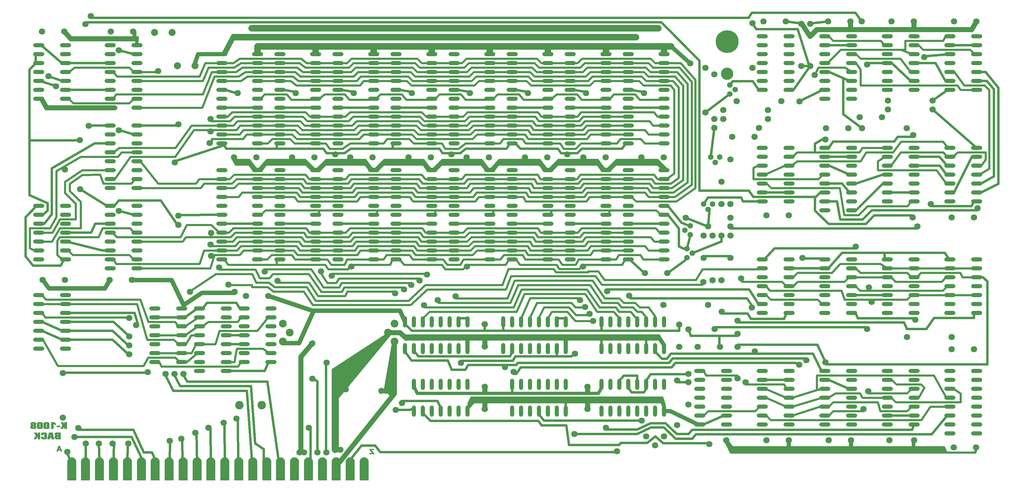
<source format=gbl>
%TF.GenerationSoftware,KiCad,Pcbnew,7.0.6*%
%TF.CreationDate,2023-07-18T08:51:46+02:00*%
%TF.ProjectId,k-1008-visable-memory,6b2d3130-3038-42d7-9669-7361626c652d,rev?*%
%TF.SameCoordinates,Original*%
%TF.FileFunction,Copper,L2,Bot*%
%TF.FilePolarity,Positive*%
%FSLAX46Y46*%
G04 Gerber Fmt 4.6, Leading zero omitted, Abs format (unit mm)*
G04 Created by KiCad (PCBNEW 7.0.6) date 2023-07-18 08:51:46*
%MOMM*%
%LPD*%
G01*
G04 APERTURE LIST*
G04 Aperture macros list*
%AMRoundRect*
0 Rectangle with rounded corners*
0 $1 Rounding radius*
0 $2 $3 $4 $5 $6 $7 $8 $9 X,Y pos of 4 corners*
0 Add a 4 corners polygon primitive as box body*
4,1,4,$2,$3,$4,$5,$6,$7,$8,$9,$2,$3,0*
0 Add four circle primitives for the rounded corners*
1,1,$1+$1,$2,$3*
1,1,$1+$1,$4,$5*
1,1,$1+$1,$6,$7*
1,1,$1+$1,$8,$9*
0 Add four rect primitives between the rounded corners*
20,1,$1+$1,$2,$3,$4,$5,0*
20,1,$1+$1,$4,$5,$6,$7,0*
20,1,$1+$1,$6,$7,$8,$9,0*
20,1,$1+$1,$8,$9,$2,$3,0*%
%AMFreePoly0*
4,1,22,-1.300000,3.270000,1.300000,3.270000,1.300000,-1.970000,1.280250,-2.195743,1.221600,-2.414626,1.125833,-2.620000,0.995858,-2.805624,0.835624,-2.965858,0.650000,-3.095833,0.444626,-3.191600,0.225743,-3.250250,0.000000,-3.270000,-0.225743,-3.250250,-0.444626,-3.191600,-0.650000,-3.095833,-0.835624,-2.965858,-0.995858,-2.805624,-1.125833,-2.620000,-1.221600,-2.414626,-1.280250,-2.195743,
-1.300000,-1.970000,-1.300000,3.270000,-1.300000,3.270000,$1*%
G04 Aperture macros list end*
%TA.AperFunction,EtchedComponent*%
%ADD10C,0.010000*%
%TD*%
%TA.AperFunction,ComponentPad*%
%ADD11C,1.800000*%
%TD*%
%TA.AperFunction,ComponentPad*%
%ADD12RoundRect,0.600000X-1.000000X0.000000X1.000000X0.000000X1.000000X0.000000X-1.000000X0.000000X0*%
%TD*%
%TA.AperFunction,ComponentPad*%
%ADD13C,2.000000*%
%TD*%
%TA.AperFunction,ComponentPad*%
%ADD14RoundRect,0.600000X0.000000X-1.000000X0.000000X1.000000X0.000000X1.000000X0.000000X-1.000000X0*%
%TD*%
%TA.AperFunction,ComponentPad*%
%ADD15C,1.600000*%
%TD*%
%TA.AperFunction,ComponentPad*%
%ADD16C,2.400000*%
%TD*%
%TA.AperFunction,ComponentPad*%
%ADD17C,6.500000*%
%TD*%
%TA.AperFunction,ComponentPad*%
%ADD18C,3.500000*%
%TD*%
%TA.AperFunction,ComponentPad*%
%ADD19C,2.200000*%
%TD*%
%TA.AperFunction,ConnectorPad*%
%ADD20FreePoly0,180.000000*%
%TD*%
%TA.AperFunction,ViaPad*%
%ADD21C,1.800000*%
%TD*%
%TA.AperFunction,Conductor*%
%ADD22C,0.699999*%
%TD*%
%TA.AperFunction,Conductor*%
%ADD23C,1.200000*%
%TD*%
%TA.AperFunction,Conductor*%
%ADD24C,1.899999*%
%TD*%
%TA.AperFunction,Conductor*%
%ADD25C,0.500000*%
%TD*%
%TA.AperFunction,Conductor*%
%ADD26C,1.399999*%
%TD*%
%TA.AperFunction,Conductor*%
%ADD27C,0.600000*%
%TD*%
%TA.AperFunction,Conductor*%
%ADD28C,1.799999*%
%TD*%
%TA.AperFunction,Conductor*%
%ADD29C,2.000000*%
%TD*%
%TA.AperFunction,Conductor*%
%ADD30C,1.299999*%
%TD*%
%TA.AperFunction,Conductor*%
%ADD31C,1.000000*%
%TD*%
%TA.AperFunction,Conductor*%
%ADD32C,0.899999*%
%TD*%
%TA.AperFunction,Conductor*%
%ADD33C,0.700000*%
%TD*%
%TA.AperFunction,Conductor*%
%ADD34C,1.100000*%
%TD*%
%TA.AperFunction,Conductor*%
%ADD35C,0.606024*%
%TD*%
G04 APERTURE END LIST*
%TO.C,Ref\u002A\u002A*%
D10*
X82253834Y-184846393D02*
X81259000Y-184846393D01*
X81259000Y-184507727D01*
X82253834Y-184507727D01*
X82253834Y-184846393D01*
%TA.AperFunction,EtchedComponent*%
G36*
X82253834Y-184846393D02*
G01*
X81259000Y-184846393D01*
X81259000Y-184507727D01*
X82253834Y-184507727D01*
X82253834Y-184846393D01*
G37*
%TD.AperFunction*%
X80803224Y-183767815D02*
X80894568Y-183849474D01*
X80973872Y-183921071D01*
X81036143Y-183978038D01*
X81076386Y-184015810D01*
X81089667Y-184029730D01*
X81073178Y-184043545D01*
X81028829Y-184075013D01*
X80964294Y-184118781D01*
X80918999Y-184148769D01*
X80748331Y-184260816D01*
X80548582Y-184061898D01*
X80348834Y-183862979D01*
X80348834Y-185354393D01*
X79713834Y-185354393D01*
X79713834Y-183512893D01*
X80516781Y-183512893D01*
X80803224Y-183767815D01*
%TA.AperFunction,EtchedComponent*%
G36*
X80803224Y-183767815D02*
G01*
X80894568Y-183849474D01*
X80973872Y-183921071D01*
X81036143Y-183978038D01*
X81076386Y-184015810D01*
X81089667Y-184029730D01*
X81073178Y-184043545D01*
X81028829Y-184075013D01*
X80964294Y-184118781D01*
X80918999Y-184148769D01*
X80748331Y-184260816D01*
X80548582Y-184061898D01*
X80348834Y-183862979D01*
X80348834Y-185354393D01*
X79713834Y-185354393D01*
X79713834Y-183512893D01*
X80516781Y-183512893D01*
X80803224Y-183767815D01*
G37*
%TD.AperFunction*%
X75712094Y-186830768D02*
X75901586Y-187206477D01*
X75902710Y-186830768D01*
X75903834Y-186455060D01*
X76538834Y-186455060D01*
X76538834Y-188296560D01*
X75903834Y-188296560D01*
X75903408Y-187899685D01*
X75902983Y-187502810D01*
X75454369Y-188296560D01*
X75118184Y-188296560D01*
X75004283Y-188295583D01*
X74906899Y-188292886D01*
X74833141Y-188288815D01*
X74790121Y-188283717D01*
X74782000Y-188280131D01*
X74792694Y-188258375D01*
X74822798Y-188205649D01*
X74869350Y-188126922D01*
X74929387Y-188027163D01*
X74999943Y-187911340D01*
X75067750Y-187801095D01*
X75144956Y-187675802D01*
X75214253Y-187562761D01*
X75272690Y-187466834D01*
X75317318Y-187392882D01*
X75345185Y-187345766D01*
X75353500Y-187330361D01*
X75343028Y-187310705D01*
X75313685Y-187260118D01*
X75268582Y-187183845D01*
X75210832Y-187087132D01*
X75143546Y-186975227D01*
X75107662Y-186915817D01*
X75036011Y-186796938D01*
X74971647Y-186689335D01*
X74917863Y-186598581D01*
X74877953Y-186530248D01*
X74855210Y-186489910D01*
X74851397Y-186482230D01*
X74855871Y-186471728D01*
X74881808Y-186464163D01*
X74934047Y-186459139D01*
X75017426Y-186456258D01*
X75136784Y-186455120D01*
X75181787Y-186455060D01*
X75522602Y-186455060D01*
X75712094Y-186830768D01*
%TA.AperFunction,EtchedComponent*%
G36*
X75712094Y-186830768D02*
G01*
X75901586Y-187206477D01*
X75902710Y-186830768D01*
X75903834Y-186455060D01*
X76538834Y-186455060D01*
X76538834Y-188296560D01*
X75903834Y-188296560D01*
X75903408Y-187899685D01*
X75902983Y-187502810D01*
X75454369Y-188296560D01*
X75118184Y-188296560D01*
X75004283Y-188295583D01*
X74906899Y-188292886D01*
X74833141Y-188288815D01*
X74790121Y-188283717D01*
X74782000Y-188280131D01*
X74792694Y-188258375D01*
X74822798Y-188205649D01*
X74869350Y-188126922D01*
X74929387Y-188027163D01*
X74999943Y-187911340D01*
X75067750Y-187801095D01*
X75144956Y-187675802D01*
X75214253Y-187562761D01*
X75272690Y-187466834D01*
X75317318Y-187392882D01*
X75345185Y-187345766D01*
X75353500Y-187330361D01*
X75343028Y-187310705D01*
X75313685Y-187260118D01*
X75268582Y-187183845D01*
X75210832Y-187087132D01*
X75143546Y-186975227D01*
X75107662Y-186915817D01*
X75036011Y-186796938D01*
X74971647Y-186689335D01*
X74917863Y-186598581D01*
X74877953Y-186530248D01*
X74855210Y-186489910D01*
X74851397Y-186482230D01*
X74855871Y-186471728D01*
X74881808Y-186464163D01*
X74934047Y-186459139D01*
X75017426Y-186456258D01*
X75136784Y-186455120D01*
X75181787Y-186455060D01*
X75522602Y-186455060D01*
X75712094Y-186830768D01*
G37*
%TD.AperFunction*%
X83289761Y-183888602D02*
X83479253Y-184264310D01*
X83480376Y-183888602D01*
X83481500Y-183512893D01*
X84116500Y-183512893D01*
X84116500Y-185354393D01*
X83481500Y-185354393D01*
X83481158Y-184560643D01*
X83257129Y-184957518D01*
X83033101Y-185354393D01*
X82694119Y-185354393D01*
X82565294Y-185353852D01*
X82473441Y-185351904D01*
X82413207Y-185348063D01*
X82379241Y-185341844D01*
X82366191Y-185332760D01*
X82366554Y-185324642D01*
X82380484Y-185299013D01*
X82413602Y-185242704D01*
X82462730Y-185160977D01*
X82524690Y-185059093D01*
X82596303Y-184942313D01*
X82654569Y-184847904D01*
X82730578Y-184724593D01*
X82798603Y-184613318D01*
X82855630Y-184519082D01*
X82898648Y-184446889D01*
X82924644Y-184401741D01*
X82931167Y-184388528D01*
X82920634Y-184367675D01*
X82891091Y-184315936D01*
X82845623Y-184238537D01*
X82787313Y-184140703D01*
X82719248Y-184027658D01*
X82677167Y-183958255D01*
X82604893Y-183838779D01*
X82540619Y-183731436D01*
X82487431Y-183641469D01*
X82448416Y-183574126D01*
X82426661Y-183534651D01*
X82423167Y-183526631D01*
X82443152Y-183521992D01*
X82498383Y-183518022D01*
X82581775Y-183515009D01*
X82686243Y-183513240D01*
X82761718Y-183512893D01*
X83100269Y-183512893D01*
X83289761Y-183888602D01*
%TA.AperFunction,EtchedComponent*%
G36*
X83289761Y-183888602D02*
G01*
X83479253Y-184264310D01*
X83480376Y-183888602D01*
X83481500Y-183512893D01*
X84116500Y-183512893D01*
X84116500Y-185354393D01*
X83481500Y-185354393D01*
X83481158Y-184560643D01*
X83257129Y-184957518D01*
X83033101Y-185354393D01*
X82694119Y-185354393D01*
X82565294Y-185353852D01*
X82473441Y-185351904D01*
X82413207Y-185348063D01*
X82379241Y-185341844D01*
X82366191Y-185332760D01*
X82366554Y-185324642D01*
X82380484Y-185299013D01*
X82413602Y-185242704D01*
X82462730Y-185160977D01*
X82524690Y-185059093D01*
X82596303Y-184942313D01*
X82654569Y-184847904D01*
X82730578Y-184724593D01*
X82798603Y-184613318D01*
X82855630Y-184519082D01*
X82898648Y-184446889D01*
X82924644Y-184401741D01*
X82931167Y-184388528D01*
X82920634Y-184367675D01*
X82891091Y-184315936D01*
X82845623Y-184238537D01*
X82787313Y-184140703D01*
X82719248Y-184027658D01*
X82677167Y-183958255D01*
X82604893Y-183838779D01*
X82540619Y-183731436D01*
X82487431Y-183641469D01*
X82448416Y-183574126D01*
X82426661Y-183534651D01*
X82423167Y-183526631D01*
X82443152Y-183521992D01*
X82498383Y-183518022D01*
X82581775Y-183515009D01*
X82686243Y-183513240D01*
X82761718Y-183512893D01*
X83100269Y-183512893D01*
X83289761Y-183888602D01*
G37*
%TD.AperFunction*%
X82338500Y-188296560D02*
X81719375Y-188295131D01*
X81507884Y-188293871D01*
X81335872Y-188291087D01*
X81200512Y-188286666D01*
X81098974Y-188280494D01*
X81028428Y-188272458D01*
X80997962Y-188266210D01*
X80881145Y-188221020D01*
X80795119Y-188154144D01*
X80736681Y-188061152D01*
X80702631Y-187937614D01*
X80692336Y-187843297D01*
X80692733Y-187817359D01*
X81345802Y-187817359D01*
X81359771Y-187888252D01*
X81395027Y-187931004D01*
X81457029Y-187952065D01*
X81551235Y-187957886D01*
X81555821Y-187957893D01*
X81703500Y-187957893D01*
X81703500Y-187513393D01*
X81569962Y-187513393D01*
X81473179Y-187517767D01*
X81410318Y-187535604D01*
X81373455Y-187573983D01*
X81354664Y-187639979D01*
X81347662Y-187711874D01*
X81345802Y-187817359D01*
X80692733Y-187817359D01*
X80694743Y-187686267D01*
X80724538Y-187560658D01*
X80782569Y-187464912D01*
X80869681Y-187397470D01*
X80952047Y-187365237D01*
X81050378Y-187337706D01*
X80948804Y-187303841D01*
X80854547Y-187255264D01*
X80789064Y-187180002D01*
X80749524Y-187074148D01*
X80739368Y-187014908D01*
X80737114Y-186969316D01*
X81366807Y-186969316D01*
X81369530Y-187019401D01*
X81382595Y-187103515D01*
X81410196Y-187156414D01*
X81460299Y-187184762D01*
X81540873Y-187195222D01*
X81580546Y-187195893D01*
X81703500Y-187195893D01*
X81703500Y-186793727D01*
X81566405Y-186793727D01*
X81490056Y-186795455D01*
X81443640Y-186803184D01*
X81414812Y-186820732D01*
X81394471Y-186846896D01*
X81372636Y-186898483D01*
X81366807Y-186969316D01*
X80737114Y-186969316D01*
X80731971Y-186865346D01*
X80748377Y-186736236D01*
X80787404Y-186634140D01*
X80814902Y-186595420D01*
X80845922Y-186562528D01*
X80878459Y-186535861D01*
X80917206Y-186514695D01*
X80966856Y-186498303D01*
X81032101Y-186485961D01*
X81117633Y-186476942D01*
X81228145Y-186470522D01*
X81368329Y-186465974D01*
X81542877Y-186462574D01*
X81687625Y-186460493D01*
X82338500Y-186451831D01*
X82338500Y-188296560D01*
%TA.AperFunction,EtchedComponent*%
G36*
X82338500Y-188296560D02*
G01*
X81719375Y-188295131D01*
X81507884Y-188293871D01*
X81335872Y-188291087D01*
X81200512Y-188286666D01*
X81098974Y-188280494D01*
X81028428Y-188272458D01*
X80997962Y-188266210D01*
X80881145Y-188221020D01*
X80795119Y-188154144D01*
X80736681Y-188061152D01*
X80702631Y-187937614D01*
X80692336Y-187843297D01*
X80692733Y-187817359D01*
X81345802Y-187817359D01*
X81359771Y-187888252D01*
X81395027Y-187931004D01*
X81457029Y-187952065D01*
X81551235Y-187957886D01*
X81555821Y-187957893D01*
X81703500Y-187957893D01*
X81703500Y-187513393D01*
X81569962Y-187513393D01*
X81473179Y-187517767D01*
X81410318Y-187535604D01*
X81373455Y-187573983D01*
X81354664Y-187639979D01*
X81347662Y-187711874D01*
X81345802Y-187817359D01*
X80692733Y-187817359D01*
X80694743Y-187686267D01*
X80724538Y-187560658D01*
X80782569Y-187464912D01*
X80869681Y-187397470D01*
X80952047Y-187365237D01*
X81050378Y-187337706D01*
X80948804Y-187303841D01*
X80854547Y-187255264D01*
X80789064Y-187180002D01*
X80749524Y-187074148D01*
X80739368Y-187014908D01*
X80737114Y-186969316D01*
X81366807Y-186969316D01*
X81369530Y-187019401D01*
X81382595Y-187103515D01*
X81410196Y-187156414D01*
X81460299Y-187184762D01*
X81540873Y-187195222D01*
X81580546Y-187195893D01*
X81703500Y-187195893D01*
X81703500Y-186793727D01*
X81566405Y-186793727D01*
X81490056Y-186795455D01*
X81443640Y-186803184D01*
X81414812Y-186820732D01*
X81394471Y-186846896D01*
X81372636Y-186898483D01*
X81366807Y-186969316D01*
X80737114Y-186969316D01*
X80731971Y-186865346D01*
X80748377Y-186736236D01*
X80787404Y-186634140D01*
X80814902Y-186595420D01*
X80845922Y-186562528D01*
X80878459Y-186535861D01*
X80917206Y-186514695D01*
X80966856Y-186498303D01*
X81032101Y-186485961D01*
X81117633Y-186476942D01*
X81228145Y-186470522D01*
X81368329Y-186465974D01*
X81542877Y-186462574D01*
X81687625Y-186460493D01*
X82338500Y-186451831D01*
X82338500Y-188296560D01*
G37*
%TD.AperFunction*%
X77742926Y-186438139D02*
X77899644Y-186443480D01*
X78021131Y-186452127D01*
X78114453Y-186465679D01*
X78186677Y-186485735D01*
X78244870Y-186513894D01*
X78296100Y-186551756D01*
X78313264Y-186567195D01*
X78346713Y-186599717D01*
X78373313Y-186631334D01*
X78393915Y-186667202D01*
X78409366Y-186712477D01*
X78420518Y-186772316D01*
X78428219Y-186851873D01*
X78433319Y-186956306D01*
X78436667Y-187090769D01*
X78439113Y-187260419D01*
X78439997Y-187336396D01*
X78441738Y-187534335D01*
X78441591Y-187694797D01*
X78438917Y-187822623D01*
X78433078Y-187922652D01*
X78423435Y-187999721D01*
X78409351Y-188058670D01*
X78390186Y-188104338D01*
X78365304Y-188141564D01*
X78334064Y-188175187D01*
X78328663Y-188180339D01*
X78281961Y-188219918D01*
X78232275Y-188250173D01*
X78173101Y-188272435D01*
X78097933Y-188288033D01*
X78000266Y-188298297D01*
X77873595Y-188304558D01*
X77711414Y-188308146D01*
X77703000Y-188308269D01*
X77574945Y-188309544D01*
X77458516Y-188309660D01*
X77361540Y-188308693D01*
X77291843Y-188306715D01*
X77258500Y-188304060D01*
X77120148Y-188269267D01*
X77015331Y-188219589D01*
X76940303Y-188150070D01*
X76891313Y-188055756D01*
X76864612Y-187931691D01*
X76856452Y-187772921D01*
X76856452Y-187772685D01*
X76856334Y-187598060D01*
X77468386Y-187598060D01*
X77474568Y-187761888D01*
X77478626Y-187845030D01*
X77485432Y-187896256D01*
X77498541Y-187925973D01*
X77521512Y-187944590D01*
X77540283Y-187954177D01*
X77613660Y-187972040D01*
X77677866Y-187964180D01*
X77755917Y-187945722D01*
X77755917Y-186805898D01*
X77677866Y-186787439D01*
X77594812Y-186780951D01*
X77540283Y-186797422D01*
X77507210Y-186816929D01*
X77488459Y-186843497D01*
X77479064Y-186889237D01*
X77474448Y-186957962D01*
X77468147Y-187090060D01*
X76856334Y-187090060D01*
X76856334Y-186897467D01*
X76860472Y-186773139D01*
X76873489Y-186683464D01*
X76890996Y-186631828D01*
X76934753Y-186569805D01*
X77002914Y-186520455D01*
X77098454Y-186483104D01*
X77224347Y-186457074D01*
X77383570Y-186441689D01*
X77579096Y-186436272D01*
X77742926Y-186438139D01*
%TA.AperFunction,EtchedComponent*%
G36*
X77742926Y-186438139D02*
G01*
X77899644Y-186443480D01*
X78021131Y-186452127D01*
X78114453Y-186465679D01*
X78186677Y-186485735D01*
X78244870Y-186513894D01*
X78296100Y-186551756D01*
X78313264Y-186567195D01*
X78346713Y-186599717D01*
X78373313Y-186631334D01*
X78393915Y-186667202D01*
X78409366Y-186712477D01*
X78420518Y-186772316D01*
X78428219Y-186851873D01*
X78433319Y-186956306D01*
X78436667Y-187090769D01*
X78439113Y-187260419D01*
X78439997Y-187336396D01*
X78441738Y-187534335D01*
X78441591Y-187694797D01*
X78438917Y-187822623D01*
X78433078Y-187922652D01*
X78423435Y-187999721D01*
X78409351Y-188058670D01*
X78390186Y-188104338D01*
X78365304Y-188141564D01*
X78334064Y-188175187D01*
X78328663Y-188180339D01*
X78281961Y-188219918D01*
X78232275Y-188250173D01*
X78173101Y-188272435D01*
X78097933Y-188288033D01*
X78000266Y-188298297D01*
X77873595Y-188304558D01*
X77711414Y-188308146D01*
X77703000Y-188308269D01*
X77574945Y-188309544D01*
X77458516Y-188309660D01*
X77361540Y-188308693D01*
X77291843Y-188306715D01*
X77258500Y-188304060D01*
X77120148Y-188269267D01*
X77015331Y-188219589D01*
X76940303Y-188150070D01*
X76891313Y-188055756D01*
X76864612Y-187931691D01*
X76856452Y-187772921D01*
X76856452Y-187772685D01*
X76856334Y-187598060D01*
X77468386Y-187598060D01*
X77474568Y-187761888D01*
X77478626Y-187845030D01*
X77485432Y-187896256D01*
X77498541Y-187925973D01*
X77521512Y-187944590D01*
X77540283Y-187954177D01*
X77613660Y-187972040D01*
X77677866Y-187964180D01*
X77755917Y-187945722D01*
X77755917Y-186805898D01*
X77677866Y-186787439D01*
X77594812Y-186780951D01*
X77540283Y-186797422D01*
X77507210Y-186816929D01*
X77488459Y-186843497D01*
X77479064Y-186889237D01*
X77474448Y-186957962D01*
X77468147Y-187090060D01*
X76856334Y-187090060D01*
X76856334Y-186897467D01*
X76860472Y-186773139D01*
X76873489Y-186683464D01*
X76890996Y-186631828D01*
X76934753Y-186569805D01*
X77002914Y-186520455D01*
X77098454Y-186483104D01*
X77224347Y-186457074D01*
X77383570Y-186441689D01*
X77579096Y-186436272D01*
X77742926Y-186438139D01*
G37*
%TD.AperFunction*%
X80084119Y-186502310D02*
X80095901Y-186553231D01*
X80114684Y-186636277D01*
X80139325Y-186746259D01*
X80168680Y-186877990D01*
X80201605Y-187026281D01*
X80236959Y-187185946D01*
X80273596Y-187351795D01*
X80310374Y-187518643D01*
X80346149Y-187681299D01*
X80379778Y-187834578D01*
X80410119Y-187973290D01*
X80436026Y-188092249D01*
X80456358Y-188186266D01*
X80469970Y-188250154D01*
X80475720Y-188278725D01*
X80475834Y-188279667D01*
X80455868Y-188285456D01*
X80400769Y-188290391D01*
X80317733Y-188294099D01*
X80213959Y-188296212D01*
X80147750Y-188296560D01*
X80022846Y-188296181D01*
X79934173Y-188294584D01*
X79875629Y-188291081D01*
X79841116Y-188284983D01*
X79824533Y-188275602D01*
X79819780Y-188262247D01*
X79819710Y-188259518D01*
X79816042Y-188222700D01*
X79806217Y-188156286D01*
X79792063Y-188072254D01*
X79785761Y-188037268D01*
X79751769Y-187852060D01*
X79564894Y-187852060D01*
X79476404Y-187851929D01*
X79418599Y-187856467D01*
X79383394Y-187873065D01*
X79362707Y-187909117D01*
X79348453Y-187972016D01*
X79333449Y-188063727D01*
X79319954Y-188151802D01*
X79308795Y-188214595D01*
X79293300Y-188256325D01*
X79266800Y-188281212D01*
X79222626Y-188293476D01*
X79154109Y-188297337D01*
X79054578Y-188297015D01*
X78965460Y-188296560D01*
X78641227Y-188296560D01*
X78810631Y-187534560D01*
X79423916Y-187534560D01*
X79558292Y-187534560D01*
X79639891Y-187531268D01*
X79683072Y-187520942D01*
X79692311Y-187508102D01*
X79688430Y-187474256D01*
X79678260Y-187409749D01*
X79663381Y-187323046D01*
X79645372Y-187222615D01*
X79625811Y-187116921D01*
X79606280Y-187014429D01*
X79588356Y-186923605D01*
X79573619Y-186852917D01*
X79563648Y-186810828D01*
X79560771Y-186802941D01*
X79552048Y-186815320D01*
X79541519Y-186858659D01*
X79535796Y-186893561D01*
X79526395Y-186954065D01*
X79511385Y-187044073D01*
X79492830Y-187151456D01*
X79472792Y-187264087D01*
X79472684Y-187264685D01*
X79423916Y-187534560D01*
X78810631Y-187534560D01*
X78844748Y-187381102D01*
X79048269Y-186465643D01*
X79560470Y-186459976D01*
X80072672Y-186454309D01*
X80084119Y-186502310D01*
%TA.AperFunction,EtchedComponent*%
G36*
X80084119Y-186502310D02*
G01*
X80095901Y-186553231D01*
X80114684Y-186636277D01*
X80139325Y-186746259D01*
X80168680Y-186877990D01*
X80201605Y-187026281D01*
X80236959Y-187185946D01*
X80273596Y-187351795D01*
X80310374Y-187518643D01*
X80346149Y-187681299D01*
X80379778Y-187834578D01*
X80410119Y-187973290D01*
X80436026Y-188092249D01*
X80456358Y-188186266D01*
X80469970Y-188250154D01*
X80475720Y-188278725D01*
X80475834Y-188279667D01*
X80455868Y-188285456D01*
X80400769Y-188290391D01*
X80317733Y-188294099D01*
X80213959Y-188296212D01*
X80147750Y-188296560D01*
X80022846Y-188296181D01*
X79934173Y-188294584D01*
X79875629Y-188291081D01*
X79841116Y-188284983D01*
X79824533Y-188275602D01*
X79819780Y-188262247D01*
X79819710Y-188259518D01*
X79816042Y-188222700D01*
X79806217Y-188156286D01*
X79792063Y-188072254D01*
X79785761Y-188037268D01*
X79751769Y-187852060D01*
X79564894Y-187852060D01*
X79476404Y-187851929D01*
X79418599Y-187856467D01*
X79383394Y-187873065D01*
X79362707Y-187909117D01*
X79348453Y-187972016D01*
X79333449Y-188063727D01*
X79319954Y-188151802D01*
X79308795Y-188214595D01*
X79293300Y-188256325D01*
X79266800Y-188281212D01*
X79222626Y-188293476D01*
X79154109Y-188297337D01*
X79054578Y-188297015D01*
X78965460Y-188296560D01*
X78641227Y-188296560D01*
X78810631Y-187534560D01*
X79423916Y-187534560D01*
X79558292Y-187534560D01*
X79639891Y-187531268D01*
X79683072Y-187520942D01*
X79692311Y-187508102D01*
X79688430Y-187474256D01*
X79678260Y-187409749D01*
X79663381Y-187323046D01*
X79645372Y-187222615D01*
X79625811Y-187116921D01*
X79606280Y-187014429D01*
X79588356Y-186923605D01*
X79573619Y-186852917D01*
X79563648Y-186810828D01*
X79560771Y-186802941D01*
X79552048Y-186815320D01*
X79541519Y-186858659D01*
X79535796Y-186893561D01*
X79526395Y-186954065D01*
X79511385Y-187044073D01*
X79492830Y-187151456D01*
X79472792Y-187264087D01*
X79472684Y-187264685D01*
X79423916Y-187534560D01*
X78810631Y-187534560D01*
X78844748Y-187381102D01*
X79048269Y-186465643D01*
X79560470Y-186459976D01*
X80072672Y-186454309D01*
X80084119Y-186502310D01*
G37*
%TD.AperFunction*%
X78441658Y-183500754D02*
X78579163Y-183507282D01*
X78698864Y-183518669D01*
X78790784Y-183534924D01*
X78808864Y-183539937D01*
X78933618Y-183594098D01*
X79027988Y-183668420D01*
X79087358Y-183758979D01*
X79096345Y-183784208D01*
X79102637Y-183826441D01*
X79108155Y-183904060D01*
X79112839Y-184010124D01*
X79116629Y-184137693D01*
X79119466Y-184279825D01*
X79121289Y-184429579D01*
X79122039Y-184580014D01*
X79121655Y-184724189D01*
X79120079Y-184855164D01*
X79117249Y-184965996D01*
X79113107Y-185049745D01*
X79107683Y-185099019D01*
X79083320Y-185159329D01*
X79041200Y-185219074D01*
X79034148Y-185226489D01*
X78982164Y-185270936D01*
X78922291Y-185304872D01*
X78848107Y-185329733D01*
X78753191Y-185346954D01*
X78631121Y-185357970D01*
X78475476Y-185364218D01*
X78412084Y-185365540D01*
X78288101Y-185367060D01*
X78174716Y-185367293D01*
X78080511Y-185366312D01*
X78014067Y-185364186D01*
X77988750Y-185362067D01*
X77837028Y-185328612D01*
X77721719Y-185278986D01*
X77639254Y-185210930D01*
X77586062Y-185122183D01*
X77578880Y-185102526D01*
X77571634Y-185058964D01*
X77565663Y-184980129D01*
X77560976Y-184873063D01*
X77557581Y-184744808D01*
X77555487Y-184602406D01*
X77554703Y-184452898D01*
X77554784Y-184430155D01*
X78189834Y-184430155D01*
X78190421Y-184618441D01*
X78192271Y-184767471D01*
X78195512Y-184880308D01*
X78200272Y-184960013D01*
X78206682Y-185009648D01*
X78214870Y-185032276D01*
X78215234Y-185032660D01*
X78250643Y-185048044D01*
X78310137Y-185057070D01*
X78338000Y-185058060D01*
X78402199Y-185052836D01*
X78449961Y-185039670D01*
X78460767Y-185032660D01*
X78469053Y-185010983D01*
X78475545Y-184962362D01*
X78480373Y-184883733D01*
X78483665Y-184772031D01*
X78485553Y-184624193D01*
X78486167Y-184437153D01*
X78486167Y-184433643D01*
X78485574Y-184245915D01*
X78483708Y-184097441D01*
X78480440Y-183985155D01*
X78475640Y-183905994D01*
X78469177Y-183856892D01*
X78460922Y-183834786D01*
X78460767Y-183834627D01*
X78420177Y-183816879D01*
X78356631Y-183810027D01*
X78288152Y-183814345D01*
X78232764Y-183830106D01*
X78230775Y-183831138D01*
X78218612Y-183839575D01*
X78209126Y-183853553D01*
X78201987Y-183877922D01*
X78196862Y-183917537D01*
X78193420Y-183977250D01*
X78191328Y-184061914D01*
X78190256Y-184176381D01*
X78189872Y-184325505D01*
X78189834Y-184430155D01*
X77554784Y-184430155D01*
X77555237Y-184303327D01*
X77557098Y-184160733D01*
X77560295Y-184032159D01*
X77564837Y-183924646D01*
X77570731Y-183845237D01*
X77577273Y-183803356D01*
X77628106Y-183696252D01*
X77712412Y-183607874D01*
X77822864Y-183545648D01*
X77836279Y-183540725D01*
X77913145Y-183523076D01*
X78022093Y-183510247D01*
X78153146Y-183502245D01*
X78296327Y-183499078D01*
X78441658Y-183500754D01*
%TA.AperFunction,EtchedComponent*%
G36*
X78441658Y-183500754D02*
G01*
X78579163Y-183507282D01*
X78698864Y-183518669D01*
X78790784Y-183534924D01*
X78808864Y-183539937D01*
X78933618Y-183594098D01*
X79027988Y-183668420D01*
X79087358Y-183758979D01*
X79096345Y-183784208D01*
X79102637Y-183826441D01*
X79108155Y-183904060D01*
X79112839Y-184010124D01*
X79116629Y-184137693D01*
X79119466Y-184279825D01*
X79121289Y-184429579D01*
X79122039Y-184580014D01*
X79121655Y-184724189D01*
X79120079Y-184855164D01*
X79117249Y-184965996D01*
X79113107Y-185049745D01*
X79107683Y-185099019D01*
X79083320Y-185159329D01*
X79041200Y-185219074D01*
X79034148Y-185226489D01*
X78982164Y-185270936D01*
X78922291Y-185304872D01*
X78848107Y-185329733D01*
X78753191Y-185346954D01*
X78631121Y-185357970D01*
X78475476Y-185364218D01*
X78412084Y-185365540D01*
X78288101Y-185367060D01*
X78174716Y-185367293D01*
X78080511Y-185366312D01*
X78014067Y-185364186D01*
X77988750Y-185362067D01*
X77837028Y-185328612D01*
X77721719Y-185278986D01*
X77639254Y-185210930D01*
X77586062Y-185122183D01*
X77578880Y-185102526D01*
X77571634Y-185058964D01*
X77565663Y-184980129D01*
X77560976Y-184873063D01*
X77557581Y-184744808D01*
X77555487Y-184602406D01*
X77554703Y-184452898D01*
X77554784Y-184430155D01*
X78189834Y-184430155D01*
X78190421Y-184618441D01*
X78192271Y-184767471D01*
X78195512Y-184880308D01*
X78200272Y-184960013D01*
X78206682Y-185009648D01*
X78214870Y-185032276D01*
X78215234Y-185032660D01*
X78250643Y-185048044D01*
X78310137Y-185057070D01*
X78338000Y-185058060D01*
X78402199Y-185052836D01*
X78449961Y-185039670D01*
X78460767Y-185032660D01*
X78469053Y-185010983D01*
X78475545Y-184962362D01*
X78480373Y-184883733D01*
X78483665Y-184772031D01*
X78485553Y-184624193D01*
X78486167Y-184437153D01*
X78486167Y-184433643D01*
X78485574Y-184245915D01*
X78483708Y-184097441D01*
X78480440Y-183985155D01*
X78475640Y-183905994D01*
X78469177Y-183856892D01*
X78460922Y-183834786D01*
X78460767Y-183834627D01*
X78420177Y-183816879D01*
X78356631Y-183810027D01*
X78288152Y-183814345D01*
X78232764Y-183830106D01*
X78230775Y-183831138D01*
X78218612Y-183839575D01*
X78209126Y-183853553D01*
X78201987Y-183877922D01*
X78196862Y-183917537D01*
X78193420Y-183977250D01*
X78191328Y-184061914D01*
X78190256Y-184176381D01*
X78189872Y-184325505D01*
X78189834Y-184430155D01*
X77554784Y-184430155D01*
X77555237Y-184303327D01*
X77557098Y-184160733D01*
X77560295Y-184032159D01*
X77564837Y-183924646D01*
X77570731Y-183845237D01*
X77577273Y-183803356D01*
X77628106Y-183696252D01*
X77712412Y-183607874D01*
X77822864Y-183545648D01*
X77836279Y-183540725D01*
X77913145Y-183523076D01*
X78022093Y-183510247D01*
X78153146Y-183502245D01*
X78296327Y-183499078D01*
X78441658Y-183500754D01*
G37*
%TD.AperFunction*%
X76578991Y-183500754D02*
X76716496Y-183507282D01*
X76836197Y-183518669D01*
X76928118Y-183534924D01*
X76946198Y-183539937D01*
X77065223Y-183591174D01*
X77159112Y-183661096D01*
X77220963Y-183743892D01*
X77236701Y-183784509D01*
X77242620Y-183827101D01*
X77247846Y-183906509D01*
X77252209Y-184017219D01*
X77255534Y-184153719D01*
X77257650Y-184310493D01*
X77258382Y-184476307D01*
X77258218Y-184655729D01*
X77257454Y-184797917D01*
X77255797Y-184907967D01*
X77252957Y-184990978D01*
X77248640Y-185052045D01*
X77242554Y-185096268D01*
X77234408Y-185128743D01*
X77223910Y-185154568D01*
X77218961Y-185164223D01*
X77157230Y-185237367D01*
X77060430Y-185297287D01*
X76934641Y-185340699D01*
X76866597Y-185354571D01*
X76798871Y-185361741D01*
X76701082Y-185367158D01*
X76584553Y-185370712D01*
X76460604Y-185372296D01*
X76340560Y-185371800D01*
X76235740Y-185369117D01*
X76157466Y-185364138D01*
X76136667Y-185361564D01*
X75993961Y-185332600D01*
X75886653Y-185293845D01*
X75808257Y-185241650D01*
X75752284Y-185172368D01*
X75732499Y-185134237D01*
X75720675Y-185104619D01*
X75711450Y-185070435D01*
X75704504Y-185026301D01*
X75699516Y-184966830D01*
X75696167Y-184886638D01*
X75694137Y-184780339D01*
X75693105Y-184642547D01*
X75692751Y-184467878D01*
X75692750Y-184465393D01*
X75692897Y-184430155D01*
X76327167Y-184430155D01*
X76327755Y-184618441D01*
X76329604Y-184767471D01*
X76332845Y-184880308D01*
X76337606Y-184960013D01*
X76344015Y-185009648D01*
X76352203Y-185032276D01*
X76352567Y-185032660D01*
X76389353Y-185048170D01*
X76450771Y-185056658D01*
X76519566Y-185057211D01*
X76578479Y-185048918D01*
X76590019Y-185045212D01*
X76599995Y-185037226D01*
X76607801Y-185018754D01*
X76613696Y-184985191D01*
X76617936Y-184931934D01*
X76620779Y-184854379D01*
X76622483Y-184747923D01*
X76623303Y-184607962D01*
X76623500Y-184446195D01*
X76622925Y-184256464D01*
X76621115Y-184105995D01*
X76617944Y-183991734D01*
X76613284Y-183910626D01*
X76607009Y-183859614D01*
X76598991Y-183835642D01*
X76598100Y-183834627D01*
X76557510Y-183816879D01*
X76493964Y-183810027D01*
X76425485Y-183814345D01*
X76370097Y-183830106D01*
X76368109Y-183831138D01*
X76355945Y-183839575D01*
X76346460Y-183853553D01*
X76339320Y-183877922D01*
X76334195Y-183917537D01*
X76330753Y-183977250D01*
X76328662Y-184061914D01*
X76327590Y-184176381D01*
X76327205Y-184325505D01*
X76327167Y-184430155D01*
X75692897Y-184430155D01*
X75693477Y-184291151D01*
X75695760Y-184135174D01*
X75699429Y-184002632D01*
X75704312Y-183898692D01*
X75710241Y-183828525D01*
X75714606Y-183803356D01*
X75765440Y-183696252D01*
X75849745Y-183607874D01*
X75960198Y-183545648D01*
X75973612Y-183540725D01*
X76050478Y-183523076D01*
X76159426Y-183510247D01*
X76290479Y-183502245D01*
X76433660Y-183499078D01*
X76578991Y-183500754D01*
%TA.AperFunction,EtchedComponent*%
G36*
X76578991Y-183500754D02*
G01*
X76716496Y-183507282D01*
X76836197Y-183518669D01*
X76928118Y-183534924D01*
X76946198Y-183539937D01*
X77065223Y-183591174D01*
X77159112Y-183661096D01*
X77220963Y-183743892D01*
X77236701Y-183784509D01*
X77242620Y-183827101D01*
X77247846Y-183906509D01*
X77252209Y-184017219D01*
X77255534Y-184153719D01*
X77257650Y-184310493D01*
X77258382Y-184476307D01*
X77258218Y-184655729D01*
X77257454Y-184797917D01*
X77255797Y-184907967D01*
X77252957Y-184990978D01*
X77248640Y-185052045D01*
X77242554Y-185096268D01*
X77234408Y-185128743D01*
X77223910Y-185154568D01*
X77218961Y-185164223D01*
X77157230Y-185237367D01*
X77060430Y-185297287D01*
X76934641Y-185340699D01*
X76866597Y-185354571D01*
X76798871Y-185361741D01*
X76701082Y-185367158D01*
X76584553Y-185370712D01*
X76460604Y-185372296D01*
X76340560Y-185371800D01*
X76235740Y-185369117D01*
X76157466Y-185364138D01*
X76136667Y-185361564D01*
X75993961Y-185332600D01*
X75886653Y-185293845D01*
X75808257Y-185241650D01*
X75752284Y-185172368D01*
X75732499Y-185134237D01*
X75720675Y-185104619D01*
X75711450Y-185070435D01*
X75704504Y-185026301D01*
X75699516Y-184966830D01*
X75696167Y-184886638D01*
X75694137Y-184780339D01*
X75693105Y-184642547D01*
X75692751Y-184467878D01*
X75692750Y-184465393D01*
X75692897Y-184430155D01*
X76327167Y-184430155D01*
X76327755Y-184618441D01*
X76329604Y-184767471D01*
X76332845Y-184880308D01*
X76337606Y-184960013D01*
X76344015Y-185009648D01*
X76352203Y-185032276D01*
X76352567Y-185032660D01*
X76389353Y-185048170D01*
X76450771Y-185056658D01*
X76519566Y-185057211D01*
X76578479Y-185048918D01*
X76590019Y-185045212D01*
X76599995Y-185037226D01*
X76607801Y-185018754D01*
X76613696Y-184985191D01*
X76617936Y-184931934D01*
X76620779Y-184854379D01*
X76622483Y-184747923D01*
X76623303Y-184607962D01*
X76623500Y-184446195D01*
X76622925Y-184256464D01*
X76621115Y-184105995D01*
X76617944Y-183991734D01*
X76613284Y-183910626D01*
X76607009Y-183859614D01*
X76598991Y-183835642D01*
X76598100Y-183834627D01*
X76557510Y-183816879D01*
X76493964Y-183810027D01*
X76425485Y-183814345D01*
X76370097Y-183830106D01*
X76368109Y-183831138D01*
X76355945Y-183839575D01*
X76346460Y-183853553D01*
X76339320Y-183877922D01*
X76334195Y-183917537D01*
X76330753Y-183977250D01*
X76328662Y-184061914D01*
X76327590Y-184176381D01*
X76327205Y-184325505D01*
X76327167Y-184430155D01*
X75692897Y-184430155D01*
X75693477Y-184291151D01*
X75695760Y-184135174D01*
X75699429Y-184002632D01*
X75704312Y-183898692D01*
X75710241Y-183828525D01*
X75714606Y-183803356D01*
X75765440Y-183696252D01*
X75849745Y-183607874D01*
X75960198Y-183545648D01*
X75973612Y-183540725D01*
X76050478Y-183523076D01*
X76159426Y-183510247D01*
X76290479Y-183502245D01*
X76433660Y-183499078D01*
X76578991Y-183500754D01*
G37*
%TD.AperFunction*%
X74845930Y-183500066D02*
X74950159Y-183511111D01*
X75099551Y-183541772D01*
X75212075Y-183583866D01*
X75292637Y-183641964D01*
X75346142Y-183720636D01*
X75377496Y-183824449D01*
X75389324Y-183920178D01*
X75389422Y-184076251D01*
X75363660Y-184199573D01*
X75311490Y-184291324D01*
X75232365Y-184352685D01*
X75179184Y-184373325D01*
X75110084Y-184393390D01*
X75232434Y-184449681D01*
X75324076Y-184504429D01*
X75386075Y-184574340D01*
X75422390Y-184666685D01*
X75436978Y-184788734D01*
X75437702Y-184826748D01*
X75425118Y-184982618D01*
X75384798Y-185108033D01*
X75314618Y-185206244D01*
X75212452Y-185280502D01*
X75113859Y-185322332D01*
X75034653Y-185340510D01*
X74923867Y-185354556D01*
X74792080Y-185364209D01*
X74649869Y-185369210D01*
X74507811Y-185369300D01*
X74376483Y-185364217D01*
X74266463Y-185353703D01*
X74214007Y-185344437D01*
X74064167Y-185298565D01*
X73951267Y-185235265D01*
X73872128Y-185150624D01*
X73823572Y-185040732D01*
X73802423Y-184901678D01*
X73800931Y-184836022D01*
X73803939Y-184802091D01*
X74464500Y-184802091D01*
X74467315Y-184914001D01*
X74475486Y-184991618D01*
X74488599Y-185031198D01*
X74489900Y-185032660D01*
X74529027Y-185049416D01*
X74592436Y-185056946D01*
X74663037Y-185055010D01*
X74723746Y-185043372D01*
X74741058Y-185036148D01*
X74760420Y-185021078D01*
X74772568Y-184995193D01*
X74779120Y-184949741D01*
X74781693Y-184875970D01*
X74782000Y-184814643D01*
X74780000Y-184710000D01*
X74770760Y-184640503D01*
X74749415Y-184599031D01*
X74711106Y-184578463D01*
X74650969Y-184571679D01*
X74615790Y-184571227D01*
X74549504Y-184572671D01*
X74506112Y-184581938D01*
X74480762Y-184606426D01*
X74468607Y-184653536D01*
X74464798Y-184730665D01*
X74464500Y-184802091D01*
X73803939Y-184802091D01*
X73813976Y-184688885D01*
X73851578Y-184575434D01*
X73914557Y-184494301D01*
X74003729Y-184444122D01*
X74042161Y-184433425D01*
X74089951Y-184418537D01*
X74099122Y-184401199D01*
X74068827Y-184378367D01*
X74020656Y-184356212D01*
X73947029Y-184314406D01*
X73896662Y-184256806D01*
X73866240Y-184176339D01*
X73852447Y-184065931D01*
X73851897Y-184042561D01*
X74464500Y-184042561D01*
X74466589Y-184150713D01*
X74473157Y-184220474D01*
X74484660Y-184255596D01*
X74490959Y-184260875D01*
X74538694Y-184270500D01*
X74605286Y-184273210D01*
X74674781Y-184269688D01*
X74731224Y-184260616D01*
X74756600Y-184249493D01*
X74770258Y-184213492D01*
X74778957Y-184141155D01*
X74782000Y-184038571D01*
X74779617Y-183937458D01*
X74768944Y-183871274D01*
X74744691Y-183832724D01*
X74701572Y-183814511D01*
X74634298Y-183809339D01*
X74615790Y-183809227D01*
X74549792Y-183810637D01*
X74506470Y-183819775D01*
X74481051Y-183844002D01*
X74468763Y-183890677D01*
X74464833Y-183967162D01*
X74464500Y-184042561D01*
X73851897Y-184042561D01*
X73850746Y-183993755D01*
X73857760Y-183851202D01*
X73881521Y-183742401D01*
X73925899Y-183660775D01*
X73994766Y-183599748D01*
X74091994Y-183552743D01*
X74115250Y-183544423D01*
X74194324Y-183525779D01*
X74304826Y-183511063D01*
X74435997Y-183500705D01*
X74577078Y-183495133D01*
X74717309Y-183494777D01*
X74845930Y-183500066D01*
%TA.AperFunction,EtchedComponent*%
G36*
X74845930Y-183500066D02*
G01*
X74950159Y-183511111D01*
X75099551Y-183541772D01*
X75212075Y-183583866D01*
X75292637Y-183641964D01*
X75346142Y-183720636D01*
X75377496Y-183824449D01*
X75389324Y-183920178D01*
X75389422Y-184076251D01*
X75363660Y-184199573D01*
X75311490Y-184291324D01*
X75232365Y-184352685D01*
X75179184Y-184373325D01*
X75110084Y-184393390D01*
X75232434Y-184449681D01*
X75324076Y-184504429D01*
X75386075Y-184574340D01*
X75422390Y-184666685D01*
X75436978Y-184788734D01*
X75437702Y-184826748D01*
X75425118Y-184982618D01*
X75384798Y-185108033D01*
X75314618Y-185206244D01*
X75212452Y-185280502D01*
X75113859Y-185322332D01*
X75034653Y-185340510D01*
X74923867Y-185354556D01*
X74792080Y-185364209D01*
X74649869Y-185369210D01*
X74507811Y-185369300D01*
X74376483Y-185364217D01*
X74266463Y-185353703D01*
X74214007Y-185344437D01*
X74064167Y-185298565D01*
X73951267Y-185235265D01*
X73872128Y-185150624D01*
X73823572Y-185040732D01*
X73802423Y-184901678D01*
X73800931Y-184836022D01*
X73803939Y-184802091D01*
X74464500Y-184802091D01*
X74467315Y-184914001D01*
X74475486Y-184991618D01*
X74488599Y-185031198D01*
X74489900Y-185032660D01*
X74529027Y-185049416D01*
X74592436Y-185056946D01*
X74663037Y-185055010D01*
X74723746Y-185043372D01*
X74741058Y-185036148D01*
X74760420Y-185021078D01*
X74772568Y-184995193D01*
X74779120Y-184949741D01*
X74781693Y-184875970D01*
X74782000Y-184814643D01*
X74780000Y-184710000D01*
X74770760Y-184640503D01*
X74749415Y-184599031D01*
X74711106Y-184578463D01*
X74650969Y-184571679D01*
X74615790Y-184571227D01*
X74549504Y-184572671D01*
X74506112Y-184581938D01*
X74480762Y-184606426D01*
X74468607Y-184653536D01*
X74464798Y-184730665D01*
X74464500Y-184802091D01*
X73803939Y-184802091D01*
X73813976Y-184688885D01*
X73851578Y-184575434D01*
X73914557Y-184494301D01*
X74003729Y-184444122D01*
X74042161Y-184433425D01*
X74089951Y-184418537D01*
X74099122Y-184401199D01*
X74068827Y-184378367D01*
X74020656Y-184356212D01*
X73947029Y-184314406D01*
X73896662Y-184256806D01*
X73866240Y-184176339D01*
X73852447Y-184065931D01*
X73851897Y-184042561D01*
X74464500Y-184042561D01*
X74466589Y-184150713D01*
X74473157Y-184220474D01*
X74484660Y-184255596D01*
X74490959Y-184260875D01*
X74538694Y-184270500D01*
X74605286Y-184273210D01*
X74674781Y-184269688D01*
X74731224Y-184260616D01*
X74756600Y-184249493D01*
X74770258Y-184213492D01*
X74778957Y-184141155D01*
X74782000Y-184038571D01*
X74779617Y-183937458D01*
X74768944Y-183871274D01*
X74744691Y-183832724D01*
X74701572Y-183814511D01*
X74634298Y-183809339D01*
X74615790Y-183809227D01*
X74549792Y-183810637D01*
X74506470Y-183819775D01*
X74481051Y-183844002D01*
X74468763Y-183890677D01*
X74464833Y-183967162D01*
X74464500Y-184042561D01*
X73851897Y-184042561D01*
X73850746Y-183993755D01*
X73857760Y-183851202D01*
X73881521Y-183742401D01*
X73925899Y-183660775D01*
X73994766Y-183599748D01*
X74091994Y-183552743D01*
X74115250Y-183544423D01*
X74194324Y-183525779D01*
X74304826Y-183511063D01*
X74435997Y-183500705D01*
X74577078Y-183495133D01*
X74717309Y-183494777D01*
X74845930Y-183500066D01*
G37*
%TD.AperFunction*%
%TO.C,J2*%
X171387570Y-191366729D02*
X171048903Y-191366729D01*
X170934554Y-191367367D01*
X170836697Y-191369131D01*
X170762415Y-191371796D01*
X170718794Y-191375133D01*
X170710237Y-191377548D01*
X170723174Y-191396011D01*
X170759749Y-191442920D01*
X170816609Y-191514109D01*
X170890397Y-191605410D01*
X170977760Y-191712658D01*
X171075343Y-191831688D01*
X171101820Y-191863863D01*
X171493403Y-192339359D01*
X171493403Y-192573229D01*
X170181070Y-192573229D01*
X170181070Y-192320087D01*
X170612409Y-192314366D01*
X171043749Y-192308645D01*
X170244799Y-191334979D01*
X170244685Y-191213270D01*
X170244570Y-191091562D01*
X171387570Y-191091562D01*
X171387570Y-191366729D01*
%TA.AperFunction,EtchedComponent*%
G36*
X171387570Y-191366729D02*
G01*
X171048903Y-191366729D01*
X170934554Y-191367367D01*
X170836697Y-191369131D01*
X170762415Y-191371796D01*
X170718794Y-191375133D01*
X170710237Y-191377548D01*
X170723174Y-191396011D01*
X170759749Y-191442920D01*
X170816609Y-191514109D01*
X170890397Y-191605410D01*
X170977760Y-191712658D01*
X171075343Y-191831688D01*
X171101820Y-191863863D01*
X171493403Y-192339359D01*
X171493403Y-192573229D01*
X170181070Y-192573229D01*
X170181070Y-192320087D01*
X170612409Y-192314366D01*
X171043749Y-192308645D01*
X170244799Y-191334979D01*
X170244685Y-191213270D01*
X170244570Y-191091562D01*
X171387570Y-191091562D01*
X171387570Y-191366729D01*
G37*
%TD.AperFunction*%
X82000130Y-190271177D02*
X82221773Y-190276645D01*
X82481525Y-190985729D01*
X82542057Y-191151076D01*
X82598267Y-191304820D01*
X82648417Y-191442189D01*
X82690768Y-191558415D01*
X82723583Y-191648728D01*
X82745123Y-191708359D01*
X82753434Y-191731854D01*
X82755354Y-191749425D01*
X82742166Y-191760386D01*
X82706498Y-191766261D01*
X82640977Y-191768577D01*
X82574347Y-191768895D01*
X82383104Y-191768895D01*
X82327009Y-191588979D01*
X82270914Y-191409062D01*
X81726931Y-191409062D01*
X81672053Y-191588979D01*
X81617175Y-191768895D01*
X81425691Y-191768895D01*
X81330692Y-191767372D01*
X81272597Y-191762286D01*
X81246073Y-191752861D01*
X81243701Y-191742437D01*
X81252873Y-191717057D01*
X81274786Y-191656507D01*
X81307762Y-191565416D01*
X81350126Y-191448417D01*
X81400200Y-191310140D01*
X81456306Y-191155216D01*
X81464028Y-191133895D01*
X81813514Y-191133895D01*
X82185430Y-191133895D01*
X82098375Y-190848413D01*
X82066320Y-190745998D01*
X82037778Y-190659824D01*
X82015274Y-190597149D01*
X82001335Y-190565229D01*
X81998915Y-190562663D01*
X81987025Y-190581107D01*
X81968704Y-190629282D01*
X81951657Y-190684104D01*
X81927302Y-190766960D01*
X81896564Y-190868538D01*
X81865979Y-190967247D01*
X81865159Y-190969854D01*
X81813514Y-191133895D01*
X81464028Y-191133895D01*
X81515840Y-190990843D01*
X81778487Y-190265708D01*
X82000130Y-190271177D01*
%TA.AperFunction,EtchedComponent*%
G36*
X82000130Y-190271177D02*
G01*
X82221773Y-190276645D01*
X82481525Y-190985729D01*
X82542057Y-191151076D01*
X82598267Y-191304820D01*
X82648417Y-191442189D01*
X82690768Y-191558415D01*
X82723583Y-191648728D01*
X82745123Y-191708359D01*
X82753434Y-191731854D01*
X82755354Y-191749425D01*
X82742166Y-191760386D01*
X82706498Y-191766261D01*
X82640977Y-191768577D01*
X82574347Y-191768895D01*
X82383104Y-191768895D01*
X82327009Y-191588979D01*
X82270914Y-191409062D01*
X81726931Y-191409062D01*
X81672053Y-191588979D01*
X81617175Y-191768895D01*
X81425691Y-191768895D01*
X81330692Y-191767372D01*
X81272597Y-191762286D01*
X81246073Y-191752861D01*
X81243701Y-191742437D01*
X81252873Y-191717057D01*
X81274786Y-191656507D01*
X81307762Y-191565416D01*
X81350126Y-191448417D01*
X81400200Y-191310140D01*
X81456306Y-191155216D01*
X81464028Y-191133895D01*
X81813514Y-191133895D01*
X82185430Y-191133895D01*
X82098375Y-190848413D01*
X82066320Y-190745998D01*
X82037778Y-190659824D01*
X82015274Y-190597149D01*
X82001335Y-190565229D01*
X81998915Y-190562663D01*
X81987025Y-190581107D01*
X81968704Y-190629282D01*
X81951657Y-190684104D01*
X81927302Y-190766960D01*
X81896564Y-190868538D01*
X81865979Y-190967247D01*
X81865159Y-190969854D01*
X81813514Y-191133895D01*
X81464028Y-191133895D01*
X81515840Y-190990843D01*
X81778487Y-190265708D01*
X82000130Y-190271177D01*
G37*
%TD.AperFunction*%
%TD*%
D11*
%TO.P,C23,1*%
%TO.N,GND*%
X131712500Y-108170000D03*
%TO.P,C23,2*%
%TO.N,+12V*%
X138062500Y-108170000D03*
%TD*%
%TO.P,C18,1*%
%TO.N,GND*%
X335750000Y-162730000D03*
%TO.P,C18,2*%
%TO.N,+5V*%
X342100000Y-162730000D03*
%TD*%
%TO.P,D4,1,K*%
%TO.N,GND*%
X283530000Y-94710000D03*
%TO.P,D4,2,A*%
%TO.N,-5V*%
X270830000Y-94710000D03*
%TD*%
%TO.P,C35,1*%
%TO.N,GND*%
X96680000Y-72280000D03*
%TO.P,C35,2*%
%TO.N,+5V*%
X103030000Y-72280000D03*
%TD*%
D12*
%TO.P,U17,1*%
%TO.N,Net-(U15-Pad13)*%
X317500000Y-137160000D03*
%TO.P,U17,2*%
%TO.N,Net-(U14A-~{Q})*%
X317500000Y-139700000D03*
%TO.P,U17,3*%
%TO.N,Net-(U15-Pad10)*%
X317500000Y-142240000D03*
%TO.P,U17,4*%
%TO.N,Net-(U16-Pad10)*%
X317500000Y-144780000D03*
%TO.P,U17,5,N/C*%
X317500000Y-147320000D03*
%TO.P,U17,6,N/C*%
%TO.N,unconnected-(U17C-N{slash}C-Pad6)*%
X317500000Y-149860000D03*
%TO.P,U17,7,GND*%
%TO.N,GND*%
X317500000Y-152400000D03*
%TO.P,U17,8*%
%TO.N,Net-(C20-Pad1)*%
X325120000Y-152400000D03*
%TO.P,U17,9,N/C*%
%TO.N,unconnected-(U17C-N{slash}C-Pad9)*%
X325120000Y-149860000D03*
%TO.P,U17,10*%
%TO.N,/Sync and video gen/HORIZ_UNBLK*%
X325120000Y-147320000D03*
%TO.P,U17,11*%
%TO.N,/Address decoding and multiplexing/DISP_AD_\u00D8*%
X325120000Y-144780000D03*
%TO.P,U17,12*%
%TO.N,/Address decoding and multiplexing/DOT_4*%
X325120000Y-142240000D03*
%TO.P,U17,13*%
%TO.N,Net-(U14A-~{Q})*%
X325120000Y-139700000D03*
%TO.P,U17,14,VCC*%
%TO.N,+5V*%
X325120000Y-137160000D03*
%TD*%
D11*
%TO.P,R2,1*%
%TO.N,Net-(C5-Pad1)*%
X257730000Y-171600000D03*
%TO.P,R2,2*%
%TO.N,Net-(P1-Pad3)*%
X257730000Y-184300000D03*
%TD*%
%TO.P,R8,1*%
%TO.N,+12V*%
X272840000Y-108730000D03*
%TO.P,R8,2*%
%TO.N,Net-(Q6-B)*%
X272840000Y-121430000D03*
%TD*%
%TO.P,C38,1*%
%TO.N,GND*%
X173413973Y-76600000D03*
%TO.P,C38,2*%
%TO.N,+12V*%
X169771763Y-71398385D03*
%TD*%
D12*
%TO.P,U24,1,VBB*%
%TO.N,-5V*%
X177800000Y-111760000D03*
%TO.P,U24,2,A9*%
%TO.N,/RAM_A6*%
X177800000Y-114300000D03*
%TO.P,U24,3,A10*%
%TO.N,/RAM_A9*%
X177800000Y-116840000D03*
%TO.P,U24,4,A11*%
%TO.N,/RAM_A8*%
X177800000Y-119380000D03*
%TO.P,U24,5,~{CS}*%
%TO.N,GND*%
X177800000Y-121920000D03*
%TO.P,U24,6,~{DIN}*%
%TO.N,/Ram chips (high)/~{DIN_4}*%
X177800000Y-124460000D03*
%TO.P,U24,7,DOUT*%
%TO.N,/RAM_DOUT_4*%
X177800000Y-127000000D03*
%TO.P,U24,8,A0*%
%TO.N,/RAM_A3*%
X177800000Y-129540000D03*
%TO.P,U24,9,A1*%
%TO.N,/RAM_A4*%
X177800000Y-132080000D03*
%TO.P,U24,10,A2*%
%TO.N,/RAM_A2*%
X177800000Y-134620000D03*
%TO.P,U24,11,VCC*%
%TO.N,+5V*%
X177800000Y-137160000D03*
%TO.P,U24,12,~{WE}*%
%TO.N,/Ram chips (high)/~{RAM_WE}*%
X187960000Y-137160000D03*
%TO.P,U24,13,A3*%
%TO.N,/RAM_A1*%
X187960000Y-134620000D03*
%TO.P,U24,14,A4*%
%TO.N,/RAM_A5*%
X187960000Y-132080000D03*
%TO.P,U24,15,A5*%
%TO.N,/RAM_A0*%
X187960000Y-129540000D03*
%TO.P,U24,16,N/C*%
%TO.N,/RAM_DOUT_4*%
X187960000Y-127000000D03*
%TO.P,U24,17,CE*%
%TO.N,/Ram chips (high)/CE_EVEN*%
X187960000Y-124460000D03*
%TO.P,U24,18,VDD*%
%TO.N,+12V*%
X187960000Y-121920000D03*
%TO.P,U24,19,A6*%
%TO.N,/RAM_A11*%
X187960000Y-119380000D03*
%TO.P,U24,20,A7*%
%TO.N,/RAM_A10*%
X187960000Y-116840000D03*
%TO.P,U24,21,A8*%
%TO.N,/RAM_A7*%
X187960000Y-114300000D03*
%TO.P,U24,22,GND*%
%TO.N,GND*%
X187960000Y-111760000D03*
%TD*%
D13*
%TO.P,C55,1*%
%TO.N,GND*%
X115630000Y-82090000D03*
%TO.P,C55,2*%
%TO.N,-5V*%
X120630000Y-82090000D03*
%TD*%
D12*
%TO.P,U47,1*%
%TO.N,Net-(U45A-C)*%
X335280000Y-73660000D03*
%TO.P,U47,2*%
%TO.N,Net-(U31-Pad11)*%
X335280000Y-76200000D03*
%TO.P,U47,3,N/C*%
X335280000Y-78740000D03*
%TO.P,U47,4*%
%TO.N,Net-(U32A-Q3)*%
X335280000Y-81280000D03*
%TO.P,U47,5*%
%TO.N,Net-(U32B-Q0)*%
X335280000Y-83820000D03*
%TO.P,U47,6*%
%TO.N,Net-(U46-Pad11)*%
X335280000Y-86360000D03*
%TO.P,U47,7,GND*%
%TO.N,GND*%
X335280000Y-88900000D03*
%TO.P,U47,8*%
%TO.N,Net-(U45B-~{K})*%
X342900000Y-88900000D03*
%TO.P,U47,9*%
%TO.N,Net-(U32B-Q1)*%
X342900000Y-86360000D03*
%TO.P,U47,10*%
%TO.N,Net-(U32B-Q2)*%
X342900000Y-83820000D03*
%TO.P,U47,11,N/C*%
%TO.N,unconnected-(U47D-N{slash}C-Pad11)*%
X342900000Y-81280000D03*
%TO.P,U47,12*%
%TO.N,Net-(U32B-Q3)*%
X342900000Y-78740000D03*
%TO.P,U47,13*%
%TO.N,Net-(U31-Pad11)*%
X342900000Y-76200000D03*
%TO.P,U47,14,VCC*%
%TO.N,+5V*%
X342900000Y-73660000D03*
%TD*%
%TO.P,U33,1,S*%
%TO.N,/Address decoding and multiplexing/DOT_4*%
X96520000Y-99060000D03*
%TO.P,U33,2,I0a*%
%TO.N,/KIM_A5*%
X96520000Y-101600000D03*
%TO.P,U33,3,I1a*%
%TO.N,Net-(U19A-Q0)*%
X96520000Y-104140000D03*
%TO.P,U33,4,Za*%
%TO.N,/RAM_A4*%
X96520000Y-106680000D03*
%TO.P,U33,5,I0b*%
%TO.N,/KIM_A6*%
X96520000Y-109220000D03*
%TO.P,U33,6,I1b*%
%TO.N,Net-(U19A-Q1)*%
X96520000Y-111760000D03*
%TO.P,U33,7,Zb*%
%TO.N,/RAM_A5*%
X96520000Y-114300000D03*
%TO.P,U33,8,GND*%
%TO.N,GND*%
X96520000Y-116840000D03*
%TO.P,U33,9,Zd*%
%TO.N,/RAM_A6*%
X104140000Y-116840000D03*
%TO.P,U33,10,I1d*%
%TO.N,Net-(U19A-Q2)*%
X104140000Y-114300000D03*
%TO.P,U33,11,I0d*%
%TO.N,/KIM_A7*%
X104140000Y-111760000D03*
%TO.P,U33,12,Zc*%
%TO.N,/RAM_A7*%
X104140000Y-109220000D03*
%TO.P,U33,13,I1c*%
%TO.N,Net-(U19A-Q3)*%
X104140000Y-106680000D03*
%TO.P,U33,14,I0c*%
%TO.N,/KIM_A8*%
X104140000Y-104140000D03*
%TO.P,U33,15,E*%
%TO.N,GND*%
X104140000Y-101600000D03*
%TO.P,U33,16,VCC*%
%TO.N,+5V*%
X104140000Y-99060000D03*
%TD*%
D14*
%TO.P,U9,1,Ds*%
%TO.N,GND*%
X236220000Y-162560000D03*
%TO.P,U9,2,A*%
%TO.N,/RAM_DOUT_0*%
X238760000Y-162560000D03*
%TO.P,U9,3,B*%
%TO.N,/RAM_DOUT_1*%
X241300000Y-162560000D03*
%TO.P,U9,4,C*%
%TO.N,/RAM_DOUT_2*%
X243840000Y-162560000D03*
%TO.P,U9,5,D*%
%TO.N,/RAM_DOUT_3*%
X246380000Y-162560000D03*
%TO.P,U9,6,CE*%
%TO.N,GND*%
X248920000Y-162560000D03*
%TO.P,U9,7,Clk*%
%TO.N,/Sync and video gen/DOT_CLK*%
X251460000Y-162560000D03*
%TO.P,U9,8,GND*%
%TO.N,GND*%
X254000000Y-162560000D03*
%TO.P,U9,9,Clr*%
%TO.N,Net-(U9A-Clr)*%
X254000000Y-154940000D03*
%TO.P,U9,10,E*%
%TO.N,/RAM_DOUT_4*%
X251460000Y-154940000D03*
%TO.P,U9,11,F*%
%TO.N,/RAM_DOUT_5*%
X248920000Y-154940000D03*
%TO.P,U9,12,G*%
%TO.N,/RAM_DOUT_6*%
X246380000Y-154940000D03*
%TO.P,U9,13,Qh*%
%TO.N,Net-(U9A-Qh)*%
X243840000Y-154940000D03*
%TO.P,U9,14,H*%
%TO.N,/RAM_DOUT_7*%
X241300000Y-154940000D03*
%TO.P,U9,15,PE*%
%TO.N,Net-(U9A-PE)*%
X238760000Y-154940000D03*
%TO.P,U9,16,VCC*%
%TO.N,+5V*%
X236220000Y-154940000D03*
%TD*%
D11*
%TO.P,C42,1*%
%TO.N,GND*%
X239450000Y-76600000D03*
%TO.P,C42,2*%
%TO.N,+12V*%
X235807790Y-71398385D03*
%TD*%
%TO.P,R3,1*%
%TO.N,Net-(U8B-O5b)*%
X260890000Y-169740000D03*
%TO.P,R3,2*%
%TO.N,Net-(C17-Pad1)*%
X260890000Y-157040000D03*
%TD*%
%TO.P,R17,1*%
%TO.N,Net-(Q7-B)*%
X293050000Y-82150000D03*
%TO.P,R17,2*%
%TO.N,+5V*%
X293050000Y-70090000D03*
%TD*%
%TO.P,C34,1*%
%TO.N,GND*%
X77130000Y-72280000D03*
%TO.P,C34,2*%
%TO.N,+5V*%
X83480000Y-72280000D03*
%TD*%
D12*
%TO.P,S1,1,Pin_1*%
%TO.N,Net-(S1A-Pin_1)*%
X121920000Y-151130000D03*
%TO.P,S1,2,Pin_2*%
%TO.N,Net-(S1A-Pin_2)*%
X121920000Y-153670000D03*
%TO.P,S1,3,Pin_3*%
%TO.N,Net-(S1A-Pin_3)*%
X121920000Y-156210000D03*
%TO.P,S1,4,Pin_4*%
%TO.N,Net-(S1A-Pin_4)*%
X121920000Y-158750000D03*
%TO.P,S1,5,Pin_5*%
%TO.N,Net-(S1A-Pin_5)*%
X121920000Y-161290000D03*
%TO.P,S1,6,Pin_6*%
%TO.N,Net-(S1A-Pin_6)*%
X121920000Y-163830000D03*
%TO.P,S1,7,Pin_7*%
%TO.N,Net-(S1B-Pin_7)*%
X121920000Y-166370000D03*
%TO.P,S1,8,Pin_8*%
X121920000Y-168910000D03*
%TO.P,S1,9,Pin_9*%
%TO.N,Net-(S1B-Pin_9)*%
X129540000Y-168910000D03*
%TO.P,S1,10,Pin_10*%
%TO.N,/Address decoding and multiplexing/DISP_AD_12*%
X129540000Y-166370000D03*
%TO.P,S1,11,Pin_11*%
%TO.N,Net-(S1A-Pin_11)*%
X129540000Y-163830000D03*
%TO.P,S1,12,Pin_12*%
X129540000Y-161290000D03*
%TO.P,S1,13,Pin_13*%
%TO.N,Net-(S1A-Pin_13)*%
X129540000Y-158750000D03*
%TO.P,S1,14,Pin_14*%
X129540000Y-156210000D03*
%TO.P,S1,15,Pin_15*%
%TO.N,Net-(S1A-Pin_15)*%
X129540000Y-153670000D03*
%TO.P,S1,16,Pin_16*%
X129540000Y-151130000D03*
%TD*%
D11*
%TO.P,R10,1*%
%TO.N,+5V*%
X323010000Y-99830000D03*
%TO.P,R10,2*%
%TO.N,10K_PULLUP*%
X310310000Y-99830000D03*
%TD*%
D15*
%TO.P,Q6,1,E*%
%TO.N,+12V*%
X267290000Y-108040000D03*
%TO.P,Q6,2,B*%
%TO.N,Net-(Q6-B)*%
X268560000Y-109590000D03*
%TO.P,Q6,3,C*%
%TO.N,/Ram chips (high)/CE_ODD*%
X269830000Y-108040000D03*
%TD*%
D12*
%TO.P,U44,1*%
%TO.N,Net-(U11-Pad12)*%
X281940000Y-73660000D03*
%TO.P,U44,2*%
X281940000Y-76200000D03*
%TO.P,U44,3*%
%TO.N,Net-(R16-Pad1)*%
X281940000Y-78740000D03*
%TO.P,U44,4*%
%TO.N,Net-(U15-Pad10)*%
X281940000Y-81280000D03*
%TO.P,U44,5*%
X281940000Y-83820000D03*
%TO.P,U44,6*%
%TO.N,Net-(C31-Pad1)*%
X281940000Y-86360000D03*
%TO.P,U44,7,GND*%
%TO.N,GND*%
X281940000Y-88900000D03*
%TO.P,U44,8*%
%TO.N,Net-(Q7-B)*%
X289560000Y-88900000D03*
%TO.P,U44,9*%
%TO.N,Net-(U29-Pad11)*%
X289560000Y-86360000D03*
%TO.P,U44,10*%
%TO.N,Net-(U29-Pad8)*%
X289560000Y-83820000D03*
%TO.P,U44,11*%
%TO.N,unconnected-(U44-Pad11)*%
X289560000Y-81280000D03*
%TO.P,U44,12*%
%TO.N,unconnected-(U44-Pad12)*%
X289560000Y-78740000D03*
%TO.P,U44,13*%
%TO.N,unconnected-(U44-Pad13)*%
X289560000Y-76200000D03*
%TO.P,U44,14,VCC*%
%TO.N,+5V*%
X289560000Y-73660000D03*
%TD*%
%TO.P,U2,1*%
%TO.N,/KIM_A15*%
X109220000Y-151130000D03*
%TO.P,U2,2*%
%TO.N,Net-(S1A-Pin_1)*%
X109220000Y-153670000D03*
%TO.P,U2,3*%
%TO.N,/KIM_A14*%
X109220000Y-156210000D03*
%TO.P,U2,4*%
%TO.N,Net-(S1A-Pin_3)*%
X109220000Y-158750000D03*
%TO.P,U2,5*%
%TO.N,/KIM_A13*%
X109220000Y-161290000D03*
%TO.P,U2,6*%
%TO.N,Net-(S1A-Pin_5)*%
X109220000Y-163830000D03*
%TO.P,U2,7,GND*%
%TO.N,GND*%
X109220000Y-166370000D03*
%TO.P,U2,8*%
%TO.N,Net-(S1A-Pin_6)*%
X116840000Y-166370000D03*
%TO.P,U2,9*%
%TO.N,Net-(S1A-Pin_5)*%
X116840000Y-163830000D03*
%TO.P,U2,10*%
%TO.N,Net-(S1A-Pin_4)*%
X116840000Y-161290000D03*
%TO.P,U2,11*%
%TO.N,Net-(S1A-Pin_3)*%
X116840000Y-158750000D03*
%TO.P,U2,12*%
%TO.N,Net-(S1A-Pin_2)*%
X116840000Y-156210000D03*
%TO.P,U2,13*%
%TO.N,Net-(S1A-Pin_1)*%
X116840000Y-153670000D03*
%TO.P,U2,14,VCC*%
%TO.N,+5V*%
X116840000Y-151130000D03*
%TD*%
D11*
%TO.P,C46,1*%
%TO.N,GND*%
X282260000Y-69480000D03*
%TO.P,C46,2*%
%TO.N,+5V*%
X288610000Y-69480000D03*
%TD*%
D12*
%TO.P,U41,1,VBB*%
%TO.N,-5V*%
X210820000Y-78740000D03*
%TO.P,U41,2,A9*%
%TO.N,/RAM_A11*%
X210820000Y-81280000D03*
%TO.P,U41,3,A10*%
%TO.N,/RAM_A10*%
X210820000Y-83820000D03*
%TO.P,U41,4,A11*%
%TO.N,/RAM_A7*%
X210820000Y-86360000D03*
%TO.P,U41,5,~{CS}*%
%TO.N,GND*%
X210820000Y-88900000D03*
%TO.P,U41,6,~{DIN}*%
%TO.N,/Ram chips (low)/~{DIN_1}*%
X210820000Y-91440000D03*
%TO.P,U41,7,DOUT*%
%TO.N,/RAM_DOUT_1*%
X210820000Y-93980000D03*
%TO.P,U41,8,A0*%
%TO.N,/RAM_A1*%
X210820000Y-96520000D03*
%TO.P,U41,9,A1*%
%TO.N,/RAM_A5*%
X210820000Y-99060000D03*
%TO.P,U41,10,A2*%
%TO.N,/RAM_A0*%
X210820000Y-101600000D03*
%TO.P,U41,11,VCC*%
%TO.N,+5V*%
X210820000Y-104140000D03*
%TO.P,U41,12,~{WE}*%
%TO.N,/Ram chips (high)/~{RAM_WE}*%
X220980000Y-104140000D03*
%TO.P,U41,13,A3*%
%TO.N,/RAM_A3*%
X220980000Y-101600000D03*
%TO.P,U41,14,A4*%
%TO.N,/RAM_A4*%
X220980000Y-99060000D03*
%TO.P,U41,15,A5*%
%TO.N,/RAM_A2*%
X220980000Y-96520000D03*
%TO.P,U41,16,N/C*%
%TO.N,/RAM_DOUT_1*%
X220980000Y-93980000D03*
%TO.P,U41,17,CE*%
%TO.N,/Ram chips (high)/CE_ODD*%
X220980000Y-91440000D03*
%TO.P,U41,18,VDD*%
%TO.N,+12V*%
X220980000Y-88900000D03*
%TO.P,U41,19,A6*%
%TO.N,/RAM_A6*%
X220980000Y-86360000D03*
%TO.P,U41,20,A7*%
%TO.N,/RAM_A9*%
X220980000Y-83820000D03*
%TO.P,U41,21,A8*%
%TO.N,/RAM_A8*%
X220980000Y-81280000D03*
%TO.P,U41,22,GND*%
%TO.N,GND*%
X220980000Y-78740000D03*
%TD*%
%TO.P,U21,1,VBB*%
%TO.N,-5V*%
X128270000Y-111760000D03*
%TO.P,U21,2,A9*%
%TO.N,/RAM_A7*%
X128270000Y-114300000D03*
%TO.P,U21,3,A10*%
%TO.N,/RAM_A10*%
X128270000Y-116840000D03*
%TO.P,U21,4,A11*%
%TO.N,/RAM_A11*%
X128270000Y-119380000D03*
%TO.P,U21,5,~{CS}*%
%TO.N,GND*%
X128270000Y-121920000D03*
%TO.P,U21,6,~{DIN}*%
%TO.N,/Ram chips (high)/~{DIN_7}*%
X128270000Y-124460000D03*
%TO.P,U21,7,DOUT*%
%TO.N,/RAM_DOUT_7*%
X128270000Y-127000000D03*
%TO.P,U21,8,A0*%
%TO.N,/RAM_A0*%
X128270000Y-129540000D03*
%TO.P,U21,9,A1*%
%TO.N,/RAM_A5*%
X128270000Y-132080000D03*
%TO.P,U21,10,A2*%
%TO.N,/RAM_A1*%
X128270000Y-134620000D03*
%TO.P,U21,11,VCC*%
%TO.N,+5V*%
X128270000Y-137160000D03*
%TO.P,U21,12,~{WE}*%
%TO.N,/Ram chips (high)/~{RAM_WE}*%
X138430000Y-137160000D03*
%TO.P,U21,13,A3*%
%TO.N,/RAM_A2*%
X138430000Y-134620000D03*
%TO.P,U21,14,A4*%
%TO.N,/RAM_A4*%
X138430000Y-132080000D03*
%TO.P,U21,15,A5*%
%TO.N,/RAM_A3*%
X138430000Y-129540000D03*
%TO.P,U21,16,N/C*%
%TO.N,/RAM_DOUT_7*%
X138430000Y-127000000D03*
%TO.P,U21,17,CE*%
%TO.N,/Ram chips (high)/CE_EVEN*%
X138430000Y-124460000D03*
%TO.P,U21,18,VDD*%
%TO.N,+12V*%
X138430000Y-121920000D03*
%TO.P,U21,19,A6*%
%TO.N,/RAM_A8*%
X138430000Y-119380000D03*
%TO.P,U21,20,A7*%
%TO.N,/RAM_A9*%
X138430000Y-116840000D03*
%TO.P,U21,21,A8*%
%TO.N,/RAM_A6*%
X138430000Y-114300000D03*
%TO.P,U21,22,GND*%
%TO.N,GND*%
X138430000Y-111760000D03*
%TD*%
%TO.P,U12,1,CP*%
%TO.N,/Sync and video gen/DOT_CLK*%
X299720000Y-168910000D03*
%TO.P,U12,2,MR*%
%TO.N,GND*%
X299720000Y-171450000D03*
%TO.P,U12,3,Q0*%
%TO.N,/Sync and video gen/DOT_1*%
X299720000Y-173990000D03*
%TO.P,U12,4,Q1*%
%TO.N,/Sync and video gen/DOT_2*%
X299720000Y-176530000D03*
%TO.P,U12,5,Q2*%
%TO.N,/Address decoding and multiplexing/DOT_4*%
X299720000Y-179070000D03*
%TO.P,U12,6,Q3*%
%TO.N,Net-(U12A-Q3)*%
X299720000Y-181610000D03*
%TO.P,U12,7,GND*%
%TO.N,GND*%
X299720000Y-184150000D03*
%TO.P,U12,8,Q3*%
%TO.N,Net-(U12B-Q3)*%
X307340000Y-184150000D03*
%TO.P,U12,9,Q2*%
%TO.N,Net-(U12B-Q2)*%
X307340000Y-181610000D03*
%TO.P,U12,10,Q1*%
%TO.N,unconnected-(U12B-Q1-Pad10)*%
X307340000Y-179070000D03*
%TO.P,U12,11,Q0*%
%TO.N,unconnected-(U12B-Q0-Pad11)*%
X307340000Y-176530000D03*
%TO.P,U12,12,MR*%
%TO.N,GND*%
X307340000Y-173990000D03*
%TO.P,U12,13,CP*%
%TO.N,Net-(U12A-Q3)*%
X307340000Y-171450000D03*
%TO.P,U12,14,VCC*%
%TO.N,+5V*%
X307340000Y-168910000D03*
%TD*%
%TO.P,U11,1*%
%TO.N,Net-(U9A-Qh)*%
X281940000Y-168910000D03*
%TO.P,U11,2*%
X281940000Y-171450000D03*
%TO.P,U11,3*%
%TO.N,/Sync and video gen/DOT_1*%
X281940000Y-173990000D03*
%TO.P,U11,4*%
%TO.N,/Sync and video gen/DOT_2*%
X281940000Y-176530000D03*
%TO.P,U11,5*%
%TO.N,/Sync and video gen/DOT_CLK*%
X281940000Y-179070000D03*
%TO.P,U11,6*%
%TO.N,Net-(U14A-~{S})*%
X281940000Y-181610000D03*
%TO.P,U11,7,GND*%
%TO.N,GND*%
X281940000Y-184150000D03*
%TO.P,U11,8*%
%TO.N,Net-(U45B-C)*%
X289560000Y-184150000D03*
%TO.P,U11,9*%
%TO.N,/Address decoding and multiplexing/DOT_4*%
X289560000Y-181610000D03*
%TO.P,U11,10*%
%TO.N,/Sync and video gen/DOT_2*%
X289560000Y-179070000D03*
%TO.P,U11,11*%
%TO.N,/Sync and video gen/DOT_1*%
X289560000Y-176530000D03*
%TO.P,U11,12*%
%TO.N,Net-(U11-Pad12)*%
X289560000Y-173990000D03*
%TO.P,U11,13*%
%TO.N,Net-(U9A-Qh)*%
X289560000Y-171450000D03*
%TO.P,U11,14,VCC*%
%TO.N,+5V*%
X289560000Y-168910000D03*
%TD*%
D11*
%TO.P,C24,1*%
%TO.N,GND*%
X148250000Y-108160000D03*
%TO.P,C24,2*%
%TO.N,+12V*%
X154600000Y-108160000D03*
%TD*%
D12*
%TO.P,U23,1,VBB*%
%TO.N,-5V*%
X161290000Y-111760000D03*
%TO.P,U23,2,A9*%
%TO.N,/RAM_A7*%
X161290000Y-114300000D03*
%TO.P,U23,3,A10*%
%TO.N,/RAM_A10*%
X161290000Y-116840000D03*
%TO.P,U23,4,A11*%
%TO.N,/RAM_A11*%
X161290000Y-119380000D03*
%TO.P,U23,5,~{CS}*%
%TO.N,GND*%
X161290000Y-121920000D03*
%TO.P,U23,6,~{DIN}*%
%TO.N,/Ram chips (high)/~{DIN_5}*%
X161290000Y-124460000D03*
%TO.P,U23,7,DOUT*%
%TO.N,/RAM_DOUT_5*%
X161290000Y-127000000D03*
%TO.P,U23,8,A0*%
%TO.N,/RAM_A0*%
X161290000Y-129540000D03*
%TO.P,U23,9,A1*%
%TO.N,/RAM_A5*%
X161290000Y-132080000D03*
%TO.P,U23,10,A2*%
%TO.N,/RAM_A1*%
X161290000Y-134620000D03*
%TO.P,U23,11,VCC*%
%TO.N,+5V*%
X161290000Y-137160000D03*
%TO.P,U23,12,~{WE}*%
%TO.N,/Ram chips (high)/~{RAM_WE}*%
X171450000Y-137160000D03*
%TO.P,U23,13,A3*%
%TO.N,/RAM_A2*%
X171450000Y-134620000D03*
%TO.P,U23,14,A4*%
%TO.N,/RAM_A4*%
X171450000Y-132080000D03*
%TO.P,U23,15,A5*%
%TO.N,/RAM_A3*%
X171450000Y-129540000D03*
%TO.P,U23,16,N/C*%
%TO.N,/RAM_DOUT_5*%
X171450000Y-127000000D03*
%TO.P,U23,17,CE*%
%TO.N,/Ram chips (high)/CE_EVEN*%
X171450000Y-124460000D03*
%TO.P,U23,18,VDD*%
%TO.N,+12V*%
X171450000Y-121920000D03*
%TO.P,U23,19,A6*%
%TO.N,/RAM_A8*%
X171450000Y-119380000D03*
%TO.P,U23,20,A7*%
%TO.N,/RAM_A9*%
X171450000Y-116840000D03*
%TO.P,U23,21,A8*%
%TO.N,/RAM_A6*%
X171450000Y-114300000D03*
%TO.P,U23,22,GND*%
%TO.N,GND*%
X171450000Y-111760000D03*
%TD*%
D11*
%TO.P,C50,1*%
%TO.N,Net-(C19-Pad1)*%
X272840000Y-136720000D03*
%TO.P,C50,2*%
%TO.N,Net-(Q3-B)*%
X272840000Y-130370000D03*
%TD*%
D12*
%TO.P,U15,1*%
%TO.N,Net-(U45B-Q)*%
X281940000Y-137160000D03*
%TO.P,U15,2*%
%TO.N,Net-(S1B-Pin_7)*%
X281940000Y-139700000D03*
%TO.P,U15,3,N/C*%
%TO.N,unconnected-(U15D-N{slash}C-Pad3)*%
X281940000Y-142240000D03*
%TO.P,U15,4*%
%TO.N,/Sync and video gen/HORIZ_UNBLK*%
X281940000Y-144780000D03*
%TO.P,U15,5*%
%TO.N,Net-(U15-Pad5)*%
X281940000Y-147320000D03*
%TO.P,U15,6*%
%TO.N,Net-(U9A-PE)*%
X281940000Y-149860000D03*
%TO.P,U15,7,GND*%
%TO.N,GND*%
X281940000Y-152400000D03*
%TO.P,U15,8*%
%TO.N,/Ram chips (high)/~{RAM_WE}*%
X289560000Y-152400000D03*
%TO.P,U15,9*%
%TO.N,/Ram chips (high)/~{LOC_RW}*%
X289560000Y-149860000D03*
%TO.P,U15,10*%
%TO.N,Net-(U15-Pad10)*%
X289560000Y-147320000D03*
%TO.P,U15,11,N/C*%
X289560000Y-144780000D03*
%TO.P,U15,12*%
%TO.N,Net-(U14A-~{Q})*%
X289560000Y-142240000D03*
%TO.P,U15,13*%
%TO.N,Net-(U15-Pad13)*%
X289560000Y-139700000D03*
%TO.P,U15,14,VCC*%
%TO.N,+5V*%
X289560000Y-137160000D03*
%TD*%
%TO.P,U25,1,VBB*%
%TO.N,-5V*%
X194310000Y-111760000D03*
%TO.P,U25,2,A9*%
%TO.N,/RAM_A7*%
X194310000Y-114300000D03*
%TO.P,U25,3,A10*%
%TO.N,/RAM_A10*%
X194310000Y-116840000D03*
%TO.P,U25,4,A11*%
%TO.N,/RAM_A11*%
X194310000Y-119380000D03*
%TO.P,U25,5,~{CS}*%
%TO.N,GND*%
X194310000Y-121920000D03*
%TO.P,U25,6,~{DIN}*%
%TO.N,/Ram chips (low)/~{DIN_3}*%
X194310000Y-124460000D03*
%TO.P,U25,7,DOUT*%
%TO.N,/RAM_DOUT_3*%
X194310000Y-127000000D03*
%TO.P,U25,8,A0*%
%TO.N,/RAM_A0*%
X194310000Y-129540000D03*
%TO.P,U25,9,A1*%
%TO.N,/RAM_A5*%
X194310000Y-132080000D03*
%TO.P,U25,10,A2*%
%TO.N,/RAM_A1*%
X194310000Y-134620000D03*
%TO.P,U25,11,VCC*%
%TO.N,+5V*%
X194310000Y-137160000D03*
%TO.P,U25,12,~{WE}*%
%TO.N,/Ram chips (high)/~{RAM_WE}*%
X204470000Y-137160000D03*
%TO.P,U25,13,A3*%
%TO.N,/RAM_A2*%
X204470000Y-134620000D03*
%TO.P,U25,14,A4*%
%TO.N,/RAM_A4*%
X204470000Y-132080000D03*
%TO.P,U25,15,A5*%
%TO.N,/RAM_A3*%
X204470000Y-129540000D03*
%TO.P,U25,16,N/C*%
%TO.N,/RAM_DOUT_3*%
X204470000Y-127000000D03*
%TO.P,U25,17,CE*%
%TO.N,/Ram chips (high)/CE_EVEN*%
X204470000Y-124460000D03*
%TO.P,U25,18,VDD*%
%TO.N,+12V*%
X204470000Y-121920000D03*
%TO.P,U25,19,A6*%
%TO.N,/RAM_A8*%
X204470000Y-119380000D03*
%TO.P,U25,20,A7*%
%TO.N,/RAM_A9*%
X204470000Y-116840000D03*
%TO.P,U25,21,A8*%
%TO.N,/RAM_A6*%
X204470000Y-114300000D03*
%TO.P,U25,22,GND*%
%TO.N,GND*%
X204470000Y-111760000D03*
%TD*%
D14*
%TO.P,U8,1,OEa*%
%TO.N,unconnected-(U8A-OEa-Pad1)*%
X236220000Y-180340000D03*
%TO.P,U8,2,I1*%
%TO.N,unconnected-(U8A-I1-Pad2)*%
X238760000Y-180340000D03*
%TO.P,U8,3,O1a*%
%TO.N,unconnected-(U8A-O1a-Pad3)*%
X241300000Y-180340000D03*
%TO.P,U8,4,I2*%
%TO.N,unconnected-(U8A-I2-Pad4)*%
X243840000Y-180340000D03*
%TO.P,U8,5,O2a*%
%TO.N,unconnected-(U8A-O2a-Pad5)*%
X246380000Y-180340000D03*
%TO.P,U8,6,I3*%
%TO.N,unconnected-(U8A-I3-Pad6)*%
X248920000Y-180340000D03*
%TO.P,U8,7,O3a*%
%TO.N,unconnected-(U8A-O3a-Pad7)*%
X251460000Y-180340000D03*
%TO.P,U8,8,GND*%
%TO.N,GND*%
X254000000Y-180340000D03*
%TO.P,U8,9,O4a*%
%TO.N,unconnected-(U8A-O4a-Pad9)*%
X254000000Y-172720000D03*
%TO.P,U8,10,I4*%
%TO.N,unconnected-(U8A-I4-Pad10)*%
X251460000Y-172720000D03*
%TO.P,U8,11,O5b*%
%TO.N,Net-(U8B-O5b)*%
X248920000Y-172720000D03*
%TO.P,U8,12,I5*%
%TO.N,/~{KIM_PHI_2}*%
X246380000Y-172720000D03*
%TO.P,U8,13,O6b*%
%TO.N,Net-(U8B-O5b)*%
X243840000Y-172720000D03*
%TO.P,U8,14,I6*%
%TO.N,/~{KIM_PHI_2}*%
X241300000Y-172720000D03*
%TO.P,U8,15,OEb*%
%TO.N,Net-(U8B-OEb)*%
X238760000Y-172720000D03*
%TO.P,U8,16,VCC*%
%TO.N,+5V*%
X236220000Y-172720000D03*
%TD*%
D11*
%TO.P,C15,1*%
%TO.N,GND*%
X258300000Y-162100000D03*
%TO.P,C15,2*%
%TO.N,+5V*%
X258300000Y-155750000D03*
%TD*%
%TO.P,C13,1*%
%TO.N,GND*%
X135080000Y-147550000D03*
%TO.P,C13,2*%
%TO.N,+5V*%
X141430000Y-147550000D03*
%TD*%
%TO.P,R6,1*%
%TO.N,+5V*%
X323050000Y-159240000D03*
%TO.P,R6,2*%
%TO.N,Net-(U14A-~{R})*%
X335750000Y-159240000D03*
%TD*%
%TO.P,C41,1*%
%TO.N,GND*%
X222950000Y-76600000D03*
%TO.P,C41,2*%
%TO.N,+12V*%
X219307790Y-71398385D03*
%TD*%
D14*
%TO.P,U7,1,Oe1*%
%TO.N,/Address decoding and multiplexing/~{BOARD_ADDR}*%
X208280000Y-162560000D03*
%TO.P,U7,2,Oe2*%
%TO.N,/Ram chips (high)/~{LOC_RW}*%
X210820000Y-162560000D03*
%TO.P,U7,3,Q0*%
%TO.N,/KIM_D3*%
X213360000Y-162560000D03*
%TO.P,U7,4,Q1*%
%TO.N,/KIM_D2*%
X215900000Y-162560000D03*
%TO.P,U7,5,Q2*%
%TO.N,/KIM_D1*%
X218440000Y-162560000D03*
%TO.P,U7,6,Q3*%
%TO.N,/KIM_D0*%
X220980000Y-162560000D03*
%TO.P,U7,7,Cp*%
%TO.N,/Ram chips (high)/~{MEM_CE}*%
X223520000Y-162560000D03*
%TO.P,U7,8,GND*%
%TO.N,GND*%
X226060000Y-162560000D03*
%TO.P,U7,9,E1*%
X226060000Y-154940000D03*
%TO.P,U7,10,E2*%
X223520000Y-154940000D03*
%TO.P,U7,11,D3*%
%TO.N,/RAM_DOUT_0*%
X220980000Y-154940000D03*
%TO.P,U7,12,D2*%
%TO.N,/RAM_DOUT_1*%
X218440000Y-154940000D03*
%TO.P,U7,13,D1*%
%TO.N,/RAM_DOUT_2*%
X215900000Y-154940000D03*
%TO.P,U7,14,D0*%
%TO.N,/RAM_DOUT_3*%
X213360000Y-154940000D03*
%TO.P,U7,15,Mr*%
%TO.N,GND*%
X210820000Y-154940000D03*
%TO.P,U7,16,VCC*%
%TO.N,+5V*%
X208280000Y-154940000D03*
%TD*%
D16*
%TO.P,C1,1*%
%TO.N,/+16V_RAW*%
X139600000Y-178630000D03*
%TO.P,C1,2*%
%TO.N,GND*%
X133250000Y-178630000D03*
%TD*%
D11*
%TO.P,D3,1,K*%
%TO.N,GND*%
X283530000Y-97250000D03*
%TO.P,D3,2,A*%
%TO.N,Net-(D2-K)*%
X270830000Y-97250000D03*
%TD*%
D17*
%TO.P,J1,S*%
%TO.N,GND*%
X271920000Y-75226000D03*
D18*
%TO.P,J1,T*%
%TO.N,/Sync and video gen/VIDEO*%
X271920000Y-84370000D03*
%TD*%
D12*
%TO.P,U14,1,~{R}*%
%TO.N,Net-(U14A-~{R})*%
X335280000Y-168910000D03*
%TO.P,U14,2,J*%
%TO.N,GND*%
X335280000Y-171450000D03*
%TO.P,U14,3,~{K}*%
%TO.N,/Sync and video gen/DOT_2*%
X335280000Y-173990000D03*
%TO.P,U14,4,C*%
%TO.N,/Sync and video gen/DOT_1*%
X335280000Y-176530000D03*
%TO.P,U14,5,~{S}*%
%TO.N,Net-(U14A-~{S})*%
X335280000Y-179070000D03*
%TO.P,U14,6,Q*%
%TO.N,/Ram chips (high)/~{MEM_CE}*%
X335280000Y-181610000D03*
%TO.P,U14,7,~{Q}*%
%TO.N,Net-(U14A-~{Q})*%
X335280000Y-184150000D03*
%TO.P,U14,8,GND*%
%TO.N,GND*%
X335280000Y-186690000D03*
%TO.P,U14,9,~{Q}*%
%TO.N,unconnected-(U14B-~{Q}-Pad9)*%
X342900000Y-186690000D03*
%TO.P,U14,10,Q*%
%TO.N,unconnected-(U14B-Q-Pad10)*%
X342900000Y-184150000D03*
%TO.P,U14,11,~{S}*%
%TO.N,unconnected-(U14B-~{S}-Pad11)*%
X342900000Y-181610000D03*
%TO.P,U14,12,C*%
%TO.N,unconnected-(U14B-C-Pad12)*%
X342900000Y-179070000D03*
%TO.P,U14,13,~{K}*%
%TO.N,unconnected-(U14B-~{K}-Pad13)*%
X342900000Y-176530000D03*
%TO.P,U14,14,J*%
%TO.N,unconnected-(U14B-J-Pad14)*%
X342900000Y-173990000D03*
%TO.P,U14,15,~{R}*%
%TO.N,unconnected-(U14B-~{R}-Pad15)*%
X342900000Y-171450000D03*
%TO.P,U14,16,VCC*%
%TO.N,+5V*%
X342900000Y-168910000D03*
%TD*%
%TO.P,U45,1,~{R}*%
%TO.N,Net-(U45A-~{R})*%
X299720000Y-73660000D03*
%TO.P,U45,2,J*%
%TO.N,10K_PULLUP*%
X299720000Y-76200000D03*
%TO.P,U45,3,~{K}*%
%TO.N,+5V*%
X299720000Y-78740000D03*
%TO.P,U45,4,C*%
%TO.N,Net-(U45A-C)*%
X299720000Y-81280000D03*
%TO.P,U45,5,~{S}*%
%TO.N,10K_PULLUP*%
X299720000Y-83820000D03*
%TO.P,U45,6,Q*%
%TO.N,Net-(U45A-Q)*%
X299720000Y-86360000D03*
%TO.P,U45,7,~{Q}*%
%TO.N,Net-(U45A-~{Q})*%
X299720000Y-88900000D03*
%TO.P,U45,8,GND*%
%TO.N,GND*%
X299720000Y-91440000D03*
%TO.P,U45,9,~{Q}*%
%TO.N,Net-(U45B-~{Q})*%
X307340000Y-91440000D03*
%TO.P,U45,10,Q*%
%TO.N,Net-(U45B-Q)*%
X307340000Y-88900000D03*
%TO.P,U45,11,~{S}*%
%TO.N,10K_PULLUP*%
X307340000Y-86360000D03*
%TO.P,U45,12,C*%
%TO.N,Net-(U45B-C)*%
X307340000Y-83820000D03*
%TO.P,U45,13,~{K}*%
%TO.N,Net-(U45B-~{K})*%
X307340000Y-81280000D03*
%TO.P,U45,14,J*%
%TO.N,Net-(U45B-J)*%
X307340000Y-78740000D03*
%TO.P,U45,15,~{R}*%
%TO.N,10K_PULLUP*%
X307340000Y-76200000D03*
%TO.P,U45,16,VCC*%
%TO.N,+5V*%
X307340000Y-73660000D03*
%TD*%
D11*
%TO.P,C39,1*%
%TO.N,GND*%
X189927946Y-76600000D03*
%TO.P,C39,2*%
%TO.N,+12V*%
X186285736Y-71398385D03*
%TD*%
D12*
%TO.P,U20,1,S*%
%TO.N,/Address decoding and multiplexing/DOT_4*%
X96520000Y-121920000D03*
%TO.P,U20,2,I0a*%
%TO.N,/KIM_A1*%
X96520000Y-124460000D03*
%TO.P,U20,3,I1a*%
%TO.N,Net-(U19B-Q0)*%
X96520000Y-127000000D03*
%TO.P,U20,4,Za*%
%TO.N,/RAM_A0*%
X96520000Y-129540000D03*
%TO.P,U20,5,I0b*%
%TO.N,/KIM_A2*%
X96520000Y-132080000D03*
%TO.P,U20,6,I1b*%
%TO.N,Net-(U19B-Q1)*%
X96520000Y-134620000D03*
%TO.P,U20,7,Zb*%
%TO.N,/RAM_A1*%
X96520000Y-137160000D03*
%TO.P,U20,8,GND*%
%TO.N,GND*%
X96520000Y-139700000D03*
%TO.P,U20,9,Zd*%
%TO.N,/RAM_A2*%
X104140000Y-139700000D03*
%TO.P,U20,10,I1d*%
%TO.N,Net-(U19B-Q2)*%
X104140000Y-137160000D03*
%TO.P,U20,11,I0d*%
%TO.N,/KIM_A3*%
X104140000Y-134620000D03*
%TO.P,U20,12,Zc*%
%TO.N,/RAM_A3*%
X104140000Y-132080000D03*
%TO.P,U20,13,I1c*%
%TO.N,Net-(U19A-CP)*%
X104140000Y-129540000D03*
%TO.P,U20,14,I0c*%
%TO.N,/KIM_A4*%
X104140000Y-127000000D03*
%TO.P,U20,15,E*%
%TO.N,GND*%
X104140000Y-124460000D03*
%TO.P,U20,16,VCC*%
%TO.N,+5V*%
X104140000Y-121920000D03*
%TD*%
D11*
%TO.P,C5,1*%
%TO.N,Net-(C5-Pad1)*%
X260900000Y-172150000D03*
%TO.P,C5,2*%
%TO.N,GND*%
X260900000Y-178500000D03*
%TD*%
%TO.P,R7,1*%
%TO.N,Net-(Q5-B)*%
X260140000Y-125290000D03*
%TO.P,R7,2*%
%TO.N,Net-(C20-Pad1)*%
X272840000Y-125290000D03*
%TD*%
%TO.P,C12,1*%
%TO.N,GND*%
X96340000Y-143040000D03*
%TO.P,C12,2*%
%TO.N,+5V*%
X102690000Y-143040000D03*
%TD*%
D12*
%TO.P,U38,1,VBB*%
%TO.N,-5V*%
X161290000Y-78740000D03*
%TO.P,U38,2,A9*%
%TO.N,/RAM_A8*%
X161290000Y-81280000D03*
%TO.P,U38,3,A10*%
%TO.N,/RAM_A9*%
X161290000Y-83820000D03*
%TO.P,U38,4,A11*%
%TO.N,/RAM_A6*%
X161290000Y-86360000D03*
%TO.P,U38,5,~{CS}*%
%TO.N,GND*%
X161290000Y-88900000D03*
%TO.P,U38,6,~{DIN}*%
%TO.N,/Ram chips (high)/~{DIN_5}*%
X161290000Y-91440000D03*
%TO.P,U38,7,DOUT*%
%TO.N,/RAM_DOUT_5*%
X161290000Y-93980000D03*
%TO.P,U38,8,A0*%
%TO.N,/RAM_A2*%
X161290000Y-96520000D03*
%TO.P,U38,9,A1*%
%TO.N,/RAM_A4*%
X161290000Y-99060000D03*
%TO.P,U38,10,A2*%
%TO.N,/RAM_A3*%
X161290000Y-101600000D03*
%TO.P,U38,11,VCC*%
%TO.N,+5V*%
X161290000Y-104140000D03*
%TO.P,U38,12,~{WE}*%
%TO.N,/Ram chips (high)/~{RAM_WE}*%
X171450000Y-104140000D03*
%TO.P,U38,13,A3*%
%TO.N,/RAM_A0*%
X171450000Y-101600000D03*
%TO.P,U38,14,A4*%
%TO.N,/RAM_A5*%
X171450000Y-99060000D03*
%TO.P,U38,15,A5*%
%TO.N,/RAM_A1*%
X171450000Y-96520000D03*
%TO.P,U38,16,N/C*%
%TO.N,/RAM_DOUT_5*%
X171450000Y-93980000D03*
%TO.P,U38,17,CE*%
%TO.N,/Ram chips (high)/CE_ODD*%
X171450000Y-91440000D03*
%TO.P,U38,18,VDD*%
%TO.N,+12V*%
X171450000Y-88900000D03*
%TO.P,U38,19,A6*%
%TO.N,/RAM_A7*%
X171450000Y-86360000D03*
%TO.P,U38,20,A7*%
%TO.N,/RAM_A10*%
X171450000Y-83820000D03*
%TO.P,U38,21,A8*%
%TO.N,/RAM_A11*%
X171450000Y-81280000D03*
%TO.P,U38,22,GND*%
%TO.N,GND*%
X171450000Y-78740000D03*
%TD*%
D11*
%TO.P,C4,1*%
%TO.N,GND*%
X232230000Y-179800000D03*
%TO.P,C4,2*%
%TO.N,+5V*%
X232230000Y-173450000D03*
%TD*%
D19*
%TO.P,Q2,1,IN*%
%TO.N,/+16V_RAW*%
X177360000Y-160580000D03*
%TO.P,Q2,2,GND*%
%TO.N,GND*%
X175480000Y-158040000D03*
%TO.P,Q2,3,OUT*%
%TO.N,+12V*%
X177360000Y-155500000D03*
%TD*%
D11*
%TO.P,C9,1*%
%TO.N,GND*%
X318080000Y-188690000D03*
%TO.P,C9,2*%
%TO.N,+5V*%
X325060000Y-188690000D03*
%TD*%
%TO.P,C36,1*%
%TO.N,GND*%
X140400000Y-76600000D03*
%TO.P,C36,2*%
%TO.N,+12V*%
X136757790Y-71398385D03*
%TD*%
D14*
%TO.P,U4,1*%
%TO.N,/KIM_A0*%
X182880000Y-180340000D03*
%TO.P,U4,2*%
%TO.N,Net-(U16-Pad11)*%
X185420000Y-180340000D03*
%TO.P,U4,3*%
%TO.N,/KIM_D6*%
X187960000Y-180340000D03*
%TO.P,U4,4*%
%TO.N,/Ram chips (high)/~{DIN_6}*%
X190500000Y-180340000D03*
%TO.P,U4,5*%
%TO.N,/KIM_D4*%
X193040000Y-180340000D03*
%TO.P,U4,6*%
%TO.N,/Ram chips (high)/~{DIN_4}*%
X195580000Y-180340000D03*
%TO.P,U4,7,GND*%
%TO.N,GND*%
X198120000Y-180340000D03*
%TO.P,U4,8*%
%TO.N,unconnected-(U4-Pad8)*%
X198120000Y-172720000D03*
%TO.P,U4,9*%
%TO.N,unconnected-(U4-Pad9)*%
X195580000Y-172720000D03*
%TO.P,U4,10*%
%TO.N,/Ram chips (high)/~{DIN_5}*%
X193040000Y-172720000D03*
%TO.P,U4,11*%
%TO.N,/KIM_D5*%
X190500000Y-172720000D03*
%TO.P,U4,12*%
%TO.N,/Ram chips (high)/~{DIN_7}*%
X187960000Y-172720000D03*
%TO.P,U4,13*%
%TO.N,/KIM_D7*%
X185420000Y-172720000D03*
%TO.P,U4,14,VCC*%
%TO.N,+5V*%
X182880000Y-172720000D03*
%TD*%
D12*
%TO.P,U3,1*%
%TO.N,Net-(S1A-Pin_1)*%
X134620000Y-151130000D03*
%TO.P,U3,2*%
%TO.N,Net-(S1A-Pin_3)*%
X134620000Y-153670000D03*
%TO.P,U3,3*%
%TO.N,Net-(S1A-Pin_15)*%
X134620000Y-156210000D03*
%TO.P,U3,4*%
%TO.N,Net-(S1A-Pin_13)*%
X134620000Y-158750000D03*
%TO.P,U3,5*%
%TO.N,Net-(S1A-Pin_11)*%
X134620000Y-161290000D03*
%TO.P,U3,6*%
%TO.N,/Address decoding and multiplexing/~{BOARD_ADDR}*%
X134620000Y-163830000D03*
%TO.P,U3,7,GND*%
%TO.N,GND*%
X134620000Y-166370000D03*
%TO.P,U3,8*%
%TO.N,Net-(S1B-Pin_9)*%
X142240000Y-166370000D03*
%TO.P,U3,9*%
%TO.N,/Address decoding and multiplexing/DISP_AD_12*%
X142240000Y-163830000D03*
%TO.P,U3,10*%
X142240000Y-161290000D03*
%TO.P,U3,11*%
X142240000Y-158750000D03*
%TO.P,U3,12*%
%TO.N,/~{KIM_DECODE_ENABLE}*%
X142240000Y-156210000D03*
%TO.P,U3,13*%
%TO.N,Net-(S1A-Pin_5)*%
X142240000Y-153670000D03*
%TO.P,U3,14,VCC*%
%TO.N,+5V*%
X142240000Y-151130000D03*
%TD*%
%TO.P,U1,1*%
%TO.N,Net-(S1A-Pin_2)*%
X76200000Y-147320000D03*
%TO.P,U1,2*%
%TO.N,Net-(S1A-Pin_4)*%
X76200000Y-149860000D03*
%TO.P,U1,3*%
%TO.N,/KIM_A11*%
X76200000Y-152400000D03*
%TO.P,U1,4*%
%TO.N,/KIM_A9*%
X76200000Y-154940000D03*
%TO.P,U1,5*%
%TO.N,/KIM_A10*%
X76200000Y-157480000D03*
%TO.P,U1,6*%
%TO.N,Net-(S1A-Pin_6)*%
X76200000Y-160020000D03*
%TO.P,U1,7,GND*%
%TO.N,GND*%
X76200000Y-162560000D03*
%TO.P,U1,8*%
%TO.N,Net-(D1-K)*%
X83820000Y-162560000D03*
%TO.P,U1,9,N/C*%
%TO.N,/KIM_A10*%
X83820000Y-160020000D03*
%TO.P,U1,10,N/C*%
%TO.N,/KIM_A9*%
X83820000Y-157480000D03*
%TO.P,U1,11*%
%TO.N,/KIM_A8*%
X83820000Y-154940000D03*
%TO.P,U1,12*%
%TO.N,/KIM_A12*%
X83820000Y-152400000D03*
%TO.P,U1,13,N/C*%
%TO.N,Net-(S1A-Pin_4)*%
X83820000Y-149860000D03*
%TO.P,U1,14,VCC*%
%TO.N,+5V*%
X83820000Y-147320000D03*
%TD*%
%TO.P,U22,1,VBB*%
%TO.N,-5V*%
X144780000Y-111760000D03*
%TO.P,U22,2,A9*%
%TO.N,/RAM_A6*%
X144780000Y-114300000D03*
%TO.P,U22,3,A10*%
%TO.N,/RAM_A9*%
X144780000Y-116840000D03*
%TO.P,U22,4,A11*%
%TO.N,/RAM_A8*%
X144780000Y-119380000D03*
%TO.P,U22,5,~{CS}*%
%TO.N,GND*%
X144780000Y-121920000D03*
%TO.P,U22,6,~{DIN}*%
%TO.N,/Ram chips (high)/~{DIN_6}*%
X144780000Y-124460000D03*
%TO.P,U22,7,DOUT*%
%TO.N,/RAM_DOUT_6*%
X144780000Y-127000000D03*
%TO.P,U22,8,A0*%
%TO.N,/RAM_A3*%
X144780000Y-129540000D03*
%TO.P,U22,9,A1*%
%TO.N,/RAM_A4*%
X144780000Y-132080000D03*
%TO.P,U22,10,A2*%
%TO.N,/RAM_A2*%
X144780000Y-134620000D03*
%TO.P,U22,11,VCC*%
%TO.N,+5V*%
X144780000Y-137160000D03*
%TO.P,U22,12,~{WE}*%
%TO.N,/Ram chips (high)/~{RAM_WE}*%
X154940000Y-137160000D03*
%TO.P,U22,13,A3*%
%TO.N,/RAM_A1*%
X154940000Y-134620000D03*
%TO.P,U22,14,A4*%
%TO.N,/RAM_A5*%
X154940000Y-132080000D03*
%TO.P,U22,15,A5*%
%TO.N,/RAM_A0*%
X154940000Y-129540000D03*
%TO.P,U22,16,N/C*%
%TO.N,/RAM_DOUT_6*%
X154940000Y-127000000D03*
%TO.P,U22,17,CE*%
%TO.N,/Ram chips (high)/CE_EVEN*%
X154940000Y-124460000D03*
%TO.P,U22,18,VDD*%
%TO.N,+12V*%
X154940000Y-121920000D03*
%TO.P,U22,19,A6*%
%TO.N,/RAM_A11*%
X154940000Y-119380000D03*
%TO.P,U22,20,A7*%
%TO.N,/RAM_A10*%
X154940000Y-116840000D03*
%TO.P,U22,21,A8*%
%TO.N,/RAM_A7*%
X154940000Y-114300000D03*
%TO.P,U22,22,GND*%
%TO.N,GND*%
X154940000Y-111760000D03*
%TD*%
D11*
%TO.P,C7,1*%
%TO.N,GND*%
X283090000Y-188690000D03*
%TO.P,C7,2*%
%TO.N,+5V*%
X289440000Y-188690000D03*
%TD*%
%TO.P,C47,1*%
%TO.N,GND*%
X300670000Y-69480000D03*
%TO.P,C47,2*%
%TO.N,+5V*%
X307020000Y-69480000D03*
%TD*%
D15*
%TO.P,Q3,1,E*%
%TO.N,GND*%
X260510000Y-136660000D03*
%TO.P,Q3,2,B*%
%TO.N,Net-(Q3-B)*%
X262060000Y-135390000D03*
%TO.P,Q3,3,C*%
%TO.N,/Ram chips (high)/CE_EVEN*%
X260510000Y-134120000D03*
%TD*%
D11*
%TO.P,R19,1*%
%TO.N,+12V*%
X267750000Y-130370000D03*
%TO.P,R19,2*%
%TO.N,Net-(Q4-B)*%
X267750000Y-143070000D03*
%TD*%
D20*
%TO.P,J2,A,A0*%
%TO.N,/KIM_A0*%
X85550000Y-196780000D03*
%TO.P,J2,B,A1*%
%TO.N,/KIM_A1*%
X89510000Y-196780000D03*
%TO.P,J2,C,A2*%
%TO.N,/KIM_A2*%
X93470000Y-196780000D03*
%TO.P,J2,D,A3*%
%TO.N,/KIM_A3*%
X97430000Y-196780000D03*
%TO.P,J2,E,A4*%
%TO.N,/KIM_A4*%
X101390000Y-196780000D03*
%TO.P,J2,F,A5*%
%TO.N,/KIM_A5*%
X105350000Y-196780000D03*
%TO.P,J2,H,A6*%
%TO.N,/KIM_A6*%
X109310000Y-196780000D03*
%TO.P,J2,J,A7*%
%TO.N,/KIM_A7*%
X113270000Y-196780000D03*
%TO.P,J2,K,A8*%
%TO.N,/KIM_A8*%
X117230000Y-196780000D03*
%TO.P,J2,L,A9*%
%TO.N,/KIM_A9*%
X121190000Y-196780000D03*
%TO.P,J2,M,A10*%
%TO.N,/KIM_A10*%
X125150000Y-196780000D03*
%TO.P,J2,N,A11*%
%TO.N,/KIM_A11*%
X129110000Y-196780000D03*
%TO.P,J2,P,A12*%
%TO.N,/KIM_A12*%
X133070000Y-196780000D03*
%TO.P,J2,R,A13*%
%TO.N,/KIM_A13*%
X137030000Y-196780000D03*
%TO.P,J2,S,A14*%
%TO.N,/KIM_A14*%
X140990000Y-196780000D03*
%TO.P,J2,T,A15*%
%TO.N,/KIM_A15*%
X144950000Y-196780000D03*
%TO.P,J2,U,\u00D82*%
%TO.N,unconnected-(J2-\u00D82-PadU)*%
X148910000Y-196780000D03*
%TO.P,J2,V,R/~{W}*%
%TO.N,/KIM_R~{W}*%
X152870000Y-196780000D03*
%TO.P,J2,W,~{R}/W*%
%TO.N,unconnected-(J2-~{R}{slash}W-PadW)*%
X156830000Y-196780000D03*
%TO.P,J2,X,+16V_RAW*%
%TO.N,/+16V_RAW*%
X160790000Y-196780000D03*
%TO.P,J2,Y,~{\u00D82}*%
%TO.N,/~{KIM_PHI_2}*%
X164750000Y-196780000D03*
%TO.P,J2,Z,RAMRW*%
%TO.N,unconnected-(J2-RAMRW-PadZ)*%
X168710000Y-196780000D03*
%TD*%
D11*
%TO.P,R12,1*%
%TO.N,+5V*%
X330310000Y-94480000D03*
%TO.P,R12,2*%
%TO.N,Net-(C33-Pad1)*%
X317610000Y-94480000D03*
%TD*%
%TO.P,C11,1*%
%TO.N,GND*%
X77290000Y-143040000D03*
%TO.P,C11,2*%
%TO.N,+5V*%
X83640000Y-143040000D03*
%TD*%
%TO.P,C26,1*%
%TO.N,GND*%
X181300000Y-108160000D03*
%TO.P,C26,2*%
%TO.N,+12V*%
X187650000Y-108160000D03*
%TD*%
%TO.P,C54,1*%
%TO.N,-5V*%
X225420000Y-73940000D03*
%TO.P,C54,2*%
%TO.N,GND*%
X231184387Y-76603521D03*
%TD*%
D12*
%TO.P,U13,1*%
%TO.N,Net-(U30B-~{Q})*%
X317500000Y-168910000D03*
%TO.P,U13,2*%
%TO.N,Net-(U13-Pad11)*%
X317500000Y-171450000D03*
%TO.P,U13,3*%
%TO.N,/Sync and video gen/HORIZ_UNBLK*%
X317500000Y-173990000D03*
%TO.P,U13,4*%
%TO.N,/Sync and video gen/DOT_2*%
X317500000Y-176530000D03*
%TO.P,U13,5*%
X317500000Y-179070000D03*
%TO.P,U13,6*%
%TO.N,Net-(U13-Pad6)*%
X317500000Y-181610000D03*
%TO.P,U13,7,GND*%
%TO.N,GND*%
X317500000Y-184150000D03*
%TO.P,U13,8*%
%TO.N,Net-(U8B-OEb)*%
X325120000Y-184150000D03*
%TO.P,U13,9*%
%TO.N,Net-(U13-Pad6)*%
X325120000Y-181610000D03*
%TO.P,U13,10*%
%TO.N,/Address decoding and multiplexing/DOT_4*%
X325120000Y-179070000D03*
%TO.P,U13,11*%
%TO.N,Net-(U13-Pad11)*%
X325120000Y-176530000D03*
%TO.P,U13,12*%
%TO.N,Net-(U12B-Q2)*%
X325120000Y-173990000D03*
%TO.P,U13,13*%
%TO.N,Net-(U13-Pad13)*%
X325120000Y-171450000D03*
%TO.P,U13,14,VCC*%
%TO.N,+5V*%
X325120000Y-168910000D03*
%TD*%
%TO.P,U36,1,VBB*%
%TO.N,-5V*%
X128270000Y-78740000D03*
%TO.P,U36,2,A9*%
%TO.N,/RAM_A8*%
X128270000Y-81280000D03*
%TO.P,U36,3,A10*%
%TO.N,/RAM_A9*%
X128270000Y-83820000D03*
%TO.P,U36,4,A11*%
%TO.N,/RAM_A6*%
X128270000Y-86360000D03*
%TO.P,U36,5,~{CS}*%
%TO.N,GND*%
X128270000Y-88900000D03*
%TO.P,U36,6,~{DIN}*%
%TO.N,/Ram chips (high)/~{DIN_7}*%
X128270000Y-91440000D03*
%TO.P,U36,7,DOUT*%
%TO.N,/RAM_DOUT_7*%
X128270000Y-93980000D03*
%TO.P,U36,8,A0*%
%TO.N,/RAM_A2*%
X128270000Y-96520000D03*
%TO.P,U36,9,A1*%
%TO.N,/RAM_A4*%
X128270000Y-99060000D03*
%TO.P,U36,10,A2*%
%TO.N,/RAM_A3*%
X128270000Y-101600000D03*
%TO.P,U36,11,VCC*%
%TO.N,+5V*%
X128270000Y-104140000D03*
%TO.P,U36,12,~{WE}*%
%TO.N,/Ram chips (high)/~{RAM_WE}*%
X138430000Y-104140000D03*
%TO.P,U36,13,A3*%
%TO.N,/RAM_A0*%
X138430000Y-101600000D03*
%TO.P,U36,14,A4*%
%TO.N,/RAM_A5*%
X138430000Y-99060000D03*
%TO.P,U36,15,A5*%
%TO.N,/RAM_A1*%
X138430000Y-96520000D03*
%TO.P,U36,16,N/C*%
%TO.N,/RAM_DOUT_7*%
X138430000Y-93980000D03*
%TO.P,U36,17,CE*%
%TO.N,/Ram chips (high)/CE_ODD*%
X138430000Y-91440000D03*
%TO.P,U36,18,VDD*%
%TO.N,+12V*%
X138430000Y-88900000D03*
%TO.P,U36,19,A6*%
%TO.N,/RAM_A7*%
X138430000Y-86360000D03*
%TO.P,U36,20,A7*%
%TO.N,/RAM_A10*%
X138430000Y-83820000D03*
%TO.P,U36,21,A8*%
%TO.N,/RAM_A11*%
X138430000Y-81280000D03*
%TO.P,U36,22,GND*%
%TO.N,GND*%
X138430000Y-78740000D03*
%TD*%
D11*
%TO.P,C30,1*%
%TO.N,GND*%
X247520000Y-108160000D03*
%TO.P,C30,2*%
%TO.N,+12V*%
X253870000Y-108160000D03*
%TD*%
%TO.P,C43,1*%
%TO.N,GND*%
X255970000Y-76600000D03*
%TO.P,C43,2*%
%TO.N,+12V*%
X252327790Y-71398385D03*
%TD*%
D12*
%TO.P,U28,1,VBB*%
%TO.N,-5V*%
X243840000Y-111760000D03*
%TO.P,U28,2,A9*%
%TO.N,/RAM_A6*%
X243840000Y-114300000D03*
%TO.P,U28,3,A10*%
%TO.N,/RAM_A9*%
X243840000Y-116840000D03*
%TO.P,U28,4,A11*%
%TO.N,/RAM_A8*%
X243840000Y-119380000D03*
%TO.P,U28,5,~{CS}*%
%TO.N,GND*%
X243840000Y-121920000D03*
%TO.P,U28,6,~{DIN}*%
%TO.N,/Ram chips (low)/~{DIN_2}*%
X243840000Y-124460000D03*
%TO.P,U28,7,DOUT*%
%TO.N,/RAM_DOUT_2*%
X243840000Y-127000000D03*
%TO.P,U28,8,A0*%
%TO.N,/RAM_A3*%
X243840000Y-129540000D03*
%TO.P,U28,9,A1*%
%TO.N,/RAM_A4*%
X243840000Y-132080000D03*
%TO.P,U28,10,A2*%
%TO.N,/RAM_A2*%
X243840000Y-134620000D03*
%TO.P,U28,11,VCC*%
%TO.N,+5V*%
X243840000Y-137160000D03*
%TO.P,U28,12,~{WE}*%
%TO.N,/Ram chips (high)/~{RAM_WE}*%
X254000000Y-137160000D03*
%TO.P,U28,13,A3*%
%TO.N,/RAM_A1*%
X254000000Y-134620000D03*
%TO.P,U28,14,A4*%
%TO.N,/RAM_A5*%
X254000000Y-132080000D03*
%TO.P,U28,15,A5*%
%TO.N,/RAM_A0*%
X254000000Y-129540000D03*
%TO.P,U28,16,N/C*%
%TO.N,/RAM_DOUT_2*%
X254000000Y-127000000D03*
%TO.P,U28,17,CE*%
%TO.N,/Ram chips (high)/CE_EVEN*%
X254000000Y-124460000D03*
%TO.P,U28,18,VDD*%
%TO.N,+12V*%
X254000000Y-121920000D03*
%TO.P,U28,19,A6*%
%TO.N,/RAM_A11*%
X254000000Y-119380000D03*
%TO.P,U28,20,A7*%
%TO.N,/RAM_A10*%
X254000000Y-116840000D03*
%TO.P,U28,21,A8*%
%TO.N,/RAM_A7*%
X254000000Y-114300000D03*
%TO.P,U28,22,GND*%
%TO.N,GND*%
X254000000Y-111760000D03*
%TD*%
D14*
%TO.P,U5,1,Oe1*%
%TO.N,/Address decoding and multiplexing/~{BOARD_ADDR}*%
X180340000Y-162560000D03*
%TO.P,U5,2,Oe2*%
%TO.N,/Ram chips (high)/~{LOC_RW}*%
X182880000Y-162560000D03*
%TO.P,U5,3,Q0*%
%TO.N,/KIM_D7*%
X185420000Y-162560000D03*
%TO.P,U5,4,Q1*%
%TO.N,/KIM_D6*%
X187960000Y-162560000D03*
%TO.P,U5,5,Q2*%
%TO.N,/KIM_D5*%
X190500000Y-162560000D03*
%TO.P,U5,6,Q3*%
%TO.N,/KIM_D4*%
X193040000Y-162560000D03*
%TO.P,U5,7,Cp*%
%TO.N,/Ram chips (high)/~{MEM_CE}*%
X195580000Y-162560000D03*
%TO.P,U5,8,GND*%
%TO.N,GND*%
X198120000Y-162560000D03*
%TO.P,U5,9,E1*%
X198120000Y-154940000D03*
%TO.P,U5,10,E2*%
X195580000Y-154940000D03*
%TO.P,U5,11,D3*%
%TO.N,/RAM_DOUT_4*%
X193040000Y-154940000D03*
%TO.P,U5,12,D2*%
%TO.N,/RAM_DOUT_5*%
X190500000Y-154940000D03*
%TO.P,U5,13,D1*%
%TO.N,/RAM_DOUT_6*%
X187960000Y-154940000D03*
%TO.P,U5,14,D0*%
%TO.N,/RAM_DOUT_7*%
X185420000Y-154940000D03*
%TO.P,U5,15,Mr*%
%TO.N,GND*%
X182880000Y-154940000D03*
%TO.P,U5,16,VCC*%
%TO.N,+5V*%
X180340000Y-154940000D03*
%TD*%
D11*
%TO.P,C17,1*%
%TO.N,Net-(C17-Pad1)*%
X269870000Y-162100000D03*
%TO.P,C17,2*%
%TO.N,GND*%
X263520000Y-162100000D03*
%TD*%
%TO.P,R14,1*%
%TO.N,Net-(Q7-C)*%
X265750000Y-95340000D03*
%TO.P,R14,2*%
%TO.N,/Sync and video gen/VIDEO*%
X265750000Y-82640000D03*
%TD*%
D12*
%TO.P,U31,1*%
%TO.N,Net-(U45A-Q)*%
X317500000Y-105410000D03*
%TO.P,U31,2*%
%TO.N,Net-(U32A-Q2)*%
X317500000Y-107950000D03*
%TO.P,U31,3*%
%TO.N,Net-(U32A-MR)*%
X317500000Y-110490000D03*
%TO.P,U31,4*%
%TO.N,Net-(U12B-Q3)*%
X317500000Y-113030000D03*
%TO.P,U31,5*%
%TO.N,Net-(U30B-~{Q})*%
X317500000Y-115570000D03*
%TO.P,U31,6*%
%TO.N,Net-(U31-Pad6)*%
X317500000Y-118110000D03*
%TO.P,U31,7,GND*%
%TO.N,GND*%
X317500000Y-120650000D03*
%TO.P,U31,8*%
%TO.N,Net-(U32A-CP)*%
X325120000Y-120650000D03*
%TO.P,U31,9*%
%TO.N,Net-(U31-Pad6)*%
X325120000Y-118110000D03*
%TO.P,U31,10*%
%TO.N,Net-(U12B-Q2)*%
X325120000Y-115570000D03*
%TO.P,U31,11*%
%TO.N,Net-(U31-Pad11)*%
X325120000Y-113030000D03*
%TO.P,U31,12*%
%TO.N,Net-(U32A-Q1)*%
X325120000Y-110490000D03*
%TO.P,U31,13*%
%TO.N,Net-(U32A-Q0)*%
X325120000Y-107950000D03*
%TO.P,U31,14,VCC*%
%TO.N,+5V*%
X325120000Y-105410000D03*
%TD*%
%TO.P,U43,1,VBB*%
%TO.N,-5V*%
X243840000Y-78740000D03*
%TO.P,U43,2,A9*%
%TO.N,/RAM_A11*%
X243840000Y-81280000D03*
%TO.P,U43,3,A10*%
%TO.N,/RAM_A10*%
X243840000Y-83820000D03*
%TO.P,U43,4,A11*%
%TO.N,/RAM_A7*%
X243840000Y-86360000D03*
%TO.P,U43,5,~{CS}*%
%TO.N,GND*%
X243840000Y-88900000D03*
%TO.P,U43,6,~{DIN}*%
%TO.N,/Ram chips (low)/~{DIN_2}*%
X243840000Y-91440000D03*
%TO.P,U43,7,DOUT*%
%TO.N,/RAM_DOUT_2*%
X243840000Y-93980000D03*
%TO.P,U43,8,A0*%
%TO.N,/RAM_A1*%
X243840000Y-96520000D03*
%TO.P,U43,9,A1*%
%TO.N,/RAM_A5*%
X243840000Y-99060000D03*
%TO.P,U43,10,A2*%
%TO.N,/RAM_A0*%
X243840000Y-101600000D03*
%TO.P,U43,11,VCC*%
%TO.N,+5V*%
X243840000Y-104140000D03*
%TO.P,U43,12,~{WE}*%
%TO.N,/Ram chips (high)/~{RAM_WE}*%
X254000000Y-104140000D03*
%TO.P,U43,13,A3*%
%TO.N,/RAM_A3*%
X254000000Y-101600000D03*
%TO.P,U43,14,A4*%
%TO.N,/RAM_A4*%
X254000000Y-99060000D03*
%TO.P,U43,15,A5*%
%TO.N,/RAM_A2*%
X254000000Y-96520000D03*
%TO.P,U43,16,N/C*%
%TO.N,/RAM_DOUT_2*%
X254000000Y-93980000D03*
%TO.P,U43,17,CE*%
%TO.N,/Ram chips (high)/CE_ODD*%
X254000000Y-91440000D03*
%TO.P,U43,18,VDD*%
%TO.N,+12V*%
X254000000Y-88900000D03*
%TO.P,U43,19,A6*%
%TO.N,/RAM_A6*%
X254000000Y-86360000D03*
%TO.P,U43,20,A7*%
%TO.N,/RAM_A9*%
X254000000Y-83820000D03*
%TO.P,U43,21,A8*%
%TO.N,/RAM_A8*%
X254000000Y-81280000D03*
%TO.P,U43,22,GND*%
%TO.N,GND*%
X254000000Y-78740000D03*
%TD*%
%TO.P,U30,1,~{R}*%
%TO.N,Net-(U30A-~{R})*%
X299720000Y-105410000D03*
%TO.P,U30,2,J*%
%TO.N,10K_PULLUP*%
X299720000Y-107950000D03*
%TO.P,U30,3,~{K}*%
%TO.N,GND*%
X299720000Y-110490000D03*
%TO.P,U30,4,C*%
%TO.N,Net-(U30A-C)*%
X299720000Y-113030000D03*
%TO.P,U30,5,~{S}*%
%TO.N,10K_PULLUP*%
X299720000Y-115570000D03*
%TO.P,U30,6,Q*%
%TO.N,/Address decoding and multiplexing/DISP_AD_\u00D8*%
X299720000Y-118110000D03*
%TO.P,U30,7,~{Q}*%
%TO.N,/Sync and video gen/~{DISP_AD_0}*%
X299720000Y-120650000D03*
%TO.P,U30,8,GND*%
%TO.N,GND*%
X299720000Y-123190000D03*
%TO.P,U30,9,~{Q}*%
%TO.N,Net-(U30B-~{Q})*%
X307340000Y-123190000D03*
%TO.P,U30,10,Q*%
%TO.N,unconnected-(U30B-Q-Pad10)*%
X307340000Y-120650000D03*
%TO.P,U30,11,~{S}*%
%TO.N,10K_PULLUP*%
X307340000Y-118110000D03*
%TO.P,U30,12,C*%
%TO.N,Net-(U12B-Q3)*%
X307340000Y-115570000D03*
%TO.P,U30,13,~{K}*%
%TO.N,GND*%
X307340000Y-113030000D03*
%TO.P,U30,14,J*%
%TO.N,10K_PULLUP*%
X307340000Y-110490000D03*
%TO.P,U30,15,~{R}*%
X307340000Y-107950000D03*
%TO.P,U30,16,VCC*%
%TO.N,+5V*%
X307340000Y-105410000D03*
%TD*%
D11*
%TO.P,R15,1*%
%TO.N,Net-(Q7-C)*%
X274640000Y-92170000D03*
%TO.P,R15,2*%
%TO.N,+5V*%
X287340000Y-92170000D03*
%TD*%
%TO.P,R13,1*%
%TO.N,Net-(C33-Pad1)*%
X317610000Y-91940000D03*
%TO.P,R13,2*%
%TO.N,GND*%
X330310000Y-91940000D03*
%TD*%
D12*
%TO.P,U34,1,CP1..3*%
%TO.N,Net-(U34A-CP1..3)*%
X76200000Y-76200000D03*
%TO.P,U34,2,R0(1)*%
%TO.N,/Address decoding and multiplexing/DISP_AD_CLR*%
X76200000Y-78740000D03*
%TO.P,U34,3,R0(2)*%
X76200000Y-81280000D03*
%TO.P,U34,4*%
%TO.N,unconnected-(U34-Pad4)*%
X76200000Y-83820000D03*
%TO.P,U34,5,VCC*%
%TO.N,+5V*%
X76200000Y-86360000D03*
%TO.P,U34,6*%
%TO.N,unconnected-(U34-Pad6)*%
X76200000Y-88900000D03*
%TO.P,U34,7,N/C*%
%TO.N,GND*%
X76200000Y-91440000D03*
%TO.P,U34,8,Q2*%
%TO.N,Net-(U34A-Q2)*%
X83820000Y-91440000D03*
%TO.P,U34,9,Q1*%
%TO.N,Net-(U34A-Q1)*%
X83820000Y-88900000D03*
%TO.P,U34,10,GND*%
%TO.N,GND*%
X83820000Y-86360000D03*
%TO.P,U34,11,Q3*%
%TO.N,/Address decoding and multiplexing/DISP_AD_12*%
X83820000Y-83820000D03*
%TO.P,U34,12,Q0*%
%TO.N,Net-(U34A-CP1..3)*%
X83820000Y-81280000D03*
%TO.P,U34,13*%
%TO.N,unconnected-(U34-Pad13)*%
X83820000Y-78740000D03*
%TO.P,U34,14,CP0*%
%TO.N,Net-(U19A-Q3)*%
X83820000Y-76200000D03*
%TD*%
D15*
%TO.P,Q4,1,E*%
%TO.N,+12V*%
X261460000Y-127630000D03*
%TO.P,Q4,2,B*%
%TO.N,Net-(Q4-B)*%
X259910000Y-128900000D03*
%TO.P,Q4,3,C*%
%TO.N,/Ram chips (high)/CE_EVEN*%
X261460000Y-130170000D03*
%TD*%
D12*
%TO.P,U27,1,VBB*%
%TO.N,-5V*%
X227330000Y-111760000D03*
%TO.P,U27,2,A9*%
%TO.N,/RAM_A7*%
X227330000Y-114300000D03*
%TO.P,U27,3,A10*%
%TO.N,/RAM_A10*%
X227330000Y-116840000D03*
%TO.P,U27,4,A11*%
%TO.N,/RAM_A11*%
X227330000Y-119380000D03*
%TO.P,U27,5,~{CS}*%
%TO.N,GND*%
X227330000Y-121920000D03*
%TO.P,U27,6,~{DIN}*%
%TO.N,/Ram chips (low)/~{DIN_0}*%
X227330000Y-124460000D03*
%TO.P,U27,7,DOUT*%
%TO.N,/RAM_DOUT_0*%
X227330000Y-127000000D03*
%TO.P,U27,8,A0*%
%TO.N,/RAM_A0*%
X227330000Y-129540000D03*
%TO.P,U27,9,A1*%
%TO.N,/RAM_A5*%
X227330000Y-132080000D03*
%TO.P,U27,10,A2*%
%TO.N,/RAM_A1*%
X227330000Y-134620000D03*
%TO.P,U27,11,VCC*%
%TO.N,+5V*%
X227330000Y-137160000D03*
%TO.P,U27,12,~{WE}*%
%TO.N,/Ram chips (high)/~{RAM_WE}*%
X237490000Y-137160000D03*
%TO.P,U27,13,A3*%
%TO.N,/RAM_A2*%
X237490000Y-134620000D03*
%TO.P,U27,14,A4*%
%TO.N,/RAM_A4*%
X237490000Y-132080000D03*
%TO.P,U27,15,A5*%
%TO.N,/RAM_A3*%
X237490000Y-129540000D03*
%TO.P,U27,16,N/C*%
%TO.N,/RAM_DOUT_0*%
X237490000Y-127000000D03*
%TO.P,U27,17,CE*%
%TO.N,/Ram chips (high)/CE_EVEN*%
X237490000Y-124460000D03*
%TO.P,U27,18,VDD*%
%TO.N,+12V*%
X237490000Y-121920000D03*
%TO.P,U27,19,A6*%
%TO.N,/RAM_A8*%
X237490000Y-119380000D03*
%TO.P,U27,20,A7*%
%TO.N,/RAM_A9*%
X237490000Y-116840000D03*
%TO.P,U27,21,A8*%
%TO.N,/RAM_A6*%
X237490000Y-114300000D03*
%TO.P,U27,22,GND*%
%TO.N,GND*%
X237490000Y-111760000D03*
%TD*%
D11*
%TO.P,C25,1*%
%TO.N,GND*%
X164770000Y-108160000D03*
%TO.P,C25,2*%
%TO.N,+12V*%
X171120000Y-108160000D03*
%TD*%
D12*
%TO.P,U18,1*%
%TO.N,Net-(U15-Pad13)*%
X335280000Y-137160000D03*
%TO.P,U18,2*%
%TO.N,Net-(U14A-~{Q})*%
X335280000Y-139700000D03*
%TO.P,U18,3*%
%TO.N,Net-(U15-Pad10)*%
X335280000Y-142240000D03*
%TO.P,U18,4*%
%TO.N,Net-(U16-Pad11)*%
X335280000Y-144780000D03*
%TO.P,U18,5,N/C*%
%TO.N,/Sync and video gen/HORIZ_UNBLK*%
X335280000Y-147320000D03*
%TO.P,U18,6,N/C*%
%TO.N,unconnected-(U18C-N{slash}C-Pad6)*%
X335280000Y-149860000D03*
%TO.P,U18,7,GND*%
%TO.N,GND*%
X335280000Y-152400000D03*
%TO.P,U18,8*%
%TO.N,Net-(C19-Pad1)*%
X342900000Y-152400000D03*
%TO.P,U18,9,N/C*%
%TO.N,unconnected-(U18C-N{slash}C-Pad9)*%
X342900000Y-149860000D03*
%TO.P,U18,10*%
%TO.N,/Sync and video gen/HORIZ_UNBLK*%
X342900000Y-147320000D03*
%TO.P,U18,11*%
%TO.N,/Sync and video gen/~{DISP_AD_0}*%
X342900000Y-144780000D03*
%TO.P,U18,12*%
%TO.N,/Address decoding and multiplexing/DOT_4*%
X342900000Y-142240000D03*
%TO.P,U18,13*%
%TO.N,Net-(U14A-~{Q})*%
X342900000Y-139700000D03*
%TO.P,U18,14,VCC*%
%TO.N,+5V*%
X342900000Y-137160000D03*
%TD*%
D15*
%TO.P,Q5,1,E*%
%TO.N,GND*%
X265220000Y-121430000D03*
%TO.P,Q5,2,B*%
%TO.N,Net-(Q5-B)*%
X266490000Y-122980000D03*
%TO.P,Q5,3,C*%
%TO.N,/Ram chips (high)/CE_ODD*%
X267760000Y-121430000D03*
%TD*%
D11*
%TO.P,C19,1*%
%TO.N,Net-(C19-Pad1)*%
X265220000Y-136720000D03*
%TO.P,C19,2*%
%TO.N,Net-(Q4-B)*%
X265220000Y-130370000D03*
%TD*%
%TO.P,D2,1,K*%
%TO.N,Net-(D2-K)*%
X268290000Y-97250000D03*
%TO.P,D2,2,A*%
%TO.N,-5V*%
X268290000Y-84550000D03*
%TD*%
%TO.P,C20,1*%
%TO.N,Net-(C20-Pad1)*%
X272840000Y-127820000D03*
%TO.P,C20,2*%
%TO.N,Net-(Q5-B)*%
X266490000Y-127820000D03*
%TD*%
%TO.P,C37,1*%
%TO.N,GND*%
X156910000Y-76600000D03*
%TO.P,C37,2*%
%TO.N,+12V*%
X153267790Y-71398385D03*
%TD*%
%TO.P,C14,1*%
%TO.N,GND*%
X203020000Y-162020000D03*
%TO.P,C14,2*%
%TO.N,+5V*%
X203020000Y-155670000D03*
%TD*%
%TO.P,C49,1*%
%TO.N,GND*%
X336430000Y-69480000D03*
%TO.P,C49,2*%
%TO.N,+5V*%
X342780000Y-69480000D03*
%TD*%
%TO.P,C28,1*%
%TO.N,GND*%
X214400000Y-108160000D03*
%TO.P,C28,2*%
%TO.N,+12V*%
X220750000Y-108160000D03*
%TD*%
%TO.P,R9,1*%
%TO.N,+12V*%
X268290000Y-99790000D03*
%TO.P,R9,2*%
%TO.N,Net-(C31-Pad1)*%
X280990000Y-99790000D03*
%TD*%
D12*
%TO.P,U37,1,VBB*%
%TO.N,-5V*%
X144780000Y-78740000D03*
%TO.P,U37,2,A9*%
%TO.N,/RAM_A11*%
X144780000Y-81280000D03*
%TO.P,U37,3,A10*%
%TO.N,/RAM_A10*%
X144780000Y-83820000D03*
%TO.P,U37,4,A11*%
%TO.N,/RAM_A7*%
X144780000Y-86360000D03*
%TO.P,U37,5,~{CS}*%
%TO.N,GND*%
X144780000Y-88900000D03*
%TO.P,U37,6,~{DIN}*%
%TO.N,/Ram chips (high)/~{DIN_6}*%
X144780000Y-91440000D03*
%TO.P,U37,7,DOUT*%
%TO.N,/RAM_DOUT_6*%
X144780000Y-93980000D03*
%TO.P,U37,8,A0*%
%TO.N,/RAM_A1*%
X144780000Y-96520000D03*
%TO.P,U37,9,A1*%
%TO.N,/RAM_A5*%
X144780000Y-99060000D03*
%TO.P,U37,10,A2*%
%TO.N,/RAM_A0*%
X144780000Y-101600000D03*
%TO.P,U37,11,VCC*%
%TO.N,+5V*%
X144780000Y-104140000D03*
%TO.P,U37,12,~{WE}*%
%TO.N,/Ram chips (high)/~{RAM_WE}*%
X154940000Y-104140000D03*
%TO.P,U37,13,A3*%
%TO.N,/RAM_A3*%
X154940000Y-101600000D03*
%TO.P,U37,14,A4*%
%TO.N,/RAM_A4*%
X154940000Y-99060000D03*
%TO.P,U37,15,A5*%
%TO.N,/RAM_A2*%
X154940000Y-96520000D03*
%TO.P,U37,16,N/C*%
%TO.N,/RAM_DOUT_6*%
X154940000Y-93980000D03*
%TO.P,U37,17,CE*%
%TO.N,/Ram chips (high)/CE_ODD*%
X154940000Y-91440000D03*
%TO.P,U37,18,VDD*%
%TO.N,+12V*%
X154940000Y-88900000D03*
%TO.P,U37,19,A6*%
%TO.N,/RAM_A6*%
X154940000Y-86360000D03*
%TO.P,U37,20,A7*%
%TO.N,/RAM_A9*%
X154940000Y-83820000D03*
%TO.P,U37,21,A8*%
%TO.N,/RAM_A8*%
X154940000Y-81280000D03*
%TO.P,U37,22,GND*%
%TO.N,GND*%
X154940000Y-78740000D03*
%TD*%
D11*
%TO.P,C29,1*%
%TO.N,GND*%
X231000000Y-108160000D03*
%TO.P,C29,2*%
%TO.N,+12V*%
X237350000Y-108160000D03*
%TD*%
%TO.P,C52,1*%
%TO.N,-5V*%
X160020000Y-73940000D03*
%TO.P,C52,2*%
%TO.N,GND*%
X165784387Y-76603521D03*
%TD*%
%TO.P,C27,1*%
%TO.N,GND*%
X197870000Y-108160000D03*
%TO.P,C27,2*%
%TO.N,+12V*%
X204220000Y-108160000D03*
%TD*%
%TO.P,C16,1*%
%TO.N,GND*%
X254910000Y-141110000D03*
%TO.P,C16,2*%
%TO.N,+5V*%
X248560000Y-141110000D03*
%TD*%
%TO.P,D1,1,K*%
%TO.N,Net-(D1-K)*%
X83060000Y-182180000D03*
%TO.P,D1,2,A*%
%TO.N,/~{KIM_VECTOR_FETCH}*%
X83060000Y-169480000D03*
%TD*%
%TO.P,C48,1*%
%TO.N,GND*%
X318650000Y-69480000D03*
%TO.P,C48,2*%
%TO.N,+5V*%
X325000000Y-69480000D03*
%TD*%
%TO.P,R16,1*%
%TO.N,Net-(R16-Pad1)*%
X279090000Y-82640000D03*
%TO.P,R16,2*%
%TO.N,Net-(Q7-B)*%
X279090000Y-69940000D03*
%TD*%
%TO.P,P1,1,1*%
%TO.N,/Sync and video gen/DOT_CLK*%
X254000000Y-187520000D03*
%TO.P,P1,2,2*%
X251460000Y-190060000D03*
%TO.P,P1,3,3*%
%TO.N,Net-(P1-Pad3)*%
X248920000Y-187520000D03*
%TD*%
D12*
%TO.P,U10,1*%
%TO.N,Net-(C5-Pad1)*%
X264160000Y-168910000D03*
%TO.P,U10,2*%
X264160000Y-171450000D03*
%TO.P,U10,3,N/C*%
X264160000Y-173990000D03*
%TO.P,U10,4*%
X264160000Y-176530000D03*
%TO.P,U10,5*%
X264160000Y-179070000D03*
%TO.P,U10,6*%
%TO.N,/Sync and video gen/DOT_CLK*%
X264160000Y-181610000D03*
%TO.P,U10,7,GND*%
%TO.N,GND*%
X264160000Y-184150000D03*
%TO.P,U10,8*%
%TO.N,unconnected-(U10-Pad8)*%
X271780000Y-184150000D03*
%TO.P,U10,9*%
%TO.N,GND*%
X271780000Y-181610000D03*
%TO.P,U10,10*%
X271780000Y-179070000D03*
%TO.P,U10,11,N/C*%
X271780000Y-176530000D03*
%TO.P,U10,12*%
X271780000Y-173990000D03*
%TO.P,U10,13*%
X271780000Y-171450000D03*
%TO.P,U10,14,VCC*%
%TO.N,+5V*%
X271780000Y-168910000D03*
%TD*%
D11*
%TO.P,C8,1*%
%TO.N,GND*%
X300800000Y-188690000D03*
%TO.P,C8,2*%
%TO.N,+5V*%
X307150000Y-188690000D03*
%TD*%
D12*
%TO.P,U42,1,VBB*%
%TO.N,-5V*%
X227330000Y-78740000D03*
%TO.P,U42,2,A9*%
%TO.N,/RAM_A8*%
X227330000Y-81280000D03*
%TO.P,U42,3,A10*%
%TO.N,/RAM_A9*%
X227330000Y-83820000D03*
%TO.P,U42,4,A11*%
%TO.N,/RAM_A6*%
X227330000Y-86360000D03*
%TO.P,U42,5,~{CS}*%
%TO.N,GND*%
X227330000Y-88900000D03*
%TO.P,U42,6,~{DIN}*%
%TO.N,/Ram chips (low)/~{DIN_0}*%
X227330000Y-91440000D03*
%TO.P,U42,7,DOUT*%
%TO.N,/RAM_DOUT_0*%
X227330000Y-93980000D03*
%TO.P,U42,8,A0*%
%TO.N,/RAM_A2*%
X227330000Y-96520000D03*
%TO.P,U42,9,A1*%
%TO.N,/RAM_A4*%
X227330000Y-99060000D03*
%TO.P,U42,10,A2*%
%TO.N,/RAM_A3*%
X227330000Y-101600000D03*
%TO.P,U42,11,VCC*%
%TO.N,+5V*%
X227330000Y-104140000D03*
%TO.P,U42,12,~{WE}*%
%TO.N,/Ram chips (high)/~{RAM_WE}*%
X237490000Y-104140000D03*
%TO.P,U42,13,A3*%
%TO.N,/RAM_A0*%
X237490000Y-101600000D03*
%TO.P,U42,14,A4*%
%TO.N,/RAM_A5*%
X237490000Y-99060000D03*
%TO.P,U42,15,A5*%
%TO.N,/RAM_A1*%
X237490000Y-96520000D03*
%TO.P,U42,16,N/C*%
%TO.N,/RAM_DOUT_0*%
X237490000Y-93980000D03*
%TO.P,U42,17,CE*%
%TO.N,/Ram chips (high)/CE_ODD*%
X237490000Y-91440000D03*
%TO.P,U42,18,VDD*%
%TO.N,+12V*%
X237490000Y-88900000D03*
%TO.P,U42,19,A6*%
%TO.N,/RAM_A7*%
X237490000Y-86360000D03*
%TO.P,U42,20,A7*%
%TO.N,/RAM_A10*%
X237490000Y-83820000D03*
%TO.P,U42,21,A8*%
%TO.N,/RAM_A11*%
X237490000Y-81280000D03*
%TO.P,U42,22,GND*%
%TO.N,GND*%
X237490000Y-78740000D03*
%TD*%
D11*
%TO.P,C53,1*%
%TO.N,-5V*%
X193040000Y-73940000D03*
%TO.P,C53,2*%
%TO.N,GND*%
X198804387Y-76603521D03*
%TD*%
D12*
%TO.P,U46,1*%
%TO.N,Net-(U32A-MR)*%
X317500000Y-73660000D03*
%TO.P,U46,2*%
%TO.N,Net-(U45A-~{R})*%
X317500000Y-76200000D03*
%TO.P,U46,3*%
%TO.N,Net-(C33-Pad1)*%
X317500000Y-78740000D03*
%TO.P,U46,4*%
%TO.N,/Address decoding and multiplexing/DISP_AD_CLR*%
X317500000Y-81280000D03*
%TO.P,U46,5*%
%TO.N,unconnected-(U46-Pad5)*%
X317500000Y-83820000D03*
%TO.P,U46,6*%
%TO.N,unconnected-(U46-Pad6)*%
X317500000Y-86360000D03*
%TO.P,U46,7,GND*%
%TO.N,GND*%
X317500000Y-88900000D03*
%TO.P,U46,8*%
%TO.N,Net-(U30A-~{R})*%
X325120000Y-88900000D03*
%TO.P,U46,9*%
%TO.N,/Address decoding and multiplexing/DISP_AD_CLR*%
X325120000Y-86360000D03*
%TO.P,U46,10*%
%TO.N,Net-(U45B-J)*%
X325120000Y-83820000D03*
%TO.P,U46,11*%
%TO.N,Net-(U46-Pad11)*%
X325120000Y-81280000D03*
%TO.P,U46,12*%
%TO.N,Net-(U45A-C)*%
X325120000Y-78740000D03*
%TO.P,U46,13*%
%TO.N,Net-(U32B-Q3)*%
X325120000Y-76200000D03*
%TO.P,U46,14,VCC*%
%TO.N,+5V*%
X325120000Y-73660000D03*
%TD*%
D11*
%TO.P,R20,1*%
%TO.N,Net-(Q3-B)*%
X270300000Y-130370000D03*
%TO.P,R20,2*%
%TO.N,Net-(C19-Pad1)*%
X270300000Y-143070000D03*
%TD*%
D12*
%TO.P,U16,1*%
%TO.N,/Address decoding and multiplexing/~{BOARD_ADDR}*%
X299720000Y-137160000D03*
%TO.P,U16,2*%
%TO.N,Net-(U15-Pad13)*%
X299720000Y-139700000D03*
%TO.P,U16,3*%
%TO.N,unconnected-(U16-Pad3)*%
X299720000Y-142240000D03*
%TO.P,U16,4*%
%TO.N,unconnected-(U16-Pad4)*%
X299720000Y-144780000D03*
%TO.P,U16,5*%
%TO.N,Net-(U45B-C)*%
X299720000Y-147320000D03*
%TO.P,U16,6*%
%TO.N,Net-(U15-Pad5)*%
X299720000Y-149860000D03*
%TO.P,U16,7,GND*%
%TO.N,GND*%
X299720000Y-152400000D03*
%TO.P,U16,8*%
%TO.N,Net-(U13-Pad13)*%
X307340000Y-152400000D03*
%TO.P,U16,9*%
%TO.N,Net-(U12B-Q3)*%
X307340000Y-149860000D03*
%TO.P,U16,10*%
%TO.N,Net-(U16-Pad10)*%
X307340000Y-147320000D03*
%TO.P,U16,11*%
%TO.N,Net-(U16-Pad11)*%
X307340000Y-144780000D03*
%TO.P,U16,12*%
%TO.N,Net-(U15-Pad10)*%
X307340000Y-142240000D03*
%TO.P,U16,13*%
%TO.N,/Address decoding and multiplexing/DOT_4*%
X307340000Y-139700000D03*
%TO.P,U16,14,VCC*%
%TO.N,+5V*%
X307340000Y-137160000D03*
%TD*%
D11*
%TO.P,C22,1*%
%TO.N,GND*%
X335750000Y-125230000D03*
%TO.P,C22,2*%
%TO.N,+5V*%
X342100000Y-125230000D03*
%TD*%
D12*
%TO.P,U29,1*%
%TO.N,Net-(U15-Pad5)*%
X281940000Y-105410000D03*
%TO.P,U29,2*%
%TO.N,/Sync and video gen/HORIZ_UNBLK*%
X281940000Y-107950000D03*
%TO.P,U29,3*%
%TO.N,Net-(U30A-C)*%
X281940000Y-110490000D03*
%TO.P,U29,4*%
%TO.N,Net-(U32A-CP)*%
X281940000Y-113030000D03*
%TO.P,U29,5*%
X281940000Y-115570000D03*
%TO.P,U29,6*%
%TO.N,Net-(U29-Pad6)*%
X281940000Y-118110000D03*
%TO.P,U29,7,GND*%
%TO.N,GND*%
X281940000Y-120650000D03*
%TO.P,U29,8*%
%TO.N,Net-(U29-Pad8)*%
X289560000Y-120650000D03*
%TO.P,U29,9*%
%TO.N,Net-(U29-Pad6)*%
X289560000Y-118110000D03*
%TO.P,U29,10*%
%TO.N,Net-(U45A-~{Q})*%
X289560000Y-115570000D03*
%TO.P,U29,11*%
%TO.N,Net-(U29-Pad11)*%
X289560000Y-113030000D03*
%TO.P,U29,12*%
%TO.N,Net-(U32A-CP)*%
X289560000Y-110490000D03*
%TO.P,U29,13*%
%TO.N,Net-(U45A-Q)*%
X289560000Y-107950000D03*
%TO.P,U29,14,VCC*%
%TO.N,+5V*%
X289560000Y-105410000D03*
%TD*%
D11*
%TO.P,R5,1*%
%TO.N,Net-(C17-Pad1)*%
X274880000Y-158380000D03*
%TO.P,R5,2*%
%TO.N,Net-(C5-Pad1)*%
X274880000Y-171080000D03*
%TD*%
%TO.P,C31,1*%
%TO.N,Net-(C31-Pad1)*%
X279720000Y-102330000D03*
%TO.P,C31,2*%
%TO.N,Net-(D2-K)*%
X273370000Y-102330000D03*
%TD*%
%TO.P,R18,1*%
%TO.N,GND*%
X295590000Y-70080000D03*
%TO.P,R18,2*%
%TO.N,Net-(Q7-B)*%
X295590000Y-82140000D03*
%TD*%
D12*
%TO.P,U32,1,CP*%
%TO.N,Net-(U32A-CP)*%
X335280000Y-105410000D03*
%TO.P,U32,2,MR*%
%TO.N,Net-(U32A-MR)*%
X335280000Y-107950000D03*
%TO.P,U32,3,Q0*%
%TO.N,Net-(U32A-Q0)*%
X335280000Y-110490000D03*
%TO.P,U32,4,Q1*%
%TO.N,Net-(U32A-Q1)*%
X335280000Y-113030000D03*
%TO.P,U32,5,Q2*%
%TO.N,Net-(U32A-Q2)*%
X335280000Y-115570000D03*
%TO.P,U32,6,Q3*%
%TO.N,Net-(U32A-Q3)*%
X335280000Y-118110000D03*
%TO.P,U32,7,GND*%
%TO.N,GND*%
X335280000Y-120650000D03*
%TO.P,U32,8,Q3*%
%TO.N,Net-(U32B-Q3)*%
X342900000Y-120650000D03*
%TO.P,U32,9,Q2*%
%TO.N,Net-(U32B-Q2)*%
X342900000Y-118110000D03*
%TO.P,U32,10,Q1*%
%TO.N,Net-(U32B-Q1)*%
X342900000Y-115570000D03*
%TO.P,U32,11,Q0*%
%TO.N,Net-(U32B-Q0)*%
X342900000Y-113030000D03*
%TO.P,U32,12,MR*%
%TO.N,Net-(U32A-MR)*%
X342900000Y-110490000D03*
%TO.P,U32,13,CP*%
%TO.N,Net-(U32A-Q3)*%
X342900000Y-107950000D03*
%TO.P,U32,14,VCC*%
%TO.N,+5V*%
X342900000Y-105410000D03*
%TD*%
D11*
%TO.P,C32,1*%
%TO.N,GND*%
X300070000Y-99830000D03*
%TO.P,C32,2*%
%TO.N,+5V*%
X306420000Y-99830000D03*
%TD*%
D12*
%TO.P,U39,1,VBB*%
%TO.N,-5V*%
X177800000Y-78740000D03*
%TO.P,U39,2,A9*%
%TO.N,/RAM_A11*%
X177800000Y-81280000D03*
%TO.P,U39,3,A10*%
%TO.N,/RAM_A10*%
X177800000Y-83820000D03*
%TO.P,U39,4,A11*%
%TO.N,/RAM_A7*%
X177800000Y-86360000D03*
%TO.P,U39,5,~{CS}*%
%TO.N,GND*%
X177800000Y-88900000D03*
%TO.P,U39,6,~{DIN}*%
%TO.N,/Ram chips (high)/~{DIN_4}*%
X177800000Y-91440000D03*
%TO.P,U39,7,DOUT*%
%TO.N,/RAM_DOUT_4*%
X177800000Y-93980000D03*
%TO.P,U39,8,A0*%
%TO.N,/RAM_A1*%
X177800000Y-96520000D03*
%TO.P,U39,9,A1*%
%TO.N,/RAM_A5*%
X177800000Y-99060000D03*
%TO.P,U39,10,A2*%
%TO.N,/RAM_A0*%
X177800000Y-101600000D03*
%TO.P,U39,11,VCC*%
%TO.N,+5V*%
X177800000Y-104140000D03*
%TO.P,U39,12,~{WE}*%
%TO.N,/Ram chips (high)/~{RAM_WE}*%
X187960000Y-104140000D03*
%TO.P,U39,13,A3*%
%TO.N,/RAM_A3*%
X187960000Y-101600000D03*
%TO.P,U39,14,A4*%
%TO.N,/RAM_A4*%
X187960000Y-99060000D03*
%TO.P,U39,15,A5*%
%TO.N,/RAM_A2*%
X187960000Y-96520000D03*
%TO.P,U39,16,N/C*%
%TO.N,/RAM_DOUT_4*%
X187960000Y-93980000D03*
%TO.P,U39,17,CE*%
%TO.N,/Ram chips (high)/CE_ODD*%
X187960000Y-91440000D03*
%TO.P,U39,18,VDD*%
%TO.N,+12V*%
X187960000Y-88900000D03*
%TO.P,U39,19,A6*%
%TO.N,/RAM_A6*%
X187960000Y-86360000D03*
%TO.P,U39,20,A7*%
%TO.N,/RAM_A9*%
X187960000Y-83820000D03*
%TO.P,U39,21,A8*%
%TO.N,/RAM_A8*%
X187960000Y-81280000D03*
%TO.P,U39,22,GND*%
%TO.N,GND*%
X187960000Y-78740000D03*
%TD*%
%TO.P,U40,1,VBB*%
%TO.N,-5V*%
X194310000Y-78740000D03*
%TO.P,U40,2,A9*%
%TO.N,/RAM_A8*%
X194310000Y-81280000D03*
%TO.P,U40,3,A10*%
%TO.N,/RAM_A9*%
X194310000Y-83820000D03*
%TO.P,U40,4,A11*%
%TO.N,/RAM_A6*%
X194310000Y-86360000D03*
%TO.P,U40,5,~{CS}*%
%TO.N,GND*%
X194310000Y-88900000D03*
%TO.P,U40,6,~{DIN}*%
%TO.N,/Ram chips (low)/~{DIN_3}*%
X194310000Y-91440000D03*
%TO.P,U40,7,DOUT*%
%TO.N,/RAM_DOUT_3*%
X194310000Y-93980000D03*
%TO.P,U40,8,A0*%
%TO.N,/RAM_A2*%
X194310000Y-96520000D03*
%TO.P,U40,9,A1*%
%TO.N,/RAM_A4*%
X194310000Y-99060000D03*
%TO.P,U40,10,A2*%
%TO.N,/RAM_A3*%
X194310000Y-101600000D03*
%TO.P,U40,11,VCC*%
%TO.N,+5V*%
X194310000Y-104140000D03*
%TO.P,U40,12,~{WE}*%
%TO.N,/Ram chips (high)/~{RAM_WE}*%
X204470000Y-104140000D03*
%TO.P,U40,13,A3*%
%TO.N,/RAM_A0*%
X204470000Y-101600000D03*
%TO.P,U40,14,A4*%
%TO.N,/RAM_A5*%
X204470000Y-99060000D03*
%TO.P,U40,15,A5*%
%TO.N,/RAM_A1*%
X204470000Y-96520000D03*
%TO.P,U40,16,N/C*%
%TO.N,/RAM_DOUT_3*%
X204470000Y-93980000D03*
%TO.P,U40,17,CE*%
%TO.N,/Ram chips (high)/CE_ODD*%
X204470000Y-91440000D03*
%TO.P,U40,18,VDD*%
%TO.N,+12V*%
X204470000Y-88900000D03*
%TO.P,U40,19,A6*%
%TO.N,/RAM_A7*%
X204470000Y-86360000D03*
%TO.P,U40,20,A7*%
%TO.N,/RAM_A10*%
X204470000Y-83820000D03*
%TO.P,U40,21,A8*%
%TO.N,/RAM_A11*%
X204470000Y-81280000D03*
%TO.P,U40,22,GND*%
%TO.N,GND*%
X204470000Y-78740000D03*
%TD*%
D13*
%TO.P,C51,1*%
%TO.N,+12V*%
X114130000Y-72540000D03*
%TO.P,C51,2*%
%TO.N,GND*%
X109130000Y-72540000D03*
%TD*%
D11*
%TO.P,R1,1*%
%TO.N,Net-(S1B-Pin_7)*%
X119200000Y-146430000D03*
%TO.P,R1,2*%
%TO.N,+5V*%
X131900000Y-146430000D03*
%TD*%
D12*
%TO.P,U35,1,S*%
%TO.N,/Address decoding and multiplexing/DOT_4*%
X96520000Y-76200000D03*
%TO.P,U35,2,I0a*%
%TO.N,/KIM_A9*%
X96520000Y-78740000D03*
%TO.P,U35,3,I1a*%
%TO.N,Net-(U34A-CP1..3)*%
X96520000Y-81280000D03*
%TO.P,U35,4,Za*%
%TO.N,/RAM_A8*%
X96520000Y-83820000D03*
%TO.P,U35,5,I0b*%
%TO.N,/KIM_A10*%
X96520000Y-86360000D03*
%TO.P,U35,6,I1b*%
%TO.N,Net-(U34A-Q1)*%
X96520000Y-88900000D03*
%TO.P,U35,7,Zb*%
%TO.N,/RAM_A9*%
X96520000Y-91440000D03*
%TO.P,U35,8,GND*%
%TO.N,GND*%
X96520000Y-93980000D03*
%TO.P,U35,9,Zd*%
%TO.N,/RAM_A10*%
X104140000Y-93980000D03*
%TO.P,U35,10,I1d*%
%TO.N,Net-(U34A-Q2)*%
X104140000Y-91440000D03*
%TO.P,U35,11,I0d*%
%TO.N,/KIM_A11*%
X104140000Y-88900000D03*
%TO.P,U35,12,Zc*%
%TO.N,/RAM_A11*%
X104140000Y-86360000D03*
%TO.P,U35,13,I1c*%
%TO.N,/Address decoding and multiplexing/DISP_AD_12*%
X104140000Y-83820000D03*
%TO.P,U35,14,I0c*%
%TO.N,/KIM_A12*%
X104140000Y-81280000D03*
%TO.P,U35,15,E*%
%TO.N,GND*%
X104140000Y-78740000D03*
%TO.P,U35,16,VCC*%
%TO.N,+5V*%
X104140000Y-76200000D03*
%TD*%
D19*
%TO.P,Q1,1,IN*%
%TO.N,/+7.5V_RAW*%
X145640000Y-155500000D03*
%TO.P,Q1,2,GND*%
%TO.N,GND*%
X147520000Y-158040000D03*
%TO.P,Q1,3,OUT*%
%TO.N,+5V*%
X145640000Y-160580000D03*
%TD*%
D11*
%TO.P,C21,1*%
%TO.N,Net-(C20-Pad1)*%
X270300000Y-121430000D03*
%TO.P,C21,2*%
%TO.N,Net-(Q6-B)*%
X270300000Y-115080000D03*
%TD*%
D12*
%TO.P,U19,1,CP*%
%TO.N,Net-(U19A-CP)*%
X76200000Y-121920000D03*
%TO.P,U19,2,MR*%
%TO.N,/Address decoding and multiplexing/DISP_AD_CLR*%
X76200000Y-124460000D03*
%TO.P,U19,3,Q0*%
%TO.N,Net-(U19A-Q0)*%
X76200000Y-127000000D03*
%TO.P,U19,4,Q1*%
%TO.N,Net-(U19A-Q1)*%
X76200000Y-129540000D03*
%TO.P,U19,5,Q2*%
%TO.N,Net-(U19A-Q2)*%
X76200000Y-132080000D03*
%TO.P,U19,6,Q3*%
%TO.N,Net-(U19A-Q3)*%
X76200000Y-134620000D03*
%TO.P,U19,7,GND*%
%TO.N,GND*%
X76200000Y-137160000D03*
%TO.P,U19,8,Q3*%
%TO.N,Net-(U19A-CP)*%
X83820000Y-137160000D03*
%TO.P,U19,9,Q2*%
%TO.N,Net-(U19B-Q2)*%
X83820000Y-134620000D03*
%TO.P,U19,10,Q1*%
%TO.N,Net-(U19B-Q1)*%
X83820000Y-132080000D03*
%TO.P,U19,11,Q0*%
%TO.N,Net-(U19B-Q0)*%
X83820000Y-129540000D03*
%TO.P,U19,12,MR*%
%TO.N,/Address decoding and multiplexing/DISP_AD_CLR*%
X83820000Y-127000000D03*
%TO.P,U19,13,CP*%
%TO.N,/Address decoding and multiplexing/DISP_AD_\u00D8*%
X83820000Y-124460000D03*
%TO.P,U19,14,VCC*%
%TO.N,+5V*%
X83820000Y-121920000D03*
%TD*%
D11*
%TO.P,R4,1*%
%TO.N,Net-(U9A-Clr)*%
X253780000Y-150090000D03*
%TO.P,R4,2*%
%TO.N,+5V*%
X266480000Y-150090000D03*
%TD*%
%TO.P,C2,1*%
%TO.N,/+7.5V_RAW*%
X151650000Y-192130000D03*
%TO.P,C2,2*%
%TO.N,GND*%
X160506171Y-191355185D03*
%TD*%
D15*
%TO.P,Q7,1,C*%
%TO.N,Net-(Q7-C)*%
X272670000Y-90130000D03*
%TO.P,Q7,2,B*%
%TO.N,Net-(Q7-B)*%
X274220000Y-88860000D03*
%TO.P,Q7,3,E*%
%TO.N,GND*%
X272670000Y-87590000D03*
%TD*%
D11*
%TO.P,C45,1*%
%TO.N,+5V*%
X289440000Y-124620000D03*
%TO.P,C45,2*%
%TO.N,GND*%
X283090000Y-124620000D03*
%TD*%
D14*
%TO.P,U6,1*%
%TO.N,/KIM_R~{W}*%
X210820000Y-180340000D03*
%TO.P,U6,2*%
%TO.N,/Ram chips (high)/~{LOC_RW}*%
X213360000Y-180340000D03*
%TO.P,U6,3*%
%TO.N,/KIM_D2*%
X215900000Y-180340000D03*
%TO.P,U6,4*%
%TO.N,/Ram chips (low)/~{DIN_2}*%
X218440000Y-180340000D03*
%TO.P,U6,5*%
%TO.N,/KIM_D0*%
X220980000Y-180340000D03*
%TO.P,U6,6*%
%TO.N,/Ram chips (low)/~{DIN_0}*%
X223520000Y-180340000D03*
%TO.P,U6,7,GND*%
%TO.N,GND*%
X226060000Y-180340000D03*
%TO.P,U6,8*%
%TO.N,unconnected-(U6-Pad8)*%
X226060000Y-172720000D03*
%TO.P,U6,9*%
%TO.N,unconnected-(U6-Pad9)*%
X223520000Y-172720000D03*
%TO.P,U6,10*%
%TO.N,/Ram chips (low)/~{DIN_1}*%
X220980000Y-172720000D03*
%TO.P,U6,11*%
%TO.N,/KIM_D1*%
X218440000Y-172720000D03*
%TO.P,U6,12*%
%TO.N,/Ram chips (low)/~{DIN_3}*%
X215900000Y-172720000D03*
%TO.P,U6,13*%
%TO.N,/KIM_D3*%
X213360000Y-172720000D03*
%TO.P,U6,14,VCC*%
%TO.N,+5V*%
X210820000Y-172720000D03*
%TD*%
D12*
%TO.P,U26,1,VBB*%
%TO.N,-5V*%
X210820000Y-111760000D03*
%TO.P,U26,2,A9*%
%TO.N,/RAM_A6*%
X210820000Y-114300000D03*
%TO.P,U26,3,A10*%
%TO.N,/RAM_A9*%
X210820000Y-116840000D03*
%TO.P,U26,4,A11*%
%TO.N,/RAM_A8*%
X210820000Y-119380000D03*
%TO.P,U26,5,~{CS}*%
%TO.N,GND*%
X210820000Y-121920000D03*
%TO.P,U26,6,~{DIN}*%
%TO.N,/Ram chips (low)/~{DIN_1}*%
X210820000Y-124460000D03*
%TO.P,U26,7,DOUT*%
%TO.N,/RAM_DOUT_1*%
X210820000Y-127000000D03*
%TO.P,U26,8,A0*%
%TO.N,/RAM_A3*%
X210820000Y-129540000D03*
%TO.P,U26,9,A1*%
%TO.N,/RAM_A4*%
X210820000Y-132080000D03*
%TO.P,U26,10,A2*%
%TO.N,/RAM_A2*%
X210820000Y-134620000D03*
%TO.P,U26,11,VCC*%
%TO.N,+5V*%
X210820000Y-137160000D03*
%TO.P,U26,12,~{WE}*%
%TO.N,/Ram chips (high)/~{RAM_WE}*%
X220980000Y-137160000D03*
%TO.P,U26,13,A3*%
%TO.N,/RAM_A1*%
X220980000Y-134620000D03*
%TO.P,U26,14,A4*%
%TO.N,/RAM_A5*%
X220980000Y-132080000D03*
%TO.P,U26,15,A5*%
%TO.N,/RAM_A0*%
X220980000Y-129540000D03*
%TO.P,U26,16,N/C*%
%TO.N,/RAM_DOUT_1*%
X220980000Y-127000000D03*
%TO.P,U26,17,CE*%
%TO.N,/Ram chips (high)/CE_EVEN*%
X220980000Y-124460000D03*
%TO.P,U26,18,VDD*%
%TO.N,+12V*%
X220980000Y-121920000D03*
%TO.P,U26,19,A6*%
%TO.N,/RAM_A11*%
X220980000Y-119380000D03*
%TO.P,U26,20,A7*%
%TO.N,/RAM_A10*%
X220980000Y-116840000D03*
%TO.P,U26,21,A8*%
%TO.N,/RAM_A7*%
X220980000Y-114300000D03*
%TO.P,U26,22,GND*%
%TO.N,GND*%
X220980000Y-111760000D03*
%TD*%
D11*
%TO.P,C33,1*%
%TO.N,Net-(C33-Pad1)*%
X315950000Y-96720000D03*
%TO.P,C33,2*%
%TO.N,Net-(U45B-~{Q})*%
X309600000Y-96720000D03*
%TD*%
%TO.P,C10,1*%
%TO.N,GND*%
X336380000Y-190690000D03*
%TO.P,C10,2*%
%TO.N,+5V*%
X342730000Y-190690000D03*
%TD*%
%TO.P,C3,1*%
%TO.N,+5V*%
X203020000Y-173450000D03*
%TO.P,C3,2*%
%TO.N,GND*%
X203020000Y-179800000D03*
%TD*%
%TO.P,C40,1*%
%TO.N,GND*%
X206440000Y-76600000D03*
%TO.P,C40,2*%
%TO.N,+12V*%
X202797790Y-71398385D03*
%TD*%
D21*
%TO.N,/~{KIM_VECTOR_FETCH}*%
X154000000Y-171140000D03*
X107170000Y-169270000D03*
X155440000Y-192100000D03*
%TO.N,-5V*%
X246050000Y-73940000D03*
X144780000Y-73940000D03*
X177800000Y-73940000D03*
X210820000Y-73940000D03*
%TO.N,GND*%
X198750000Y-89860000D03*
X165730000Y-89860000D03*
X98990000Y-77640000D03*
X98990000Y-100430000D03*
X182240000Y-89860000D03*
X163470000Y-172920000D03*
X78980000Y-85040000D03*
X132710000Y-89860000D03*
X163470000Y-174150000D03*
X248280000Y-89860000D03*
X261450000Y-81390000D03*
X231770000Y-89860000D03*
X187000000Y-159400000D03*
X215260000Y-89860000D03*
X149220000Y-89860000D03*
X161980000Y-191360000D03*
X210050000Y-159400000D03*
X98990000Y-123390000D03*
%TO.N,Net-(C20-Pad1)*%
X325990000Y-127820000D03*
%TO.N,+5V*%
X160500000Y-107260000D03*
X271680000Y-188690000D03*
X81100000Y-87870000D03*
X197950000Y-139180000D03*
X230970000Y-139180000D03*
X114830000Y-109550000D03*
X165080000Y-139180000D03*
X193490000Y-107260000D03*
X226500000Y-107260000D03*
X115860000Y-98760000D03*
%TO.N,Net-(C19-Pad1)*%
X274880000Y-154630000D03*
%TO.N,/Ram chips (low)/~{DIN_2}*%
X247650000Y-183050000D03*
%TO.N,/RAM_DOUT_3*%
X230100000Y-148800000D03*
%TO.N,/RAM_A0*%
X124750000Y-104110000D03*
%TO.N,/RAM_A1*%
X125020000Y-97190000D03*
%TO.N,/RAM_A2*%
X125180000Y-136140000D03*
%TO.N,/Ram chips (high)/~{RAM_WE}*%
X270370000Y-152070000D03*
%TO.N,/RAM_A3*%
X125180000Y-129620000D03*
%TO.N,/RAM_A4*%
X125030000Y-132910000D03*
%TO.N,/RAM_A5*%
X125020000Y-100790000D03*
%TO.N,/RAM_DOUT_2*%
X231510000Y-150710000D03*
%TO.N,/RAM_DOUT_1*%
X232800000Y-152670000D03*
%TO.N,/RAM_DOUT_0*%
X233840000Y-154740000D03*
%TO.N,/Ram chips (high)/~{DIN_7}*%
X127460000Y-139450000D03*
X115860000Y-124710000D03*
X180050000Y-145710000D03*
%TO.N,/RAM_DOUT_7*%
X182120000Y-144460000D03*
X140420000Y-140610000D03*
%TO.N,/Ram chips (high)/~{DIN_5}*%
X159500000Y-141870000D03*
X186570000Y-141480000D03*
%TO.N,/RAM_DOUT_5*%
X189590000Y-148770000D03*
%TO.N,/RAM_DOUT_4*%
X194710000Y-147670000D03*
%TO.N,/Ram chips (high)/~{DIN_6}*%
X177510000Y-146860000D03*
X179510000Y-178030000D03*
X144060000Y-143230000D03*
%TO.N,/RAM_DOUT_6*%
X156440000Y-140560000D03*
X184430000Y-143170000D03*
X185740000Y-150210000D03*
%TO.N,/Address decoding and multiplexing/DISP_AD_12*%
X110140000Y-83620000D03*
%TO.N,/KIM_A11*%
X128780000Y-183690000D03*
X101940000Y-153850000D03*
%TO.N,/KIM_A9*%
X101940000Y-161630000D03*
X120690000Y-186560000D03*
%TO.N,/KIM_A10*%
X101940000Y-164170000D03*
X124450000Y-185100000D03*
%TO.N,/KIM_A8*%
X101940000Y-159090000D03*
X116710000Y-188210000D03*
%TO.N,/KIM_A12*%
X103890000Y-155890000D03*
X132420000Y-182460000D03*
%TO.N,/KIM_A15*%
X117310000Y-169770000D03*
%TO.N,/KIM_A14*%
X114770000Y-169770000D03*
%TO.N,/KIM_A13*%
X112230000Y-169770000D03*
%TO.N,/Address decoding and multiplexing/~{BOARD_ADDR}*%
X208750000Y-167820000D03*
X294430000Y-165890000D03*
X293330000Y-136730000D03*
%TO.N,/~{KIM_DECODE_ENABLE}*%
X157980000Y-192100000D03*
X158010000Y-166570000D03*
%TO.N,/Address decoding and multiplexing/DISP_AD_CLR*%
X90970000Y-67890000D03*
X310200000Y-69480000D03*
X87850000Y-103260000D03*
X311750000Y-81710000D03*
%TO.N,Net-(U19A-Q3)*%
X83630000Y-111600000D03*
%TO.N,/Address decoding and multiplexing/DISP_AD_\u00D8*%
X89480000Y-70240000D03*
X324710000Y-125200000D03*
%TO.N,/Address decoding and multiplexing/DOT_4*%
X265180000Y-143630000D03*
X87920000Y-117200000D03*
X274880000Y-162060000D03*
X130120000Y-144390000D03*
X299880000Y-166430000D03*
X90370000Y-99200000D03*
X115860000Y-127350000D03*
%TO.N,/KIM_A1*%
X89530000Y-189570000D03*
%TO.N,/KIM_A2*%
X93250000Y-189570000D03*
%TO.N,/KIM_A3*%
X97150000Y-189570000D03*
%TO.N,/KIM_A4*%
X101630000Y-189570000D03*
%TO.N,/KIM_A5*%
X86330000Y-187740000D03*
%TO.N,/KIM_A6*%
X87430000Y-185210000D03*
%TO.N,/KIM_A7*%
X113400000Y-188860000D03*
%TO.N,/KIM_A0*%
X84310000Y-191990000D03*
X177690000Y-180000000D03*
%TO.N,Net-(U16-Pad11)*%
X266880000Y-189730000D03*
X268350000Y-157000000D03*
X312200000Y-145150000D03*
X311680000Y-157000000D03*
%TO.N,/Ram chips (high)/~{LOC_RW}*%
X292440000Y-167170000D03*
X211220000Y-169210000D03*
%TO.N,/Ram chips (high)/~{MEM_CE}*%
X228490000Y-186840000D03*
X228640000Y-164040000D03*
X196240000Y-166600000D03*
%TO.N,/KIM_R~{W}*%
X152970000Y-185060000D03*
%TO.N,/~{KIM_PHI_2}*%
X240630000Y-191770000D03*
%TO.N,Net-(U8B-OEb)*%
X237490000Y-185090000D03*
%TO.N,/Sync and video gen/DOT_CLK*%
X279760000Y-163340000D03*
%TO.N,Net-(U9A-Qh)*%
X244070000Y-147530000D03*
X278970000Y-150850000D03*
%TO.N,Net-(U9A-PE)*%
X237770000Y-146240000D03*
%TO.N,Net-(U45B-Q)*%
X308480000Y-133500000D03*
%TO.N,/Sync and video gen/HORIZ_UNBLK*%
X312950000Y-149300000D03*
%TO.N,Net-(U15-Pad10)*%
X275910000Y-142630000D03*
%TO.N,Net-(U45A-~{Q})*%
X292540000Y-92190000D03*
%TO.N,Net-(U45A-Q)*%
X299880000Y-103040000D03*
%TO.N,Net-(U12B-Q2)*%
X312040000Y-174670000D03*
%TO.N,Net-(U31-Pad11)*%
X328010000Y-79640000D03*
%TO.N,Net-(U32B-Q3)*%
X329860000Y-121450000D03*
%TO.N,Net-(U11-Pad12)*%
X277210000Y-172120000D03*
%TO.N,Net-(U30A-~{R})*%
X324840000Y-101790000D03*
%TO.N,Net-(U45B-C)*%
X296780000Y-84660000D03*
%TO.N,Net-(U13-Pad13)*%
X325410000Y-154400000D03*
%TO.N,Net-(U12A-Q3)*%
X310720000Y-179740000D03*
%TO.N,/Sync and video gen/~{DISP_AD_0}*%
X343120000Y-122650000D03*
%TO.N,/+7.5V_RAW*%
X150360000Y-192100000D03*
X153880000Y-161100000D03*
%TO.N,/+16V_RAW*%
X173670000Y-174640000D03*
X176310000Y-174940000D03*
X175020000Y-174640000D03*
%TD*%
D22*
%TO.N,/~{KIM_VECTOR_FETCH}*%
X83182501Y-169468863D02*
X106994997Y-169468863D01*
X155455565Y-171911300D02*
X155455565Y-192077498D01*
X153984991Y-170935409D02*
X155455565Y-171911300D01*
%TO.N,-5V*%
X128902495Y-78730001D02*
X131442496Y-73967501D01*
D23*
X121491579Y-78773301D02*
X128267496Y-78730001D01*
D22*
X128267496Y-78730001D02*
X128902495Y-78730001D01*
X131442496Y-73967501D02*
X133664996Y-73967501D01*
D24*
X246046484Y-73930781D02*
X226416785Y-73930781D01*
D23*
X120361189Y-82086902D02*
X121491579Y-78773301D01*
D24*
X226416785Y-73930781D02*
X133664996Y-73930781D01*
D22*
%TO.N,GND*%
X191132483Y-109527499D02*
X202562491Y-109527503D01*
X265257483Y-184140792D02*
X270972479Y-181600791D01*
D25*
X253997473Y-178424994D02*
X253997473Y-180329993D01*
D22*
X221612479Y-111749999D02*
X223834982Y-109527499D01*
D26*
X175475775Y-158030784D02*
X178852515Y-158030784D01*
D24*
X220977484Y-78200834D02*
X220977484Y-77036668D01*
D22*
X135887488Y-109527499D02*
X137792487Y-111749999D01*
X194307494Y-88890000D02*
X195259993Y-88890000D01*
X236852484Y-111749999D02*
X238122488Y-111749999D01*
D26*
X78420002Y-93970000D02*
X77150002Y-91747498D01*
D22*
X211769980Y-88890000D02*
X215262472Y-89525001D01*
D24*
X171447493Y-78200834D02*
X171447493Y-77036668D01*
D22*
X238122488Y-111749999D02*
X240344992Y-109527503D01*
X295613455Y-70058781D02*
X300685187Y-69448781D01*
X195259993Y-88890000D02*
X198752493Y-89525001D01*
D25*
X253362479Y-177154998D02*
X253997473Y-178424994D01*
D22*
X172082495Y-111749999D02*
X174304999Y-109527499D01*
D27*
X110450629Y-166360000D02*
X109217497Y-166360000D01*
D22*
X306532477Y-173980781D02*
X307167471Y-173980781D01*
D23*
X254526648Y-180330001D02*
X255732474Y-180330779D01*
D24*
X204467474Y-78200834D02*
X204467474Y-77036668D01*
D22*
X223517477Y-153977500D02*
X226057471Y-153977500D01*
X243519995Y-88890000D02*
X244472494Y-88890000D01*
D24*
X187957487Y-78200834D02*
X187957487Y-77036668D01*
D22*
X226057471Y-180330001D02*
X226057486Y-177154998D01*
D25*
X199704977Y-177154998D02*
X253362479Y-177154998D01*
D22*
X272672842Y-87583453D02*
X273512472Y-86472781D01*
X252092490Y-109527499D02*
X253997488Y-111750003D01*
X265216544Y-121428466D02*
X266527472Y-119580756D01*
X273512472Y-86472781D02*
X279227469Y-86472781D01*
X220342474Y-111749999D02*
X221612479Y-111749999D01*
X103184998Y-124450000D02*
X99057497Y-123414817D01*
D25*
X198117483Y-179377501D02*
X199704977Y-177154998D01*
D22*
X223834982Y-109527499D02*
X235264990Y-109527503D01*
D27*
X134617495Y-166360000D02*
X133664996Y-166360000D01*
D22*
X164779990Y-109527499D02*
X164779990Y-108257499D01*
X205102484Y-111749999D02*
X207007483Y-109527499D01*
X185734999Y-109527503D02*
X187322485Y-111749999D01*
D26*
X97790806Y-93970000D02*
X78420002Y-93970000D01*
D22*
X157794989Y-109527503D02*
X168907492Y-109527499D01*
X152079985Y-109527499D02*
X154302489Y-111749999D01*
X137792487Y-111749999D02*
X139062483Y-111749999D01*
X197799986Y-109527499D02*
X197799986Y-108257499D01*
D28*
X180953574Y-159390784D02*
X252154105Y-159390784D01*
D26*
X232238837Y-179694999D02*
X232238837Y-177154998D01*
D22*
X174304999Y-109527499D02*
X185734999Y-109527503D01*
X279227469Y-86472781D02*
X280939993Y-88890000D01*
D24*
X253997473Y-78200834D02*
X253997473Y-77036668D01*
D22*
X181289984Y-109527499D02*
X181289984Y-108257499D01*
X188592482Y-111749999D02*
X191132483Y-109527499D01*
D27*
X132829424Y-167629996D02*
X111040644Y-167629996D01*
D22*
X300987479Y-110479999D02*
X306702475Y-113019999D01*
X195577483Y-153977500D02*
X198117483Y-153977500D01*
X202562491Y-109527503D02*
X203832480Y-111749999D01*
D26*
X178852515Y-158030784D02*
X180654997Y-159591041D01*
X203020254Y-179694999D02*
X203020254Y-177154998D01*
D22*
X104137495Y-101589999D02*
X103184998Y-101589999D01*
X235264990Y-109527503D02*
X236852484Y-111749999D01*
X306702475Y-113019999D02*
X307337469Y-113019999D01*
X228279990Y-88890000D02*
X231772482Y-89525001D01*
D27*
X111040644Y-167629996D02*
X110450629Y-166360000D01*
D29*
X160520201Y-176331740D02*
X163773085Y-172392501D01*
D22*
X214309973Y-109527499D02*
X214309973Y-108257499D01*
X231137472Y-109527499D02*
X231137472Y-108257499D01*
X162239989Y-88890000D02*
X165732489Y-89525001D01*
D30*
X77467502Y-143182494D02*
X79055003Y-145404998D01*
D22*
X148269995Y-109527499D02*
X148269995Y-107992915D01*
X132394995Y-109527499D02*
X135887488Y-109527499D01*
D23*
X226057471Y-162549994D02*
X226057471Y-159374991D01*
D22*
X155572485Y-111749999D02*
X157794989Y-109527503D01*
X168907492Y-109527499D02*
X170812491Y-111749999D01*
X195577483Y-153977500D02*
X198117483Y-153977500D01*
D24*
X138427496Y-78095001D02*
X138435393Y-76590781D01*
D22*
X129219996Y-88890000D02*
X132394995Y-89842500D01*
X275936713Y-119580756D02*
X276424826Y-120640002D01*
X247647482Y-109527499D02*
X247647482Y-108257499D01*
X280939993Y-88890000D02*
X281937476Y-88890000D01*
X227327490Y-88890000D02*
X228279990Y-88890000D01*
D24*
X138435393Y-76590781D02*
X255966482Y-76590781D01*
D22*
X177797499Y-88890000D02*
X178749998Y-88890000D01*
D30*
X94963072Y-145404998D02*
X96233073Y-143182494D01*
D27*
X133664996Y-166360000D02*
X132829424Y-167629996D01*
D23*
X255732474Y-180330779D02*
X263609717Y-184140777D01*
D30*
X79055003Y-145404998D02*
X94963072Y-145404998D01*
D23*
X198117483Y-162549994D02*
X198117483Y-159374991D01*
D22*
X103184998Y-101589999D02*
X99057497Y-100319999D01*
X104137495Y-124450000D02*
X103184998Y-124450000D01*
X248917471Y-162549994D02*
X248917471Y-159374991D01*
D24*
X237487479Y-78200834D02*
X237487479Y-77036668D01*
D22*
X218754980Y-109527499D02*
X220342474Y-111749999D01*
X128267496Y-88890000D02*
X129219996Y-88890000D01*
X144777495Y-88890000D02*
X145729994Y-88890000D01*
D24*
X154937491Y-78200834D02*
X154937491Y-77036668D01*
D23*
X175668532Y-158104995D02*
X164144995Y-172075004D01*
D26*
X203016486Y-162031928D02*
X203016486Y-159374999D01*
D22*
X104137495Y-78730001D02*
X103184998Y-78730001D01*
X178749998Y-88890000D02*
X182242499Y-89525001D01*
X334642447Y-88890000D02*
X335277457Y-88890000D01*
X79055003Y-85080001D02*
X82865002Y-86350001D01*
X299717474Y-110479999D02*
X300987479Y-110479999D01*
X139062483Y-111749999D02*
X140967482Y-109527499D01*
X270972479Y-181600791D02*
X271607474Y-181600791D01*
X140967482Y-109527499D02*
X152079985Y-109527499D01*
X244472494Y-88890000D02*
X247964987Y-89525001D01*
X131442496Y-108257499D02*
X132394995Y-109527499D01*
X259943625Y-137478858D02*
X260531851Y-136645080D01*
D23*
X261446493Y-81380781D02*
X255966498Y-76590781D01*
D22*
X145729994Y-88890000D02*
X149222494Y-89525001D01*
X240344992Y-109527503D02*
X252092490Y-109527499D01*
D23*
X253997473Y-161527335D02*
X252409979Y-159090568D01*
D22*
X263987479Y-184140784D02*
X265257483Y-184140792D01*
X170812491Y-111749999D02*
X172082495Y-111749999D01*
X203832480Y-111749999D02*
X205102484Y-111749999D01*
X154302489Y-111749999D02*
X155572485Y-111749999D01*
D29*
X160520201Y-191273124D02*
X160520201Y-176331740D01*
D22*
X254933783Y-141125152D02*
X259943625Y-137478858D01*
X276424826Y-120640002D02*
X281802481Y-120640002D01*
X82865002Y-86350001D02*
X83817502Y-86350001D01*
X330319784Y-91949525D02*
X334642447Y-88890000D01*
X210817480Y-88890000D02*
X211769980Y-88890000D01*
D25*
X198117483Y-180330001D02*
X198117483Y-179377501D01*
D22*
X236217474Y-162549994D02*
X236217474Y-159374991D01*
X266527472Y-119580756D02*
X275936713Y-119580756D01*
X103184998Y-78730001D02*
X98739998Y-77553546D01*
X187322485Y-111749999D02*
X188592482Y-111749999D01*
X299547476Y-171440780D02*
X300817480Y-171440780D01*
D23*
X253997473Y-162549994D02*
X253997473Y-161527335D01*
D22*
X300817480Y-171440780D02*
X306532477Y-173980781D01*
X161287489Y-88890000D02*
X162239989Y-88890000D01*
X207007483Y-109527499D02*
X218754980Y-109527499D01*
%TO.N,Net-(Q3-B)*%
X270312689Y-132115386D02*
X270312689Y-130359214D01*
X262049414Y-135373069D02*
X270312689Y-132115386D01*
%TO.N,/Ram chips (high)/CE_EVEN*%
X258225714Y-128354999D02*
X258225714Y-133434997D01*
D27*
X140649985Y-123179999D02*
X251774969Y-123179999D01*
D22*
X258225714Y-133434997D02*
X259542487Y-134128463D01*
D27*
X172399992Y-124450000D02*
X172399992Y-123179999D01*
X188909987Y-124450000D02*
X188909987Y-123179999D01*
D22*
X259542487Y-134128463D02*
X260508459Y-134128463D01*
D27*
X155889990Y-124450000D02*
X155889990Y-123179999D01*
X253044974Y-124450000D02*
X253997473Y-124450000D01*
X138427489Y-124450000D02*
X139379988Y-124450000D01*
D22*
X261470877Y-130178145D02*
X260508475Y-134116767D01*
D27*
X238439978Y-124450000D02*
X238439978Y-123179999D01*
D22*
X253991186Y-124463149D02*
X255097479Y-124463149D01*
X255097479Y-124463149D02*
X258225714Y-128354999D01*
D27*
X139379988Y-124450000D02*
X140649985Y-123179999D01*
X205419974Y-124450000D02*
X205419974Y-123179999D01*
X221929983Y-124450000D02*
X221929983Y-123179999D01*
X251774969Y-123179999D02*
X253044974Y-124450000D01*
D24*
%TO.N,+12V*%
X252324484Y-71389781D02*
X252328482Y-71389781D01*
D22*
X267284445Y-108043265D02*
X268309698Y-99791690D01*
X258940543Y-126770808D02*
X261464011Y-127653853D01*
D24*
X136754492Y-71389781D02*
X137012427Y-71389781D01*
X137012427Y-71389781D02*
X252324484Y-71389781D01*
D22*
X255097479Y-121911456D02*
X258940543Y-126770808D01*
X253985342Y-121911456D02*
X255097479Y-121911456D01*
%TO.N,Net-(Q5-B)*%
X266480704Y-127836932D02*
X266924048Y-122954253D01*
X260154089Y-125296931D02*
X266480704Y-127836932D01*
D27*
%TO.N,/Ram chips (high)/CE_ODD*%
X238439963Y-91730781D02*
X239709967Y-90159999D01*
X229232458Y-90159999D02*
X230502463Y-91730781D01*
X139379988Y-91429999D02*
X140332487Y-90159999D01*
X138427489Y-91429999D02*
X139379988Y-91429999D01*
X239709967Y-90159999D02*
X245742468Y-90159999D01*
X205102469Y-91730781D02*
X206689963Y-90159999D01*
X213992468Y-91730781D02*
X221612463Y-91730781D01*
X179384978Y-90159999D02*
X180654974Y-91730781D01*
X196212477Y-90159999D02*
X197482474Y-91730781D01*
X223517462Y-90159999D02*
X229232458Y-90159999D01*
X230502463Y-91730781D02*
X238439963Y-91730781D01*
X197482474Y-91730781D02*
X205102469Y-91730781D01*
X245742468Y-90159999D02*
X247012472Y-91730964D01*
X190179976Y-90159999D02*
X196212477Y-90159999D01*
X221612463Y-91730781D02*
X223517462Y-90159999D01*
X212722464Y-90159999D02*
X213992468Y-91730781D01*
X146682486Y-90159999D02*
X147952483Y-91730781D01*
X164462485Y-91730781D02*
X171764990Y-91730781D01*
X157477484Y-90159999D02*
X163192488Y-90159999D01*
X173352492Y-90159999D02*
X179384978Y-90159999D01*
X206689963Y-90159999D02*
X212722464Y-90159999D01*
X155572485Y-91730781D02*
X157477484Y-90159999D01*
X163192488Y-90159999D02*
X164462485Y-91730781D01*
X188592474Y-91730781D02*
X190179976Y-90159999D01*
X140332487Y-90159999D02*
X146682486Y-90159999D01*
X180654974Y-91730781D02*
X188592474Y-91730781D01*
X247012472Y-91730964D02*
X253997473Y-91730781D01*
X171764990Y-91730781D02*
X173352492Y-90159999D01*
X147952483Y-91730781D02*
X155572485Y-91730781D01*
D22*
%TO.N,Net-(Q7-C)*%
X265764319Y-95334998D02*
X272684546Y-90123452D01*
%TO.N,Net-(Q7-B)*%
X295290991Y-82148828D02*
X293091650Y-82138778D01*
X280224631Y-71657781D02*
X291977087Y-71657781D01*
X291977087Y-71657781D02*
X295290991Y-82148828D01*
X289557471Y-88890000D02*
X290827475Y-88890000D01*
X290827475Y-88890000D02*
X295588644Y-82140559D01*
X279070380Y-69935001D02*
X280224631Y-71657781D01*
D27*
%TO.N,Net-(C5-Pad1)*%
X265892477Y-170170775D02*
X274782477Y-170170775D01*
D22*
X257731024Y-172139754D02*
X260812491Y-172139754D01*
D27*
X263987479Y-168900779D02*
X265257483Y-168900779D01*
X274782477Y-170170775D02*
X274782477Y-170899985D01*
X265257483Y-168900779D02*
X265892477Y-170170775D01*
D22*
%TO.N,Net-(U8B-O5b)*%
X248917471Y-172710006D02*
X248917471Y-171757506D01*
X248917471Y-173980002D02*
X248917471Y-172710006D01*
X243837485Y-172709998D02*
X243837485Y-173662497D01*
X244789984Y-175062911D02*
X248282477Y-175062911D01*
X243837485Y-173662497D02*
X244789984Y-175062911D01*
X250187476Y-169852508D02*
X260982474Y-169852508D01*
X248282477Y-175062911D02*
X248917471Y-173980002D01*
X248917471Y-171757506D02*
X250187476Y-169852508D01*
%TO.N,Net-(C17-Pad1)*%
X269702475Y-162009994D02*
X269702475Y-159099578D01*
X261561591Y-158920783D02*
X274898245Y-158920783D01*
X260895163Y-157045752D02*
X261561591Y-158920783D01*
%TO.N,Net-(C20-Pad1)*%
X272807318Y-128360354D02*
X326014899Y-128360354D01*
%TO.N,+5V*%
X129537493Y-105717498D02*
X157095679Y-105717498D01*
D30*
X150174986Y-160962493D02*
X145412489Y-160962493D01*
D22*
X236217474Y-154929999D02*
X236217474Y-157470000D01*
D31*
X324959174Y-188679992D02*
X324959174Y-191445685D01*
D26*
X307018652Y-71310834D02*
X307018652Y-69300001D01*
D27*
X198117491Y-138737502D02*
X208912466Y-138737502D01*
X242076331Y-138737502D02*
X242884955Y-137150001D01*
X176057852Y-138737502D02*
X176770583Y-137150001D01*
D22*
X258305762Y-157470000D02*
X258305746Y-155565001D01*
D27*
X209864966Y-137150001D02*
X211902258Y-137150001D01*
X157654433Y-138737502D02*
X158474638Y-140007499D01*
D22*
X197589522Y-105717498D02*
X209229987Y-105717498D01*
X182242483Y-157470000D02*
X258305762Y-157470000D01*
X76515002Y-86349999D02*
X81277501Y-87937499D01*
D27*
X143824995Y-105717502D02*
X143824995Y-104130000D01*
D22*
X164922095Y-105717498D02*
X177780000Y-105717498D01*
D27*
X196847494Y-140007499D02*
X198117491Y-138737502D01*
D32*
X182877501Y-172709998D02*
X182877501Y-173345000D01*
D27*
X128955412Y-137150001D02*
X130031935Y-138737502D01*
D30*
X180265662Y-154772902D02*
X178843520Y-151754996D01*
D26*
X297443686Y-71687991D02*
X341457449Y-71687781D01*
X203020254Y-174745360D02*
X203020254Y-173427398D01*
D27*
X242884955Y-137150001D02*
X243837454Y-137150001D01*
D22*
X248285788Y-140959998D02*
X244154974Y-137150001D01*
D30*
X153984991Y-151754996D02*
X141602492Y-147627494D01*
X178843520Y-151754996D02*
X154302489Y-151754996D01*
D25*
X342292258Y-192237899D02*
X342897482Y-190807502D01*
X334324972Y-192237899D02*
X342292258Y-192237899D01*
D22*
X157095679Y-105717498D02*
X158048178Y-106987498D01*
X190179983Y-105717498D02*
X190986327Y-106987498D01*
X190986327Y-106987498D02*
X196066328Y-106987498D01*
X288603491Y-69448781D02*
X293073462Y-70058781D01*
D27*
X176770583Y-137150001D02*
X178827704Y-137150001D01*
D22*
X229329001Y-106987498D02*
X230603644Y-105717498D01*
X342897452Y-105400001D02*
X330308127Y-94512912D01*
D26*
X83647501Y-72475001D02*
X85203372Y-74380001D01*
D22*
X180337485Y-154929999D02*
X180337492Y-155565001D01*
D30*
X117285406Y-150167495D02*
X113896357Y-143028701D01*
D27*
X190814986Y-138737502D02*
X191767485Y-140007499D01*
D22*
X213164542Y-105717498D02*
X223834982Y-105717498D01*
D27*
X211902258Y-137150001D02*
X212973822Y-138737502D01*
D26*
X293057165Y-70063624D02*
X295491919Y-73709922D01*
D32*
X182877501Y-173345000D02*
X183830000Y-175249999D01*
D30*
X122552496Y-146674994D02*
X117285406Y-150167495D01*
D22*
X177780000Y-105717498D02*
X190179983Y-105717498D01*
X230603644Y-105717498D02*
X242043555Y-105717498D01*
D33*
X176810000Y-104140000D02*
X176810000Y-105697498D01*
D34*
X103376585Y-74285001D02*
X103376585Y-72270781D01*
D32*
X183830000Y-175249999D02*
X235264975Y-175249999D01*
D26*
X341457449Y-71687781D02*
X342760519Y-69432292D01*
D22*
X208277472Y-154929999D02*
X208277472Y-157470000D01*
D30*
X113896357Y-143028701D02*
X102867499Y-143028701D01*
X154302489Y-151754996D02*
X150174986Y-160962493D01*
D22*
X210182486Y-104129996D02*
X211769980Y-104129996D01*
D27*
X158474638Y-140007499D02*
X164144987Y-140007499D01*
D22*
X196066328Y-106987498D02*
X197589522Y-105717498D01*
X203016348Y-157470000D02*
X203016348Y-155565001D01*
D27*
X178827704Y-137150001D02*
X180044783Y-138737502D01*
D25*
X271777472Y-188584998D02*
X273364966Y-191442496D01*
D22*
X211769980Y-104129996D02*
X213164542Y-105717498D01*
X209229987Y-105717498D02*
X210182486Y-104129996D01*
D25*
X333372458Y-191442496D02*
X334324972Y-192237899D01*
D27*
X130031935Y-138737502D02*
X157654433Y-138737502D01*
D22*
X104137495Y-99050002D02*
X115884997Y-99050002D01*
D23*
X307144095Y-188799842D02*
X307144095Y-191445685D01*
D22*
X180337492Y-155565001D02*
X182242483Y-157470000D01*
D32*
X104000395Y-76285001D02*
X104000395Y-74380001D01*
D27*
X230819968Y-138737502D02*
X242076331Y-138737502D01*
X143824995Y-138737494D02*
X143824995Y-137149993D01*
D26*
X295491919Y-73709922D02*
X297443686Y-71687991D01*
D22*
X242043555Y-105717498D02*
X243101279Y-104129996D01*
D27*
X208912466Y-138737502D02*
X209864966Y-137150001D01*
X223426520Y-138737502D02*
X224197119Y-139858672D01*
X180044783Y-138737502D02*
X190814986Y-138737502D01*
D22*
X163110640Y-106987498D02*
X164922095Y-105717498D01*
D32*
X235264975Y-175249999D02*
X236217474Y-173662497D01*
D30*
X131896498Y-146674994D02*
X122552496Y-146674994D01*
D27*
X212973822Y-138737502D02*
X223426520Y-138737502D01*
D25*
X273364966Y-191442496D02*
X333372458Y-191442496D01*
D27*
X191767485Y-140007499D02*
X196847494Y-140007499D01*
X164779990Y-138737502D02*
X176057852Y-138737502D01*
D22*
X243101279Y-104129996D02*
X243837454Y-104129996D01*
D27*
X164144987Y-140007499D02*
X164779990Y-138737502D01*
X128267496Y-137150001D02*
X128955412Y-137150001D01*
D22*
X128902495Y-104654204D02*
X129537493Y-105717498D01*
D26*
X324997092Y-71310834D02*
X324997092Y-69300001D01*
D22*
X158048178Y-106987498D02*
X163110640Y-106987498D01*
D26*
X85203372Y-74380001D02*
X103512709Y-74380001D01*
X232238486Y-174792174D02*
X232238486Y-173450828D01*
D27*
X229917075Y-139858672D02*
X230819968Y-138737502D01*
D23*
X289445944Y-188679992D02*
X289445944Y-191454452D01*
D32*
X236217474Y-173662497D02*
X236217474Y-172709998D01*
D27*
X224197119Y-139858672D02*
X229917075Y-139858672D01*
D22*
X224641318Y-106987498D02*
X229329001Y-106987498D01*
X223834982Y-105717498D02*
X224641318Y-106987498D01*
X114692717Y-109320792D02*
X128902495Y-104654204D01*
X210817480Y-172709998D02*
X210817480Y-175249999D01*
%TO.N,10K_PULLUP*%
X304977484Y-85669682D02*
X304977484Y-95829680D01*
X304977484Y-95829680D02*
X310322012Y-99838462D01*
X306702475Y-118100001D02*
X307337469Y-118100001D01*
X299717474Y-115560000D02*
X304598700Y-115560000D01*
X299717474Y-83810000D02*
X300987479Y-83810000D01*
X306702475Y-86350001D02*
X307337469Y-86350001D01*
X300987479Y-83810000D02*
X306702475Y-86350001D01*
X304598700Y-115560000D02*
X306702475Y-118100001D01*
X299717474Y-76190001D02*
X307337469Y-76189981D01*
X299687750Y-107958781D02*
X307307745Y-107958781D01*
%TO.N,Net-(C19-Pad1)*%
X328593314Y-157023543D02*
X330802328Y-153848548D01*
X323042029Y-157023543D02*
X328593314Y-157023543D01*
X330802328Y-153848548D02*
X342092001Y-153848548D01*
X342092001Y-152426780D02*
X342727011Y-152426780D01*
X342092001Y-153848548D02*
X342092001Y-152426780D01*
X274867972Y-155165313D02*
X322219946Y-155165313D01*
X322219946Y-155165313D02*
X323042029Y-157023543D01*
X265234122Y-136262595D02*
X272854117Y-136262595D01*
D27*
%TO.N,Net-(S1B-Pin_7)*%
X222564978Y-139919608D02*
X209717001Y-139919608D01*
X138022101Y-143747184D02*
X136892729Y-141330230D01*
X264933096Y-139990401D02*
X263028097Y-143041869D01*
X235247397Y-140537024D02*
X232407477Y-140537024D01*
X136892729Y-141330230D02*
X126591013Y-141330230D01*
X186105223Y-144452498D02*
X181342726Y-148967811D01*
X208016867Y-144452498D02*
X186105223Y-144452498D01*
X141655234Y-143747184D02*
X138022101Y-143747184D01*
X152379919Y-145087501D02*
X143242735Y-145087501D01*
X181342726Y-148967811D02*
X154919920Y-148967811D01*
X232407477Y-140537024D02*
X232407477Y-140854781D01*
X143242735Y-145087501D02*
X141655234Y-143747184D01*
X232407477Y-140854781D02*
X223252829Y-140854781D01*
X154919920Y-148967811D02*
X152379919Y-145087501D01*
X223252829Y-140854781D02*
X222564978Y-139919608D01*
X209717001Y-139919608D02*
X208016867Y-144452498D01*
X237046927Y-143041869D02*
X235247397Y-140537024D01*
X263028097Y-143041869D02*
X237046927Y-143041869D01*
X281990210Y-139990401D02*
X264933096Y-139990401D01*
X126591013Y-141330230D02*
X119464297Y-146092727D01*
%TO.N,/RAM_A9*%
X260669348Y-87219817D02*
X260669348Y-115242499D01*
X182548254Y-82539998D02*
X183818251Y-83809998D01*
X249211569Y-116830001D02*
X231673941Y-116830001D01*
X260669348Y-115242499D02*
X256607611Y-118100001D01*
X232147360Y-82539998D02*
X248800513Y-82539998D01*
X256607611Y-118100001D02*
X250164069Y-118100001D01*
X216462286Y-82539998D02*
X217732291Y-83809998D01*
X125331812Y-83809998D02*
X132184519Y-83809998D01*
X216168188Y-118100001D02*
X215533194Y-116830001D01*
X165009970Y-83809998D02*
X166279967Y-82539998D01*
X166279967Y-82539998D02*
X182548254Y-82539998D01*
X248800513Y-82539998D02*
X250070517Y-83809998D01*
X199176970Y-82539998D02*
X216462286Y-82539998D01*
X98212025Y-90159999D02*
X122791811Y-90159999D01*
X197906973Y-83809998D02*
X199176970Y-82539998D01*
X151234518Y-83809998D02*
X165009970Y-83809998D01*
X96307026Y-91429999D02*
X97259526Y-91429999D01*
X166367491Y-116830001D02*
X165414992Y-118100001D01*
X215533194Y-116830001D02*
X199751746Y-116830001D01*
X183818251Y-83809998D02*
X197906973Y-83809998D01*
X230840979Y-83809998D02*
X232147360Y-82539998D01*
X198799254Y-118100001D02*
X183876753Y-118100001D01*
X199751746Y-116830001D02*
X198799254Y-118100001D01*
X150128226Y-116830001D02*
X138217017Y-116830001D01*
X132184519Y-83809998D02*
X134089518Y-82539998D01*
X149647017Y-82539998D02*
X151234518Y-83809998D01*
X183876753Y-118100001D02*
X182924254Y-116830001D01*
X97259526Y-91429999D02*
X98212025Y-90159999D01*
X230721442Y-118100001D02*
X216168188Y-118100001D01*
X151080725Y-118100001D02*
X150128226Y-116830001D01*
X250164069Y-118100001D02*
X249211569Y-116830001D01*
X122791811Y-90159999D02*
X125331812Y-83809998D01*
X257734457Y-83809998D02*
X260669348Y-87219817D01*
X134089518Y-82539998D02*
X149647017Y-82539998D01*
X217732291Y-83809998D02*
X230840979Y-83809998D01*
X250070517Y-83809998D02*
X257734457Y-83809998D01*
X182924254Y-116830001D02*
X166367491Y-116830001D01*
X165414992Y-118100001D02*
X151080725Y-118100001D01*
X231673941Y-116830001D02*
X230721442Y-118100001D01*
%TO.N,/RAM_A10*%
X126161925Y-85079999D02*
X133029993Y-85079999D01*
X257102331Y-85079999D02*
X259394995Y-87760316D01*
X197932295Y-116829997D02*
X184531157Y-116829997D01*
X215897452Y-83809998D02*
X217167456Y-85079999D01*
X150632803Y-85079999D02*
X165779257Y-85079999D01*
X184531157Y-116829997D02*
X183578657Y-115559997D01*
X250822501Y-116829997D02*
X249870001Y-115559997D01*
X198884795Y-115559997D02*
X197932295Y-116829997D01*
X133029997Y-115559997D02*
X131759997Y-116829997D01*
X232943259Y-83809998D02*
X248186102Y-83809998D01*
X165765562Y-115559997D02*
X164813063Y-116829997D01*
X259394995Y-87760316D02*
X259395010Y-114607497D01*
X199870444Y-83809998D02*
X215897452Y-83809998D01*
X134934992Y-83809998D02*
X149045302Y-83809998D01*
X230184988Y-116829997D02*
X216916144Y-116829997D01*
X217167456Y-85079999D02*
X231686484Y-85079999D01*
X216916144Y-116829997D02*
X216281149Y-115559997D01*
X149045302Y-83809998D02*
X150632803Y-85079999D01*
X133029993Y-85079999D02*
X134934992Y-83809998D01*
X122669424Y-93970000D02*
X126161925Y-85079999D01*
X150760382Y-115559997D02*
X133029997Y-115559997D01*
X183578657Y-115559997D02*
X165765562Y-115559997D01*
X216281149Y-115559997D02*
X198884795Y-115559997D01*
X198600455Y-85079999D02*
X199870444Y-83809998D01*
X181924971Y-83809998D02*
X183194968Y-85079999D01*
X151712881Y-116829997D02*
X150760382Y-115559997D01*
X165779257Y-85079999D02*
X166955710Y-83809998D01*
X249456107Y-85079999D02*
X257102331Y-85079999D01*
X231137488Y-115559997D02*
X230184988Y-116829997D01*
X104137495Y-93970000D02*
X122669424Y-93970000D01*
X231686484Y-85079999D02*
X232943259Y-83809998D01*
X248186102Y-83809998D02*
X249456107Y-85079999D01*
X166955710Y-83809998D02*
X181924971Y-83809998D01*
X249870001Y-115559997D02*
X231137488Y-115559997D01*
X164813063Y-116829997D02*
X151712881Y-116829997D01*
X183194968Y-85079999D02*
X198600455Y-85079999D01*
X259395010Y-114607497D02*
X256220007Y-116829997D01*
X131759997Y-116829997D02*
X128267496Y-116829997D01*
X256220007Y-116829997D02*
X250822501Y-116829997D01*
%TO.N,/RAM_A11*%
X167002493Y-118099997D02*
X166049994Y-119369998D01*
X198434973Y-81269999D02*
X217167471Y-81269999D01*
X200657492Y-118099997D02*
X199704993Y-119369998D01*
X214804678Y-118099997D02*
X200657492Y-118099997D01*
X184464980Y-82540000D02*
X197164976Y-82540000D01*
X131759997Y-82540000D02*
X133664996Y-81269999D01*
X150492491Y-119369998D02*
X149539992Y-118099997D01*
X249552481Y-119369998D02*
X248599982Y-118099997D01*
X218437476Y-82540000D02*
X230098990Y-82540000D01*
X166049994Y-119369998D02*
X150492491Y-119369998D01*
X261864493Y-86667500D02*
X261864493Y-115947658D01*
X104137495Y-86349999D02*
X122869997Y-86349999D01*
X149539992Y-118099997D02*
X133982497Y-118099997D01*
X249552481Y-81270000D02*
X250822485Y-82540000D01*
X248599982Y-118099997D02*
X232230307Y-118099997D01*
X150328787Y-81269999D02*
X151916289Y-82540000D01*
X230098990Y-82540000D02*
X231454977Y-81270001D01*
X231454977Y-81270001D02*
X249552481Y-81270000D01*
X182312659Y-118099997D02*
X167002493Y-118099997D01*
X217167471Y-81269999D02*
X218437476Y-82540000D01*
X133982497Y-118099997D02*
X133029997Y-119369998D01*
X258372321Y-82540000D02*
X261864493Y-86667500D01*
X197164976Y-82540000D02*
X198434973Y-81269999D01*
X133029997Y-119369998D02*
X128267496Y-119369998D01*
X164363272Y-82540000D02*
X165633269Y-81269999D01*
X133664996Y-81269999D02*
X150328787Y-81269999D01*
X151916289Y-82540000D02*
X164363272Y-82540000D01*
X257018683Y-119369998D02*
X249552481Y-119369998D01*
X215439673Y-119369998D02*
X214804678Y-118099997D01*
X124457499Y-82540000D02*
X131759997Y-82540000D01*
X231277808Y-119369998D02*
X215439673Y-119369998D01*
X199704993Y-119369998D02*
X183265158Y-119369998D01*
X250822485Y-82540000D02*
X258372321Y-82540000D01*
X261864493Y-115947658D02*
X257018683Y-119369998D01*
X165633269Y-81269999D02*
X183194983Y-81269999D01*
X183265158Y-119369998D02*
X182312659Y-118099997D01*
X183194983Y-81269999D02*
X184464980Y-82540000D01*
X232230307Y-118099997D02*
X231277808Y-119369998D01*
X122869997Y-86349999D02*
X124457499Y-82540000D01*
D22*
%TO.N,/Ram chips (low)/~{DIN_2}*%
X219814505Y-183082259D02*
X218437476Y-181282500D01*
X218437476Y-181282500D02*
X218437476Y-180330001D01*
X247964972Y-183082259D02*
X219814505Y-183082259D01*
%TO.N,/RAM_DOUT_3*%
X194307486Y-93970000D02*
X204467474Y-93970000D01*
D27*
X230097082Y-148191543D02*
X215897467Y-148191543D01*
X213357474Y-153904990D02*
X213357474Y-154857490D01*
D22*
X194307616Y-126990001D02*
X204467673Y-126990001D01*
D27*
X215897467Y-148191543D02*
X213357474Y-153904990D01*
%TO.N,/RAM_A0*%
X215372015Y-102860000D02*
X232049033Y-102860000D01*
X229443213Y-129529998D02*
X230514426Y-128259997D01*
X199527197Y-102860000D02*
X200769080Y-101589999D01*
X98362555Y-130799994D02*
X116460055Y-130799994D01*
X125345919Y-102860000D02*
X134299998Y-102860000D01*
X214419516Y-101589999D02*
X215372015Y-102860000D01*
X130293486Y-129529998D02*
X131469942Y-128259997D01*
X251631338Y-128259997D02*
X252665701Y-129529998D01*
X152220305Y-128259997D02*
X153174589Y-129529998D01*
X164616278Y-128259997D02*
X185205290Y-128259997D01*
X196806288Y-129529998D02*
X198076277Y-128259997D01*
X118296378Y-127383502D02*
X125156813Y-127383502D01*
X128267496Y-129529998D02*
X130293486Y-129529998D01*
X96517500Y-129529998D02*
X97152500Y-129529998D01*
X198076277Y-128259997D02*
X218113974Y-128259997D01*
X131469942Y-128259997D02*
X152220305Y-128259997D01*
X183512480Y-102860000D02*
X199527197Y-102860000D01*
X97152500Y-129529998D02*
X98362555Y-130799994D01*
X153174589Y-129529998D02*
X163502348Y-129529998D01*
X163502348Y-129529998D02*
X164616278Y-128259997D01*
X233042456Y-101589999D02*
X243837454Y-101589999D01*
X218113974Y-128259997D02*
X218920737Y-129529998D01*
X125156813Y-127383502D02*
X127632502Y-129606002D01*
X232049033Y-102860000D02*
X233042456Y-101589999D01*
X168544516Y-101589999D02*
X182242483Y-101589999D01*
X127632502Y-129606002D02*
X128267500Y-129529990D01*
X135252497Y-101589999D02*
X148269995Y-101589999D01*
X116460055Y-130799994D02*
X118296378Y-127383502D01*
X148269995Y-101589999D02*
X149539992Y-102860000D01*
X182242483Y-101589999D02*
X183512480Y-102860000D01*
X230514426Y-128259997D02*
X251631338Y-128259997D01*
X200769080Y-101589999D02*
X214419516Y-101589999D01*
X167353064Y-102860000D02*
X168544516Y-101589999D01*
X149539992Y-102860000D02*
X167353064Y-102860000D01*
X252665701Y-129529998D02*
X253997748Y-129529998D01*
X125345919Y-104130000D02*
X125345919Y-102860000D01*
X185205290Y-128259997D02*
X186124510Y-129529998D01*
X134299998Y-102860000D02*
X135252497Y-101589999D01*
X218920737Y-129529998D02*
X229443213Y-129529998D01*
X186124510Y-129529998D02*
X196806288Y-129529998D01*
%TO.N,/RAM_A1*%
X123187498Y-134610000D02*
X128267496Y-134610000D01*
X96517500Y-137150001D02*
X97470000Y-137150001D01*
X152541357Y-97780000D02*
X164191763Y-97780000D01*
X217369223Y-96509997D02*
X218321722Y-97779998D01*
X132584467Y-134610000D02*
X133706515Y-133340003D01*
X151271361Y-96509999D02*
X152541357Y-97780000D01*
X150428175Y-134610000D02*
X166126585Y-134610000D01*
X166969786Y-133340003D02*
X182877554Y-133340003D01*
X198976591Y-134610000D02*
X200246588Y-133340003D01*
X232238806Y-134610000D02*
X233111243Y-133340003D01*
X121917498Y-138419997D02*
X123187498Y-134610000D01*
X215192541Y-133340003D02*
X215957968Y-134610000D01*
X197374998Y-97780000D02*
X198644995Y-96509999D01*
X230913046Y-96509999D02*
X243837469Y-96509999D01*
X248600226Y-133340003D02*
X249552725Y-134610000D01*
X215957968Y-134610000D02*
X232238806Y-134610000D01*
X97470000Y-137150001D02*
X98217871Y-138419997D01*
X183796774Y-134610000D02*
X198976591Y-134610000D01*
X128267496Y-134610000D02*
X132584467Y-134610000D01*
X164191763Y-97780000D02*
X165615561Y-96509999D01*
X125011881Y-97780002D02*
X130658667Y-97780002D01*
X98217871Y-138419997D02*
X121917498Y-138419997D01*
X149473891Y-133340003D02*
X150428175Y-134610000D01*
X198644995Y-96509999D02*
X217369223Y-96509997D01*
X166126585Y-134610000D02*
X166969786Y-133340003D01*
X249552725Y-134610000D02*
X253997732Y-134610000D01*
X200246588Y-133340003D02*
X215192541Y-133340003D01*
X218321722Y-97779998D02*
X229841833Y-97780000D01*
X229841833Y-97780000D02*
X230913046Y-96509999D01*
X130658667Y-97780002D02*
X131811735Y-96510001D01*
X185850745Y-97780000D02*
X197374998Y-97780000D01*
X131811735Y-96510001D02*
X151271361Y-96509999D01*
X233111243Y-133340003D02*
X248600226Y-133340003D01*
X165615561Y-96509999D02*
X184580748Y-96509999D01*
X133706515Y-133340003D02*
X149473891Y-133340003D01*
X182877554Y-133340003D02*
X183796774Y-134610000D01*
X184580748Y-96509999D02*
X185850745Y-97780000D01*
%TO.N,/RAM_A2*%
X148766951Y-134610007D02*
X149721236Y-135880004D01*
X152079993Y-95240001D02*
X153349989Y-96509999D01*
X134436854Y-134610007D02*
X148766951Y-134610007D01*
X251139960Y-95240001D02*
X252092459Y-96510001D01*
X163297728Y-96510001D02*
X164768301Y-95240001D01*
X186369986Y-96510001D02*
X196806158Y-96509999D01*
X124943671Y-139690001D02*
X126094607Y-135880004D01*
X166794669Y-135880004D02*
X167629485Y-134610007D01*
X230385535Y-95240001D02*
X251139960Y-95240001D01*
X229314322Y-96510001D02*
X230385535Y-95240001D01*
X104137499Y-139690001D02*
X124943671Y-139690001D01*
X128267496Y-96510001D02*
X129948542Y-96509999D01*
X167629485Y-134610007D02*
X182371168Y-134610007D01*
X233913977Y-134610007D02*
X243837744Y-134610007D01*
X185099989Y-95240001D02*
X186369986Y-96510001D01*
X233072562Y-135880004D02*
X233913977Y-134610007D01*
X198076147Y-95240001D02*
X218078635Y-95240001D01*
X183290388Y-135880004D02*
X199527365Y-135880004D01*
X133320650Y-135880004D02*
X134436854Y-134610007D01*
X199527365Y-135880004D02*
X200769263Y-134610007D01*
X126094607Y-135880004D02*
X133320650Y-135880004D01*
X219072485Y-96509999D02*
X229314322Y-96510001D01*
X129948542Y-96509999D02*
X131124998Y-95239999D01*
X149721236Y-135880004D02*
X166794669Y-135880004D01*
X214489935Y-134610007D02*
X215255347Y-135880004D01*
X252092459Y-96510001D02*
X253997458Y-96510001D01*
X131124998Y-95239999D02*
X152079993Y-95240001D01*
X153349989Y-96509999D02*
X163297728Y-96510001D01*
X164768301Y-95240001D02*
X185099989Y-95240001D01*
X218078635Y-95240001D02*
X219072485Y-96509999D01*
X200769263Y-134610007D02*
X214489935Y-134610007D01*
X182371168Y-134610007D02*
X183290388Y-135880004D01*
X196806158Y-96509999D02*
X198076147Y-95240001D01*
X215255347Y-135880004D02*
X233072562Y-135880004D01*
%TO.N,/Ram chips (high)/~{RAM_WE}*%
X149086226Y-137150001D02*
X158251013Y-137150001D01*
X225022208Y-138737784D02*
X228856772Y-138737784D01*
X248488867Y-104130004D02*
X253886374Y-104130004D01*
D22*
X278675177Y-154069190D02*
X288117499Y-154069190D01*
D27*
X141284987Y-104130000D02*
X142554983Y-102860000D01*
X162557478Y-105717784D02*
X164779982Y-104130004D01*
X141138831Y-137150001D02*
X142408827Y-135880004D01*
X174223158Y-137150001D02*
X175051649Y-135880004D01*
X223999548Y-137150001D02*
X225022208Y-138737784D01*
X142408827Y-135880004D02*
X148131941Y-135880004D01*
X240580603Y-104130004D02*
X241533102Y-102860003D01*
X163769019Y-137150001D02*
X174223158Y-137150001D01*
X181560767Y-135880004D02*
X182479987Y-137150001D01*
X158930510Y-105717502D02*
X162557478Y-105717784D01*
X159287154Y-138737502D02*
X163134016Y-138737502D01*
X207447958Y-137150001D02*
X208400458Y-135880004D01*
X228856772Y-138737784D02*
X229718329Y-137150008D01*
D22*
X277808661Y-152605758D02*
X278675177Y-154069190D01*
D27*
X147634985Y-102860000D02*
X148904982Y-104130000D01*
X158251013Y-137150001D02*
X159287154Y-138737502D01*
X148131941Y-135880004D02*
X149086226Y-137150001D01*
X164779982Y-104130004D02*
X174258215Y-104130004D01*
X195579260Y-105717784D02*
X197484259Y-104130004D01*
X224469961Y-104130004D02*
X225422461Y-105717784D01*
X225422461Y-105717784D02*
X228798025Y-105717784D01*
X247394263Y-102860003D02*
X248488867Y-104130004D01*
X197484259Y-104130004D02*
X207324957Y-104130004D01*
X247289313Y-135880012D02*
X248085745Y-137150008D01*
X163134016Y-138737502D02*
X163769019Y-137150001D01*
X208400458Y-135880004D02*
X213745367Y-135880004D01*
X138427489Y-104130000D02*
X141284987Y-104130000D01*
X241533102Y-102860003D02*
X247394263Y-102860003D01*
X157794981Y-104130000D02*
X158930510Y-105717502D01*
X191180548Y-137150001D02*
X192320151Y-138737784D01*
X240338202Y-137150008D02*
X241127005Y-135880012D01*
X148904982Y-104130000D02*
X157794981Y-104130000D01*
X230385519Y-104130004D02*
X240580603Y-104130004D01*
X181502234Y-102860003D02*
X182772230Y-104130004D01*
X190814970Y-104130004D02*
X191767470Y-105717784D01*
X174258215Y-104130004D02*
X175210715Y-102860003D01*
X248085745Y-137150008D02*
X253886649Y-137150008D01*
X214627463Y-104130004D02*
X224469961Y-104130004D01*
D22*
X288117499Y-154069190D02*
X288752493Y-152605758D01*
D27*
X241127005Y-135880012D02*
X247289313Y-135880012D01*
X229718329Y-137150008D02*
X240338202Y-137150008D01*
X196058691Y-138737502D02*
X196894263Y-137150001D01*
X213745367Y-135880004D02*
X214510794Y-137150001D01*
X196894263Y-137150001D02*
X207447958Y-137150001D01*
X214510794Y-137150001D02*
X223999548Y-137150001D01*
X208277457Y-102860003D02*
X213674963Y-102860003D01*
X175051649Y-135880004D02*
X181560767Y-135880004D01*
X228798025Y-105717784D02*
X230385519Y-104130004D01*
X213674963Y-102860003D02*
X214627463Y-104130004D01*
X182772230Y-104130004D02*
X190814970Y-104130004D01*
X175210715Y-102860003D02*
X181502234Y-102860003D01*
X142554983Y-102860000D02*
X147634985Y-102860000D01*
X192320151Y-138737784D02*
X196058691Y-138737502D01*
X138427496Y-137150001D02*
X141138831Y-137150001D01*
D22*
X288752493Y-152605758D02*
X289387488Y-152605758D01*
D27*
X207324957Y-104130004D02*
X208277457Y-102860003D01*
X182479987Y-137150001D02*
X191180548Y-137150001D01*
D22*
X270337485Y-152605758D02*
X277808661Y-152605758D01*
D27*
X191767470Y-105717784D02*
X195579260Y-105717784D01*
%TO.N,/RAM_A3*%
X182877501Y-100319999D02*
X184147498Y-101589999D01*
X128267496Y-101589999D02*
X133324110Y-101589999D01*
X167884833Y-100319999D02*
X182877501Y-100319999D01*
X185581900Y-130800002D02*
X197375151Y-130800002D01*
X218111533Y-130800002D02*
X230122748Y-130800002D01*
X232558417Y-100319999D02*
X248599951Y-100319999D01*
D22*
X125177264Y-129529998D02*
X125177264Y-130717315D01*
D27*
X164273619Y-130800002D02*
X165340781Y-129530002D01*
X231487204Y-101589999D02*
X232558417Y-100319999D01*
X248599951Y-100319999D02*
X249552451Y-101589999D01*
X217346121Y-129530002D02*
X218111533Y-130800002D01*
X104137499Y-132069999D02*
X117067301Y-132069999D01*
X117990004Y-130800002D02*
X130804831Y-130800002D01*
X200246435Y-100319999D02*
X215262472Y-100319999D01*
X149093870Y-100319999D02*
X150363867Y-101589999D01*
X166684988Y-101589999D02*
X167884833Y-100319999D01*
X198976446Y-101589999D02*
X200246435Y-100319999D01*
X151587073Y-129530002D02*
X152418585Y-130800002D01*
X215262472Y-100319999D02*
X216214972Y-101589999D01*
X231100424Y-129530002D02*
X243837759Y-129530002D01*
X150363867Y-101589999D02*
X166684988Y-101589999D01*
X134311690Y-100319999D02*
X149093870Y-100319999D01*
X184662680Y-129530002D02*
X185581900Y-130800002D01*
X117067301Y-132069999D02*
X117990004Y-130800002D01*
X130804831Y-130800002D02*
X131957899Y-129530002D01*
X133324110Y-101589999D02*
X134311690Y-100319999D01*
X197375151Y-130800002D02*
X198645163Y-129530002D01*
X152418585Y-130800002D02*
X164273619Y-130800002D01*
X230122748Y-130800002D02*
X231100424Y-129530002D01*
X198645163Y-129530002D02*
X217346121Y-129530002D01*
X249552451Y-101589999D02*
X253997458Y-101589999D01*
X184147498Y-101589999D02*
X198976446Y-101589999D01*
X165340781Y-129530002D02*
X184662680Y-129530002D01*
X216214972Y-101589999D02*
X231487204Y-101589999D01*
X131957899Y-129530002D02*
X151587073Y-129530002D01*
%TO.N,/RAM_A4*%
X132023688Y-133339995D02*
X133118292Y-132069999D01*
X131524348Y-99050002D02*
X132618952Y-97780002D01*
X216661154Y-133339995D02*
X231478049Y-133339995D01*
X133118292Y-132069999D02*
X150173209Y-132069999D01*
X232397253Y-132069999D02*
X243837759Y-132069999D01*
X165407957Y-133339995D02*
X166321318Y-132069999D01*
X165222571Y-99050002D02*
X166576208Y-97780002D01*
X151127493Y-133339995D02*
X165407957Y-133339995D01*
X150173209Y-132069999D02*
X151127493Y-133339995D01*
X151762488Y-99050002D02*
X165222571Y-99050002D01*
X132618952Y-97780002D02*
X150492491Y-97780002D01*
X114998644Y-105400001D02*
X119595778Y-99050002D01*
X249869986Y-97780002D02*
X250822485Y-99050002D01*
X184326544Y-133339995D02*
X198435141Y-133339995D01*
X216639960Y-97780002D02*
X217592459Y-99050002D01*
X220977484Y-99050002D02*
X230381766Y-99050002D01*
X199189032Y-97780002D02*
X216639960Y-97780002D01*
X197919035Y-99050002D02*
X199189032Y-97780002D01*
X166576208Y-97780002D02*
X184097868Y-97780002D01*
X97470000Y-106670001D02*
X99057499Y-105400001D01*
X250822485Y-99050002D02*
X253997488Y-99050002D01*
X185367865Y-99050002D02*
X197919035Y-99050002D01*
X96517500Y-106670001D02*
X97470000Y-106670001D01*
X119595778Y-99050002D02*
X131524348Y-99050002D01*
X125092497Y-133339995D02*
X132023688Y-133339995D01*
X166321318Y-132069999D02*
X183407324Y-132069999D01*
X183407324Y-132069999D02*
X184326544Y-133339995D01*
X231452978Y-97780002D02*
X249869986Y-97780002D01*
X99057499Y-105400001D02*
X114998644Y-105400001D01*
X217592459Y-99050002D02*
X220977469Y-99050002D01*
X230381766Y-99050002D02*
X231452978Y-97780002D01*
X231478049Y-133339995D02*
X232397253Y-132069999D01*
X199705130Y-132069999D02*
X215895727Y-132069999D01*
X215895727Y-132069999D02*
X216661154Y-133339995D01*
X150492491Y-97780002D02*
X151762488Y-99050002D01*
X184097868Y-97780002D02*
X185367865Y-99050002D01*
X198435141Y-133339995D02*
X199705130Y-132069999D01*
%TO.N,/RAM_A5*%
X197919196Y-132069999D02*
X199189207Y-130800002D01*
X216883063Y-100319999D02*
X230901831Y-100319999D01*
X132430079Y-100319999D02*
X133442831Y-99049998D01*
X220980000Y-132080000D02*
X227330000Y-132080000D01*
X165836569Y-130800002D02*
X184016104Y-130800002D01*
X230749808Y-132069999D02*
X231702307Y-130800002D01*
X149857497Y-99049998D02*
X151127493Y-100319999D01*
X199704977Y-99049998D02*
X215930548Y-99049998D01*
X231973044Y-99049998D02*
X243837469Y-99049998D01*
X96517498Y-114289996D02*
X97787499Y-114289996D01*
X215930548Y-99049998D02*
X216883063Y-100319999D01*
X133442831Y-99049998D02*
X149857497Y-99049998D01*
X164845412Y-132069999D02*
X165836569Y-130800002D01*
X132507868Y-130800002D02*
X150890059Y-130800002D01*
X183512495Y-99049998D02*
X184782492Y-100319999D01*
X114932497Y-107939998D02*
X120330000Y-100319999D01*
X167084349Y-99049998D02*
X183512495Y-99049998D01*
X231702307Y-130800002D02*
X250187476Y-130800002D01*
X198434981Y-100319999D02*
X199704977Y-99049998D01*
X151844344Y-132069999D02*
X164845412Y-132069999D01*
X199189207Y-130800002D02*
X216710394Y-130800002D01*
X184016104Y-130800002D02*
X184935316Y-132069999D01*
X216710394Y-130800002D02*
X217475821Y-132069999D01*
X251206076Y-132069999D02*
X253997473Y-132069999D01*
X184782492Y-100319999D02*
X198434981Y-100319999D01*
X128267496Y-132069999D02*
X131413264Y-132069999D01*
X227327475Y-132069999D02*
X230749808Y-132069999D01*
X250187476Y-130800002D02*
X251206076Y-132069999D01*
X151127493Y-100319999D02*
X165814345Y-100319999D01*
X184935316Y-132069999D02*
X197919196Y-132069999D01*
X97787499Y-114289996D02*
X102232498Y-107939998D01*
X102232498Y-107939998D02*
X114932497Y-107939998D01*
X230901831Y-100319999D02*
X231973044Y-99049998D01*
X150890059Y-130800002D02*
X151844344Y-132069999D01*
X165814345Y-100319999D02*
X167084349Y-99049998D01*
X217475821Y-132069999D02*
X220977759Y-132069999D01*
X131413264Y-132069999D02*
X132507868Y-130800002D01*
X120330000Y-100319999D02*
X132430079Y-100319999D01*
%TO.N,/RAM_A6*%
X166568060Y-86349999D02*
X167674361Y-85079999D01*
X132395003Y-114290000D02*
X131125002Y-115560000D01*
X215332632Y-85079999D02*
X216602637Y-86349999D01*
X247600714Y-85079999D02*
X248870718Y-86349999D01*
X133664996Y-86349999D02*
X135569990Y-85079999D01*
X198152556Y-114290000D02*
X197200056Y-115560000D01*
X182559981Y-86349999D02*
X199317320Y-86349999D01*
X255902472Y-115560000D02*
X251457465Y-115560000D01*
X135569990Y-85079999D02*
X148452605Y-85079999D01*
X216602637Y-86349999D02*
X232358359Y-86349999D01*
X152397498Y-115560000D02*
X151444998Y-114290000D01*
X200587317Y-85079999D02*
X215332632Y-85079999D01*
X165097494Y-114290000D02*
X164144995Y-115560000D01*
X184336356Y-114290000D02*
X165097494Y-114290000D01*
X150040106Y-86349999D02*
X166568060Y-86349999D01*
X258124976Y-88255000D02*
X258124976Y-113972499D01*
X248870718Y-86349999D02*
X256537482Y-86349999D01*
X199317320Y-86349999D02*
X200587317Y-85079999D01*
X151444998Y-114290000D02*
X132395003Y-114290000D01*
X229631811Y-115560000D02*
X217802466Y-115560000D01*
X217802466Y-115560000D02*
X217167471Y-114290000D01*
X233598593Y-85079999D02*
X247600714Y-85079999D01*
X251457465Y-115560000D02*
X250504965Y-114290000D01*
X167674361Y-85079999D02*
X181289984Y-85079999D01*
X232358359Y-86349999D02*
X233598593Y-85079999D01*
X230584311Y-114290000D02*
X229631811Y-115560000D01*
X131125002Y-115560000D02*
X123187502Y-115560000D01*
X258124976Y-113972499D02*
X255902472Y-115560000D01*
X164144995Y-115560000D02*
X152397498Y-115560000D01*
X250504965Y-114290000D02*
X230584311Y-114290000D01*
X197200056Y-115560000D02*
X185288855Y-115560000D01*
X122235003Y-116830001D02*
X104137495Y-116830001D01*
X148452605Y-85079999D02*
X150040106Y-86349999D01*
X256537482Y-86349999D02*
X258124976Y-88255000D01*
X185288855Y-115560000D02*
X184336356Y-114290000D01*
X123187502Y-115560000D02*
X122235003Y-116830001D01*
X217167471Y-114290000D02*
X198152556Y-114290000D01*
X128267496Y-86349999D02*
X133664996Y-86349999D01*
X181289984Y-85079999D02*
X182559981Y-86349999D01*
%TO.N,/RAM_A7*%
X153032492Y-114290000D02*
X152079993Y-113019999D01*
X149407698Y-87620000D02*
X167503538Y-87620000D01*
X163509993Y-114290000D02*
X153032492Y-114290000D01*
X147820196Y-86349999D02*
X149407698Y-87620000D01*
X152079993Y-113019999D02*
X131759997Y-113019999D01*
X230184988Y-113019999D02*
X229232489Y-114290000D01*
X216090948Y-87620000D02*
X232893637Y-87620000D01*
X252092490Y-114290000D02*
X251139990Y-113019999D01*
X229232489Y-114290000D02*
X218754996Y-114290000D01*
X110169997Y-115560000D02*
X105089999Y-109210002D01*
X256854987Y-112702498D02*
X254632483Y-114290000D01*
X218120001Y-113019999D02*
X197482512Y-113019999D01*
X138427489Y-86349999D02*
X147820196Y-86349999D01*
X246830572Y-86349999D02*
X248100577Y-87620000D01*
X180864996Y-86349999D02*
X182134993Y-87620000D01*
X120898852Y-115560000D02*
X110169997Y-115560000D01*
X130489996Y-114290000D02*
X121851351Y-114290000D01*
X218754996Y-114290000D02*
X218120001Y-113019999D01*
X105089999Y-109210002D02*
X104137499Y-109210002D01*
X197482512Y-113019999D02*
X196530012Y-114290000D01*
X232893637Y-87620000D02*
X234133871Y-86349999D01*
X200022467Y-87620000D02*
X201292471Y-86349999D01*
X131759997Y-113019999D02*
X130489996Y-114290000D01*
X201292471Y-86349999D02*
X214820944Y-86349999D01*
X164462492Y-113019999D02*
X163509993Y-114290000D01*
X248100577Y-87620000D02*
X255819800Y-87620000D01*
X121851351Y-114290000D02*
X120898852Y-115560000D01*
X251139990Y-113019999D02*
X230184988Y-113019999D01*
X234133871Y-86349999D02*
X246830572Y-86349999D01*
X168539679Y-86349999D02*
X180864996Y-86349999D01*
X167503538Y-87620000D02*
X168539679Y-86349999D01*
X182134993Y-87620000D02*
X200022467Y-87620000D01*
X185100012Y-113019999D02*
X164462492Y-113019999D01*
X186052512Y-114290000D02*
X185100012Y-113019999D01*
X254632483Y-114290000D02*
X252092490Y-114290000D01*
X214820944Y-86349999D02*
X216090948Y-87620000D01*
X256854987Y-88890000D02*
X256854987Y-112702498D01*
X196530012Y-114290000D02*
X186052512Y-114290000D01*
X255819800Y-87620000D02*
X256854987Y-88890000D01*
%TO.N,/RAM_A8*%
X98422497Y-85080001D02*
X121917498Y-85080001D01*
X148904997Y-119369998D02*
X138427496Y-119369998D01*
X229347067Y-81270000D02*
X230703055Y-80000000D01*
X133347494Y-80000000D02*
X150809996Y-80000000D01*
X262887503Y-86032500D02*
X262887503Y-116829997D01*
X213992483Y-119369998D02*
X201292487Y-119369998D01*
X262887503Y-116829997D02*
X257489996Y-120639998D01*
X152397498Y-81270000D02*
X163777891Y-81270000D01*
X196529997Y-81270000D02*
X197799994Y-80000000D01*
X121917498Y-85080001D02*
X123504999Y-81270000D01*
X149857497Y-120639998D02*
X148904997Y-119369998D01*
X197799994Y-80000000D02*
X217802481Y-80000000D01*
X200339987Y-120639998D02*
X182606779Y-120639998D01*
X123504999Y-81270000D02*
X131442496Y-81270000D01*
X150809996Y-80000000D02*
X152397498Y-81270000D01*
X182606779Y-120639998D02*
X181654280Y-119369998D01*
X166684996Y-120639998D02*
X149857497Y-120639998D01*
X258760001Y-81270000D02*
X262887503Y-86032500D01*
X97469998Y-83810000D02*
X98422497Y-85080001D01*
X230703055Y-80000000D02*
X250187491Y-80000000D01*
X96517498Y-83810000D02*
X97469998Y-83810000D01*
X201292487Y-119369998D02*
X200339987Y-120639998D01*
X219072485Y-81270000D02*
X229347067Y-81270000D01*
X244789984Y-119369998D02*
X232795142Y-119369998D01*
X185099997Y-81270000D02*
X196529997Y-81270000D01*
X214627478Y-120639998D02*
X213992483Y-119369998D01*
X217802481Y-80000000D02*
X219072485Y-81270000D01*
X231842642Y-120639998D02*
X214627478Y-120639998D01*
X257489996Y-120639998D02*
X246059988Y-120639998D01*
X181654280Y-119369998D02*
X167637495Y-119369998D01*
X163777891Y-81270000D02*
X165047888Y-80000000D01*
X167637495Y-119369998D02*
X166684996Y-120639998D01*
X131442496Y-81270000D02*
X133347494Y-80000000D01*
X250187491Y-80000000D02*
X251457495Y-81270000D01*
X183830000Y-80000000D02*
X185099997Y-81270000D01*
X165047888Y-80000000D02*
X183830000Y-80000000D01*
X251457495Y-81270000D02*
X258760001Y-81270000D01*
X246059988Y-120639998D02*
X244789984Y-119369998D01*
X232795142Y-119369998D02*
X231842642Y-120639998D01*
%TO.N,/RAM_DOUT_2*%
X227644980Y-149532500D02*
X228756781Y-150802497D01*
D22*
X243837744Y-126990001D02*
X253997748Y-126990001D01*
D27*
X215897482Y-153660003D02*
X217802481Y-149532500D01*
X228756781Y-150802497D02*
X231454977Y-150802497D01*
D22*
X243837485Y-93970000D02*
X253997488Y-93970000D01*
D27*
X215897482Y-154929999D02*
X215897482Y-153660003D01*
X217802481Y-149532500D02*
X227644980Y-149532500D01*
%TO.N,/RAM_DOUT_1*%
X219865683Y-150802505D02*
X227009970Y-150802505D01*
D22*
X210817480Y-93970000D02*
X220977484Y-93970000D01*
D27*
X227009970Y-150802505D02*
X228914969Y-152972266D01*
D22*
X210817709Y-126990001D02*
X220977743Y-126990001D01*
D27*
X228914969Y-152972266D02*
X232724966Y-152972266D01*
X218437476Y-154929999D02*
X218437476Y-153660003D01*
X218437476Y-153660003D02*
X219865683Y-150802505D01*
%TO.N,/RAM_DOUT_0*%
X220977484Y-153977500D02*
X222036551Y-152072501D01*
X226463965Y-152072501D02*
X228773260Y-154735549D01*
X228773260Y-154735549D02*
X233994986Y-154735549D01*
X222036551Y-152072501D02*
X226463965Y-152072501D01*
D22*
X227327475Y-93970000D02*
X237487479Y-93970000D01*
D27*
X220977484Y-154929999D02*
X220977484Y-153977500D01*
D22*
X227327750Y-126990001D02*
X237487753Y-126990001D01*
D35*
%TO.N,/Ram chips (high)/~{DIN_7}*%
X156486204Y-146389045D02*
X162380049Y-146389045D01*
X141802046Y-142540793D02*
X142764113Y-141312026D01*
X162380049Y-146389045D02*
X163058699Y-145103911D01*
X142764113Y-141312026D02*
X152958639Y-141312026D01*
X163058699Y-145103911D02*
X180046492Y-145103911D01*
D22*
X115884997Y-124564338D02*
X128267496Y-124449996D01*
D35*
X127456499Y-140040252D02*
X137849043Y-140040252D01*
X139037321Y-142540793D02*
X141802046Y-142540793D01*
X152958639Y-141312026D02*
X156486204Y-146389045D01*
X137849043Y-140040252D02*
X139037321Y-142540793D01*
D27*
%TO.N,/RAM_DOUT_7*%
X157159994Y-145120574D02*
X161621527Y-145120574D01*
X185417487Y-154929999D02*
X185417487Y-153977500D01*
D22*
X128267496Y-126990001D02*
X138427489Y-126990001D01*
D27*
X161621527Y-145120574D02*
X162309813Y-143850577D01*
X153667494Y-140007499D02*
X157159994Y-145120574D01*
X212087469Y-152072501D02*
X214309973Y-146992499D01*
X214309973Y-146992499D02*
X231507696Y-146992499D01*
X140256499Y-140007499D02*
X153667494Y-140007499D01*
D22*
X128267496Y-93970000D02*
X138427489Y-93970000D01*
D27*
X162309813Y-143850577D02*
X182116492Y-143850577D01*
X241297461Y-153977500D02*
X241297461Y-154929999D01*
X239709967Y-152072501D02*
X241297461Y-153977500D01*
X234894736Y-152072501D02*
X239709967Y-152072501D01*
X231507696Y-146992499D02*
X234894736Y-152072501D01*
X185417487Y-153977500D02*
X187234595Y-152072501D01*
X187234595Y-152072501D02*
X212087469Y-152072501D01*
%TO.N,/Ram chips (high)/~{DIN_5}*%
X159496497Y-141261008D02*
X186687483Y-141261008D01*
%TO.N,/RAM_DOUT_5*%
X232943045Y-144452498D02*
X236391501Y-149532500D01*
X241833044Y-150802497D02*
X245157202Y-150802497D01*
D22*
X161287497Y-126990001D02*
X171447493Y-126990001D01*
D27*
X236391501Y-149532500D02*
X240836508Y-149532500D01*
X248917487Y-153659995D02*
X248917487Y-154929992D01*
X189544989Y-148897498D02*
X189881682Y-149532500D01*
X240836508Y-149532500D02*
X241833044Y-150802497D01*
X246327765Y-152072494D02*
X247647482Y-152072494D01*
D22*
X161287489Y-93970000D02*
X171447493Y-93970000D01*
D27*
X212454703Y-144452498D02*
X232943045Y-144452498D01*
X210325964Y-149532500D02*
X212454703Y-144452498D01*
X245157202Y-150802497D02*
X246327765Y-152072494D01*
X189881682Y-149532500D02*
X210325964Y-149532500D01*
X247647482Y-152072494D02*
X248917487Y-153659995D01*
%TO.N,/RAM_DOUT_4*%
X249552496Y-150802489D02*
X251457495Y-153342490D01*
X245742499Y-149532493D02*
X247012503Y-150802489D01*
X241297491Y-148262496D02*
X242567496Y-149532493D01*
X237169989Y-148262496D02*
X241297491Y-148262496D01*
D22*
X177797484Y-93970000D02*
X187957487Y-93970000D01*
D27*
X247012503Y-150802489D02*
X249552496Y-150802489D01*
X251457495Y-153342490D02*
X251457495Y-154929992D01*
D22*
X177797522Y-126990001D02*
X187957579Y-126990001D01*
D27*
X233677496Y-143182494D02*
X237169989Y-148262496D01*
X211452490Y-143182494D02*
X233677496Y-143182494D01*
X194691138Y-148262496D02*
X209448263Y-148262496D01*
X209448263Y-148262496D02*
X211452490Y-143182494D01*
X242567496Y-149532493D02*
X245742499Y-149532493D01*
%TO.N,/Ram chips (high)/~{DIN_6}*%
X153032492Y-143817496D02*
X144056494Y-143817496D01*
X163862570Y-146357497D02*
X163332808Y-147627494D01*
D22*
X189544981Y-177472503D02*
X190497481Y-179377501D01*
X190497481Y-179377501D02*
X190497481Y-180330001D01*
X179496146Y-177472503D02*
X189544981Y-177472503D01*
D27*
X163332808Y-147627494D02*
X155572493Y-147627494D01*
X177479987Y-146357497D02*
X163862570Y-146357497D01*
X155572493Y-147627494D02*
X153032492Y-143817496D01*
%TO.N,/RAM_DOUT_6*%
X246377478Y-154929999D02*
X246377478Y-154294997D01*
D22*
X144777495Y-93970000D02*
X154937498Y-93970000D01*
D27*
X240245535Y-150802497D02*
X235582480Y-150802497D01*
X244522192Y-152072494D02*
X241198035Y-152072494D01*
X160790129Y-143864264D02*
X158229422Y-143864264D01*
X235582480Y-150802497D02*
X232089987Y-145722495D01*
X211184698Y-150802497D02*
X185910780Y-150802497D01*
D22*
X144777495Y-126990001D02*
X154937498Y-126990001D01*
D27*
X161537512Y-142562110D02*
X160790129Y-143864264D01*
X241198035Y-152072494D02*
X240245535Y-150802497D01*
X213407202Y-145722495D02*
X211184698Y-150802497D01*
X184426497Y-142562110D02*
X161537512Y-142562110D01*
X158229422Y-143864264D02*
X156102255Y-140642493D01*
X246377478Y-154294997D02*
X244522192Y-152072494D01*
X185910780Y-150802497D02*
X185734991Y-150167495D01*
X232089987Y-145722495D02*
X213407202Y-145722495D01*
D22*
%TO.N,Net-(S1A-Pin_1)*%
X116837496Y-153659995D02*
X117789996Y-153659995D01*
X109217497Y-153659995D02*
X116837496Y-153659995D01*
X122869997Y-151119994D02*
X123999682Y-149532493D01*
X133347498Y-151119994D02*
X134617499Y-151119994D01*
X117789996Y-153659995D02*
X121282496Y-151119994D01*
X123999682Y-149532493D02*
X132394999Y-149532493D01*
X121282496Y-151119994D02*
X122869997Y-151119994D01*
X132394999Y-149532493D02*
X133347498Y-151119994D01*
D27*
%TO.N,Net-(S1A-Pin_2)*%
X121599997Y-153659987D02*
X121917498Y-153659987D01*
X107312498Y-154929992D02*
X114932497Y-154929992D01*
X117789996Y-156199988D02*
X121599997Y-153659987D01*
X76197502Y-147309997D02*
X77150002Y-147309997D01*
X115884997Y-156199988D02*
X117789996Y-156199988D01*
X114932497Y-154929992D02*
X115884997Y-156199988D01*
X105089999Y-148579993D02*
X107312498Y-154929992D01*
X77150002Y-147309997D02*
X78213297Y-148579993D01*
X78213297Y-148579993D02*
X105089999Y-148579993D01*
%TO.N,Net-(S1A-Pin_3)*%
X122552496Y-156199996D02*
X124457495Y-154929992D01*
X133664996Y-153659995D02*
X134617495Y-153659995D01*
X109217497Y-158739997D02*
X117789996Y-158739997D01*
X132712496Y-154929992D02*
X133664996Y-153659995D01*
X117789996Y-158739997D02*
X121365176Y-156199996D01*
X124457495Y-154929992D02*
X132712496Y-154929992D01*
X121365176Y-156199996D02*
X122552496Y-156199996D01*
%TO.N,Net-(S1A-Pin_4)*%
X119551718Y-158739997D02*
X117977087Y-161279998D01*
X106994997Y-160010001D02*
X104137499Y-149849997D01*
X121917498Y-158739997D02*
X119551718Y-158739997D01*
X115884997Y-161279998D02*
X114614996Y-160010001D01*
X104137499Y-149849997D02*
X76197502Y-149849997D01*
X114614996Y-160010001D02*
X106994997Y-160010001D01*
X117977087Y-161279998D02*
X115884997Y-161279998D01*
%TO.N,Net-(S1A-Pin_5)*%
X119601450Y-163819999D02*
X120894835Y-161279998D01*
X120894835Y-161279998D02*
X126362494Y-161279998D01*
X126362494Y-161279998D02*
X127538950Y-157470000D01*
X138310561Y-157470000D02*
X141355147Y-153660003D01*
X141355147Y-153660003D02*
X142237486Y-153660003D01*
X127538950Y-157470000D02*
X138310561Y-157470000D01*
X109217497Y-163819999D02*
X119601450Y-163819999D01*
%TO.N,Net-(S1A-Pin_6)*%
X107242339Y-165089995D02*
X105972338Y-167452819D01*
X121292403Y-163819999D02*
X118274775Y-166360000D01*
X115062907Y-165089995D02*
X107242339Y-165089995D01*
X105972338Y-167452819D02*
X81595001Y-167452819D01*
X81595001Y-167452819D02*
X77337091Y-160009994D01*
X77337091Y-160009994D02*
X76197502Y-160009994D01*
X121917498Y-163819999D02*
X121292403Y-163819999D01*
X118274775Y-166360000D02*
X116202498Y-166360000D01*
X116202498Y-166360000D02*
X115062907Y-165089995D01*
D22*
%TO.N,Net-(S1B-Pin_9)*%
X129537497Y-168900001D02*
X140402647Y-168900001D01*
X141532332Y-166360000D02*
X142237486Y-166360000D01*
X140402647Y-168900001D02*
X141532332Y-166360000D01*
D27*
%TO.N,/Address decoding and multiplexing/DISP_AD_12*%
X132461142Y-162549994D02*
X139965384Y-162549994D01*
X139965384Y-162549994D02*
X141602492Y-163819991D01*
X104137495Y-83810000D02*
X110169997Y-83810000D01*
X103184998Y-83810000D02*
X104137495Y-83810000D01*
X101914997Y-82540000D02*
X103184998Y-83810000D01*
X83817502Y-83810000D02*
X84770003Y-83810000D01*
X84770003Y-83810000D02*
X86357502Y-82540000D01*
X86357502Y-82540000D02*
X101914997Y-82540000D01*
X141602492Y-163819991D02*
X142237494Y-163819991D01*
X129537497Y-166360000D02*
X131826144Y-166360000D01*
X131826144Y-166360000D02*
X132461142Y-162549994D01*
D22*
%TO.N,Net-(S1A-Pin_11)*%
X129537497Y-161279998D02*
X134617495Y-161279998D01*
%TO.N,Net-(S1A-Pin_13)*%
X129537497Y-158739997D02*
X134617495Y-158739997D01*
D27*
%TO.N,/KIM_A11*%
X77150002Y-152389998D02*
X78069429Y-153659995D01*
D22*
X128996039Y-183822501D02*
X129056288Y-195252486D01*
D27*
X78069429Y-153659995D02*
X101914999Y-153659995D01*
X76197502Y-152389998D02*
X77150002Y-152389998D01*
D22*
%TO.N,/KIM_A9*%
X121035155Y-186560000D02*
X121188952Y-195252501D01*
X97152500Y-157470000D02*
X101914999Y-161862082D01*
X76197502Y-154929999D02*
X77150002Y-154929999D01*
X82865001Y-157470000D02*
X97152500Y-157470000D01*
X77150002Y-154929999D02*
X82865001Y-157470000D01*
%TO.N,/KIM_A10*%
X97152500Y-160010001D02*
X101551197Y-164137504D01*
X77150002Y-157470000D02*
X82865001Y-160010001D01*
X124989146Y-185100000D02*
X125129580Y-195252486D01*
X82865001Y-160010001D02*
X97152500Y-160010001D01*
X76197502Y-157470000D02*
X77150002Y-157470000D01*
%TO.N,/KIM_A8*%
X97470002Y-154929999D02*
X101915001Y-159057502D01*
X83817501Y-154929999D02*
X97470002Y-154929999D01*
X116954428Y-188267501D02*
X117038069Y-195252486D01*
%TO.N,/KIM_A12*%
X83817501Y-152389998D02*
X103408953Y-152389998D01*
X103408953Y-152389998D02*
X104443304Y-155870803D01*
X132819521Y-182552505D02*
X132913061Y-195569991D01*
%TO.N,/KIM_A15*%
X118448382Y-171934783D02*
X141191450Y-171934783D01*
X141191450Y-171934783D02*
X144789191Y-196839995D01*
X117154997Y-169852500D02*
X118448382Y-171934783D01*
%TO.N,/KIM_A14*%
X140192183Y-191195167D02*
X140192183Y-196522490D01*
X114614996Y-169852500D02*
X116356295Y-173251464D01*
X136545882Y-173251464D02*
X137745726Y-189584273D01*
X116356295Y-173251464D02*
X136545882Y-173251464D01*
X137745726Y-189584273D02*
X140192183Y-191195167D01*
%TO.N,/KIM_A13*%
X114427904Y-174568229D02*
X135392805Y-174568229D01*
X135392805Y-174568229D02*
X136970396Y-196522490D01*
X112074995Y-169852500D02*
X114427904Y-174568229D01*
%TO.N,/Address decoding and multiplexing/~{BOARD_ADDR}*%
X193571699Y-168582496D02*
X192490233Y-165986770D01*
X182161215Y-165992072D02*
X180428152Y-163491271D01*
X256422125Y-165332915D02*
X255441489Y-166627776D01*
X293197485Y-136905189D02*
X299547491Y-136902289D01*
X211963171Y-167262778D02*
X198270140Y-167262778D01*
X198270140Y-167262778D02*
X197544279Y-168582496D01*
X197544279Y-168582496D02*
X193571699Y-168582496D01*
X255441489Y-166627776D02*
X212404974Y-166627776D01*
X294431845Y-165332915D02*
X256422125Y-165332915D01*
X180428152Y-163491271D02*
X180337454Y-162549972D01*
X192490233Y-165986770D02*
X182161215Y-165992072D01*
X212404974Y-166627776D02*
X211963171Y-167262778D01*
%TO.N,/~{KIM_DECODE_ENABLE}*%
X157911925Y-166677505D02*
X157911925Y-191760009D01*
%TO.N,Net-(U19A-CP)*%
X83380941Y-137149993D02*
X83817502Y-137149993D01*
D27*
X93225571Y-130800002D02*
X94295000Y-128260001D01*
X102174034Y-128260001D02*
X103185000Y-129530002D01*
D22*
X72453649Y-125151145D02*
X72453649Y-136316558D01*
D27*
X81406125Y-131892821D02*
X82066299Y-130800002D01*
D22*
X82428440Y-138939239D02*
X83380941Y-137149993D01*
X72453649Y-136316558D02*
X74543857Y-138939239D01*
D27*
X82865001Y-137150001D02*
X81406125Y-135880004D01*
X103185000Y-129530002D02*
X104137499Y-129530002D01*
X83500001Y-137150001D02*
X82865001Y-137150001D01*
X82066299Y-130800002D02*
X93225571Y-130800002D01*
D22*
X74543857Y-138939239D02*
X82428440Y-138939239D01*
D27*
X81406125Y-135880004D02*
X81406125Y-131892821D01*
X94295000Y-128260001D02*
X102174034Y-128260001D01*
D22*
X76197502Y-121909999D02*
X75562503Y-121909999D01*
X75562503Y-121909999D02*
X72453649Y-125151145D01*
%TO.N,/Address decoding and multiplexing/DISP_AD_CLR*%
X73598587Y-103315070D02*
X88092501Y-103315070D01*
X90963248Y-68432457D02*
X278060202Y-68432747D01*
X317497473Y-81270001D02*
X318767477Y-81270001D01*
X278935141Y-67023098D02*
X308437476Y-67023098D01*
X73581047Y-83199841D02*
X73581047Y-118923545D01*
X324093634Y-86350001D02*
X325117483Y-86350001D01*
X73581047Y-118923545D02*
X78707958Y-121132564D01*
X78707958Y-123275001D02*
X77297502Y-124545001D01*
X75322344Y-78825001D02*
X75322344Y-81365000D01*
X78707958Y-121132564D02*
X78707958Y-123275001D01*
X77297502Y-124545001D02*
X76027502Y-124545001D01*
X318767477Y-81270001D02*
X324093634Y-86350001D01*
X311782477Y-81270001D02*
X317497473Y-81270001D01*
X278060202Y-68432747D02*
X278935141Y-67023098D01*
X75322344Y-81365000D02*
X73581047Y-83199841D01*
X308437476Y-67023098D02*
X310207999Y-69463707D01*
%TO.N,Net-(U19A-Q0)*%
X79865397Y-124321376D02*
X77785003Y-126989997D01*
X92072499Y-104130000D02*
X79865397Y-111284499D01*
X96517498Y-104130000D02*
X92072499Y-104130000D01*
X77785003Y-126989997D02*
X76197502Y-126989997D01*
X79865397Y-111284499D02*
X79865397Y-124321376D01*
D27*
%TO.N,Net-(U19A-Q1)*%
X83668672Y-118301742D02*
X83668672Y-115057288D01*
X88497317Y-111749995D02*
X96517498Y-111749995D01*
X76197502Y-129529998D02*
X80073648Y-129529998D01*
X83668672Y-115057288D02*
X88497317Y-111749995D01*
X80073648Y-129529998D02*
X82230001Y-125719996D01*
X86675001Y-125719996D02*
X86675001Y-121274997D01*
X82230001Y-125719996D02*
X86675001Y-125719996D01*
X86675001Y-121274997D02*
X83668672Y-118301742D01*
%TO.N,Net-(U19A-Q2)*%
X102549998Y-115559997D02*
X103502497Y-114289996D01*
X85004817Y-115692286D02*
X88579998Y-113168822D01*
X88093827Y-128259997D02*
X88093827Y-120739215D01*
X103502497Y-114289996D02*
X104137495Y-114289996D01*
X85004817Y-117683276D02*
X85004817Y-115692286D01*
X82180392Y-128259997D02*
X88093827Y-128259997D01*
X76197502Y-132069999D02*
X79938049Y-132069999D01*
X88579998Y-113168822D02*
X93610390Y-113019996D01*
X88093827Y-120739215D02*
X85004817Y-117683276D01*
X94562889Y-115559997D02*
X102549998Y-115559997D01*
X79938049Y-132069999D02*
X82180392Y-128259997D01*
X93610390Y-113019996D02*
X94562889Y-115559997D01*
%TO.N,Net-(U19A-Q3)*%
X88108704Y-107939998D02*
X98740000Y-107939998D01*
X98740000Y-107939998D02*
X99692499Y-106669997D01*
X79372502Y-128259997D02*
X81160571Y-125084998D01*
X99692499Y-106669997D02*
X104137499Y-106669997D01*
X73657503Y-128259997D02*
X79372502Y-128259997D01*
X73657503Y-133974997D02*
X73657503Y-128259997D01*
X81160571Y-125084998D02*
X81160571Y-112067496D01*
X76197502Y-134610000D02*
X74927503Y-134610000D01*
X74927503Y-134610000D02*
X73657503Y-133974997D01*
X81160571Y-112067496D02*
X88108704Y-107939998D01*
%TO.N,Net-(U19B-Q2)*%
X85829526Y-135879996D02*
X101914999Y-135879996D01*
X101914999Y-135879996D02*
X103185000Y-137149993D01*
X103185000Y-137149993D02*
X104137499Y-137149993D01*
X83817501Y-134610000D02*
X84559527Y-134610000D01*
X84559527Y-134610000D02*
X85829526Y-135879996D01*
D22*
%TO.N,Net-(U19B-Q1)*%
X84135002Y-132069999D02*
X94295000Y-134610000D01*
X83817501Y-132069999D02*
X84135002Y-132069999D01*
X94295000Y-134610000D02*
X96517500Y-134610000D01*
%TO.N,Net-(U19B-Q0)*%
X83817501Y-129529998D02*
X91119999Y-129529998D01*
X92296456Y-126989997D02*
X96517500Y-126989997D01*
X91119999Y-129529998D02*
X92296456Y-126989997D01*
%TO.N,/Address decoding and multiplexing/DISP_AD_\u00D8*%
X279397482Y-119369998D02*
X297177481Y-119369998D01*
X278074408Y-117612544D02*
X279397482Y-119369998D01*
X296878485Y-119457755D02*
X296878485Y-123275001D01*
X296878485Y-123275001D02*
X300817480Y-127134784D01*
X300817480Y-127134784D02*
X311349554Y-127134784D01*
X311349554Y-127134784D02*
X313758673Y-124645164D01*
X313758673Y-124645164D02*
X324698019Y-124645164D01*
X264034491Y-117612544D02*
X278074408Y-117612544D01*
X253192480Y-69680985D02*
X264034491Y-80595530D01*
X297177481Y-119369998D02*
X298447485Y-118099997D01*
X298447485Y-118099997D02*
X299717490Y-118099997D01*
X89478255Y-69680985D02*
X253192480Y-69680985D01*
X264034491Y-80595530D02*
X264034491Y-117612544D01*
D27*
%TO.N,/Address decoding and multiplexing/DOT_4*%
X324312476Y-142230773D02*
X325952902Y-142230788D01*
X338851309Y-142230895D02*
X342892966Y-142230666D01*
X307167471Y-139715850D02*
X308437476Y-139715850D01*
X151560751Y-146357497D02*
X142872496Y-146357497D01*
X210487341Y-141912497D02*
X209016150Y-145722495D01*
D22*
X97671744Y-121959609D02*
X98941742Y-120372107D01*
D27*
X142872496Y-146357497D02*
X141284994Y-145037780D01*
X141284994Y-145037780D02*
X136839995Y-145037780D01*
D22*
X87945000Y-117197108D02*
X95564999Y-121959609D01*
D27*
X136839995Y-144452498D02*
X130172495Y-144452498D01*
X323174765Y-140960784D02*
X324312476Y-142230773D01*
D22*
X98941742Y-120372107D02*
X110871142Y-120372107D01*
D27*
X154100752Y-150167495D02*
X151560751Y-146357497D01*
D22*
X300246359Y-167090003D02*
X297595679Y-161508613D01*
X345952048Y-167065200D02*
X300246359Y-167090003D01*
D27*
X264792487Y-144402778D02*
X236316931Y-144402778D01*
X314787482Y-177790786D02*
X315422476Y-180330787D01*
X209016150Y-145722495D02*
X186687498Y-145722495D01*
D22*
X297595679Y-161508613D02*
X274888281Y-161508613D01*
X96517498Y-99050002D02*
X90484999Y-99050002D01*
D27*
X300817480Y-179060782D02*
X302087485Y-177790786D01*
X308437476Y-139715850D02*
X309839758Y-140960784D01*
X324312476Y-179060790D02*
X324947470Y-179060790D01*
X323042471Y-180330787D02*
X324312476Y-179060790D01*
D22*
X95564999Y-121959609D02*
X97671744Y-121959609D01*
D27*
X265427481Y-143817496D02*
X264792487Y-144402778D01*
X181925001Y-150167495D02*
X154100752Y-150167495D01*
X326951697Y-140960784D02*
X338216299Y-140960784D01*
X234542975Y-141912497D02*
X210487341Y-141912497D01*
X236316931Y-144402778D02*
X234542975Y-141912497D01*
D22*
X345952048Y-143437903D02*
X345952048Y-167065200D01*
D27*
X298277487Y-179060782D02*
X300817480Y-179060782D01*
X302087485Y-177790786D02*
X314787482Y-177790786D01*
D22*
X110871142Y-120372107D02*
X115653483Y-127357108D01*
D27*
X136839995Y-145037780D02*
X136839995Y-144452498D01*
D22*
X343362448Y-142238784D02*
X344632437Y-142238784D01*
D27*
X290423621Y-181600783D02*
X298277487Y-179060782D01*
X315422476Y-180330787D02*
X323042471Y-180330787D01*
X186687498Y-145722495D02*
X181925001Y-150167495D01*
X309839758Y-140960784D02*
X323174765Y-140960784D01*
X325952902Y-142230788D02*
X326951697Y-140960784D01*
D22*
X344632437Y-142238784D02*
X345952048Y-143437903D01*
D27*
X338216299Y-140960784D02*
X338851309Y-142230895D01*
D22*
%TO.N,/KIM_A1*%
X89532500Y-189537497D02*
X89532500Y-196522506D01*
%TO.N,/KIM_A2*%
X93292891Y-189537497D02*
X93507864Y-196840011D01*
%TO.N,/KIM_A3*%
X97586930Y-189537497D02*
X97470000Y-195887511D01*
%TO.N,/KIM_A4*%
X101597498Y-189537497D02*
X101279999Y-197475005D01*
%TO.N,/KIM_A5*%
X86357501Y-187698653D02*
X102616145Y-187698653D01*
X105407496Y-193664992D02*
X105407496Y-195887496D01*
X102616145Y-187698653D02*
X105407496Y-193664992D01*
%TO.N,/KIM_A6*%
X108335154Y-192100890D02*
X108970152Y-193347503D01*
X103091454Y-185727500D02*
X106065882Y-192100890D01*
X106065882Y-192100890D02*
X108335154Y-192100890D01*
X87426501Y-185727500D02*
X103091454Y-185727500D01*
X108970152Y-193347503D02*
X108970152Y-195569991D01*
%TO.N,/KIM_A7*%
X113498793Y-188902503D02*
X113438544Y-194934997D01*
%TO.N,Net-(U34A-CP1..3)*%
X76832502Y-76190001D02*
X82771457Y-81270001D01*
X76197502Y-76190001D02*
X76832502Y-76190001D01*
X83817502Y-81270001D02*
X96517500Y-81270001D01*
X82771457Y-81270001D02*
X83817502Y-81270001D01*
D27*
%TO.N,Net-(U34A-Q2)*%
X83817502Y-91430001D02*
X84770003Y-91430001D01*
X86040003Y-92700002D02*
X101914999Y-92700002D01*
X84770003Y-91430001D02*
X86040003Y-92700002D01*
X101914999Y-92700002D02*
X103185000Y-91430001D01*
X103185000Y-91430001D02*
X104137499Y-91430001D01*
D22*
%TO.N,Net-(U34A-Q1)*%
X83817501Y-88890000D02*
X96517500Y-88890000D01*
%TO.N,/KIM_A0*%
X181607481Y-180012504D02*
X182877478Y-179695006D01*
X177797484Y-180012504D02*
X181607481Y-180012504D01*
X84135002Y-192077498D02*
X85722502Y-195570006D01*
%TO.N,Net-(U16-Pad11)*%
X226222845Y-184457511D02*
X219188238Y-184457511D01*
X241194952Y-190007148D02*
X227009985Y-190007148D01*
X219188238Y-184457511D02*
X218235739Y-183187514D01*
X268350623Y-156444892D02*
X311653403Y-156444892D01*
D27*
X334472464Y-144770781D02*
X333202475Y-146040778D01*
D22*
X253746130Y-189487891D02*
X251523627Y-187582892D01*
X227009985Y-190007148D02*
X226222845Y-184457511D01*
X267014975Y-189487891D02*
X253746130Y-189487891D01*
X185417479Y-180965011D02*
X185417479Y-180330008D01*
X187639983Y-183187514D02*
X185417479Y-180965011D01*
D27*
X335107474Y-144770781D02*
X334472464Y-144770781D01*
D22*
X251523627Y-187582892D02*
X249268042Y-189421744D01*
D27*
X308437491Y-144770781D02*
X307167487Y-144770781D01*
X333202475Y-146040778D02*
X309707495Y-146040778D01*
D22*
X249268042Y-189421744D02*
X241681128Y-189421744D01*
X241681128Y-189421744D02*
X241194952Y-190007148D01*
X218235739Y-183187514D02*
X187639983Y-183187514D01*
D27*
X309707495Y-146040778D02*
X308437491Y-144770781D01*
D22*
%TO.N,/Ram chips (high)/~{LOC_RW}*%
X182877486Y-162549994D02*
X182877486Y-163184997D01*
X210817465Y-163502501D02*
X210817465Y-162550002D01*
X256188376Y-167947494D02*
X213291449Y-167947494D01*
X292414984Y-167312499D02*
X291462485Y-166677497D01*
X213291449Y-167947494D02*
X211945792Y-169747024D01*
X291462485Y-166677497D02*
X257172491Y-166677497D01*
X211945792Y-169747024D02*
X211200934Y-169747024D01*
X184147482Y-164772498D02*
X210182471Y-164772498D01*
X257172491Y-166677497D02*
X256188376Y-167947494D01*
X210182471Y-164772498D02*
X210817465Y-163502501D01*
X182877486Y-163184997D02*
X184147482Y-164772498D01*
%TO.N,/Ram chips (high)/~{MEM_CE}*%
X227644980Y-164772498D02*
X211769980Y-164772498D01*
X335277457Y-181576606D02*
X334576315Y-181576606D01*
X263003256Y-186974105D02*
X261984610Y-188244101D01*
X223517477Y-162549994D02*
X223517477Y-164772498D01*
X261984610Y-188244101D02*
X257304785Y-188244101D01*
X330131308Y-186974105D02*
X263003256Y-186974105D01*
X246341788Y-186903953D02*
X228597494Y-186903953D01*
X334576315Y-181576606D02*
X330131308Y-186974105D01*
X257304785Y-188244101D02*
X253997488Y-185036033D01*
X253997488Y-185036033D02*
X250241812Y-185036033D01*
X210976782Y-166042495D02*
X196212492Y-166042495D01*
X211769980Y-164772498D02*
X210976782Y-166042495D01*
X228597479Y-164137496D02*
X227644980Y-164772498D01*
X250241812Y-185036033D02*
X246341788Y-186903953D01*
%TO.N,/KIM_R~{W}*%
X153515646Y-185050780D02*
X153515646Y-195887496D01*
%TO.N,/~{KIM_PHI_2}*%
X173305716Y-192011352D02*
X171823454Y-190172500D01*
X241297476Y-171757499D02*
X242567480Y-170310317D01*
X240979971Y-192011352D02*
X173305716Y-192011352D01*
X171823454Y-190172500D02*
X167954985Y-190172500D01*
X246377478Y-170310317D02*
X246377478Y-172709998D01*
X241297476Y-172709998D02*
X241297476Y-171757499D01*
X242567480Y-170310317D02*
X246377478Y-170310317D01*
X167954985Y-190172500D02*
X164462485Y-194551345D01*
%TO.N,Net-(U8B-OEb)*%
X254430746Y-183822501D02*
X250187491Y-183822501D01*
X246377493Y-185628280D02*
X237495123Y-185628280D01*
X261934988Y-185727500D02*
X260982489Y-186865211D01*
X324482489Y-185727500D02*
X261934988Y-185727500D01*
X260982489Y-186865211D02*
X257605749Y-186865211D01*
X325117483Y-184139998D02*
X324482489Y-185727500D01*
X250187491Y-183822501D02*
X246377493Y-185628280D01*
X257605749Y-186865211D02*
X254430746Y-183822501D01*
%TO.N,/Sync and video gen/DOT_CLK*%
X254863608Y-165453940D02*
X255954642Y-164043624D01*
X296278937Y-164043624D02*
X298760474Y-168900786D01*
D27*
X266527487Y-180330787D02*
X279862494Y-180330787D01*
X279862494Y-180330787D02*
X281132498Y-179060790D01*
D22*
X298760474Y-168900786D02*
X299547476Y-168900786D01*
X253402945Y-165453940D02*
X254863608Y-165453940D01*
D27*
X281132498Y-179060790D02*
X281767493Y-179060790D01*
X265257483Y-181600783D02*
X266527487Y-180330787D01*
D22*
X251439490Y-162773620D02*
X251439490Y-163408622D01*
X255954642Y-164043624D02*
X296278937Y-164043624D01*
X251439490Y-163408622D02*
X253402945Y-165453940D01*
D27*
X263987479Y-181600783D02*
X265257483Y-181600783D01*
D22*
%TO.N,Net-(U9A-Qh)*%
X282297263Y-171440780D02*
X289282263Y-171440780D01*
X277634207Y-148262496D02*
X244472479Y-148262496D01*
X279292013Y-150802497D02*
X277634207Y-148262496D01*
X244472479Y-148262496D02*
X243837485Y-147627494D01*
%TO.N,Net-(U9A-PE)*%
X278180197Y-145722495D02*
X237804968Y-145722495D01*
X280826773Y-149849997D02*
X278180197Y-145722495D01*
X281937476Y-149849997D02*
X280826773Y-149849997D01*
D27*
%TO.N,/Sync and video gen/DOT_2*%
X338282461Y-175344954D02*
X336377463Y-173980773D01*
X317327475Y-176520781D02*
X318597479Y-176520781D01*
X310342474Y-176520781D02*
X317327475Y-176520781D01*
X281767477Y-176520781D02*
X283037482Y-176520789D01*
X290359824Y-179060782D02*
X298872794Y-176520781D01*
X338282461Y-177790778D02*
X338282461Y-175344954D01*
X318597479Y-176520781D02*
X319867483Y-177790778D01*
X319867483Y-177790778D02*
X338282461Y-177790778D01*
X309707480Y-175250785D02*
X310342474Y-176520781D01*
X298872794Y-176520781D02*
X300619040Y-176520781D01*
X288752478Y-179060782D02*
X290359824Y-179060782D01*
X300619040Y-176520781D02*
X302722479Y-175250785D01*
X336377463Y-173980773D02*
X335107474Y-173980773D01*
X283037482Y-176520789D02*
X288752478Y-179060782D01*
X302722479Y-175250785D02*
X309707480Y-175250785D01*
%TO.N,/Sync and video gen/DOT_1*%
X330668003Y-170169993D02*
X334263034Y-176519992D01*
X288757999Y-176520007D02*
X289558353Y-176520000D01*
X283043003Y-174074214D02*
X288757999Y-176520007D01*
X297449558Y-170169993D02*
X330668003Y-170169993D01*
X290358722Y-176520000D02*
X297450000Y-174377887D01*
X334263034Y-176519992D02*
X335113010Y-176519992D01*
X298770496Y-173979220D02*
X299722995Y-173979220D01*
X297450000Y-174377887D02*
X298770496Y-173979220D01*
X281772998Y-174074206D02*
X283043003Y-174074214D01*
X289558353Y-176520000D02*
X290358722Y-176520000D01*
X297450000Y-174377887D02*
X297449558Y-170169993D01*
%TO.N,Net-(U14A-~{S})*%
X283037497Y-181600783D02*
X281767493Y-181600783D01*
X327086356Y-182870780D02*
X284307501Y-182870780D01*
X284307501Y-182870780D02*
X283037497Y-181600783D01*
X335107474Y-179060782D02*
X329626334Y-179060782D01*
X329626334Y-179060782D02*
X327086356Y-182870780D01*
%TO.N,Net-(U14A-~{Q})*%
X301740210Y-140961020D02*
X303992483Y-138420791D01*
X290657477Y-142231017D02*
X291927481Y-140960555D01*
X317476309Y-139690787D02*
X342727469Y-139690787D01*
X291927481Y-140960555D02*
X301740210Y-140961020D01*
X289387472Y-142230552D02*
X290657477Y-142231017D01*
X315571310Y-138420791D02*
X317476309Y-139690787D01*
X303992483Y-138420791D02*
X315571310Y-138420791D01*
D22*
%TO.N,Net-(U45B-Q)*%
X282551306Y-137162314D02*
X285428641Y-134041778D01*
X285428641Y-134041778D02*
X307271216Y-134041442D01*
X307271216Y-134041442D02*
X308491492Y-134041442D01*
X281916312Y-137162314D02*
X282551306Y-137162314D01*
D27*
%TO.N,/Sync and video gen/HORIZ_UNBLK*%
X323042487Y-148580779D02*
X324312491Y-147310782D01*
X324312491Y-147310782D02*
X342727469Y-147310782D01*
X281767477Y-144770781D02*
X283037482Y-144770781D01*
X305262488Y-148580779D02*
X323042487Y-148580779D01*
X304412512Y-146040778D02*
X305262488Y-148580779D01*
X283037482Y-144770781D02*
X284019751Y-146040778D01*
X284019751Y-146040778D02*
X304412512Y-146040778D01*
%TO.N,Net-(U15-Pad5)*%
X283037482Y-147310782D02*
X284307486Y-148580779D01*
X281767477Y-147310782D02*
X283037482Y-147310782D01*
X297642493Y-148580779D02*
X298912497Y-149850776D01*
X284307486Y-148580779D02*
X297642493Y-148580779D01*
X298912497Y-149850776D02*
X299547491Y-149850776D01*
%TO.N,Net-(U15-Pad10)*%
X332947806Y-143500785D02*
X334068991Y-142230788D01*
X334068991Y-142230788D02*
X335256308Y-142230788D01*
X290657477Y-144771018D02*
X291993628Y-143500785D01*
X305262472Y-143500785D02*
X306532477Y-142230788D01*
X318597479Y-142230788D02*
X319751715Y-143500785D01*
X306532477Y-142230788D02*
X318597479Y-142230788D01*
X276159537Y-143500617D02*
X287482474Y-143500945D01*
X291993628Y-143500785D02*
X305262472Y-143500785D01*
X288752478Y-144770553D02*
X290657477Y-144771018D01*
X287482474Y-143500945D02*
X288752478Y-144770553D01*
X319751715Y-143500785D02*
X332947806Y-143500785D01*
X275630362Y-142959998D02*
X276159537Y-143500617D01*
D22*
%TO.N,Net-(U15-Pad13)*%
X316692480Y-137245002D02*
X316692480Y-135340003D01*
X299547476Y-139690780D02*
X300718253Y-139690780D01*
X304627478Y-135339995D02*
X333837454Y-135339995D01*
X289387472Y-139713782D02*
X299547476Y-139690780D01*
X300718253Y-139690780D02*
X304627478Y-135339995D01*
X333837454Y-135339995D02*
X335107443Y-137174834D01*
%TO.N,Net-(U16-Pad10)*%
X307167471Y-147310782D02*
X317327475Y-147310782D01*
D27*
%TO.N,Net-(U30A-C)*%
X297812476Y-114289996D02*
X299082480Y-113019996D01*
X279397467Y-114289996D02*
X297812476Y-114289996D01*
X280667471Y-110479999D02*
X279397467Y-111114997D01*
X299082480Y-113019996D02*
X299717474Y-113019996D01*
X279397467Y-111114997D02*
X279397467Y-114289996D01*
X281937476Y-110479999D02*
X280667471Y-110479999D01*
%TO.N,Net-(U32A-CP)*%
X291840231Y-109209998D02*
X309877478Y-109209998D01*
X282572470Y-113019999D02*
X288287466Y-110479999D01*
X321353628Y-103683776D02*
X333334738Y-103683776D01*
X281937476Y-113019999D02*
X282572470Y-113019999D01*
X334642447Y-105399993D02*
X335277457Y-105399993D01*
X284477484Y-116830001D02*
X303897909Y-116830001D01*
X290192465Y-110479999D02*
X291840231Y-109209998D01*
X323212500Y-122026931D02*
X324128134Y-120640002D01*
X288287466Y-110479999D02*
X289557471Y-110479999D01*
X289557471Y-110479999D02*
X290192465Y-110479999D01*
X283207480Y-115560000D02*
X284477484Y-116830001D01*
X303897909Y-116830001D02*
X305163275Y-124545001D01*
X333334738Y-103683776D02*
X334642447Y-105399993D01*
X305163275Y-124545001D02*
X309376517Y-124545001D01*
X319121847Y-106669997D02*
X321353628Y-103683776D01*
X311782492Y-122026931D02*
X323212500Y-122026931D01*
X309376517Y-124545001D02*
X311782492Y-122026931D01*
X311428122Y-106669997D02*
X319121847Y-106669997D01*
X324128134Y-120640002D02*
X325117499Y-120640002D01*
X309877478Y-109209998D02*
X311428122Y-106669997D01*
X281937476Y-115560000D02*
X283207480Y-115560000D01*
D22*
%TO.N,Net-(U29-Pad6)*%
X281937476Y-118099997D02*
X289557471Y-118099997D01*
%TO.N,Net-(U45A-~{Q})*%
X292562476Y-92160001D02*
X299082480Y-88890000D01*
X299082480Y-88890000D02*
X299717474Y-88890000D01*
%TO.N,Net-(U45A-Q)*%
X296908255Y-104224997D02*
X298912482Y-103054217D01*
D27*
X289557471Y-107940001D02*
X290509970Y-107940001D01*
X309546484Y-106670001D02*
X310395529Y-105400001D01*
D22*
X296908255Y-106550025D02*
X296908255Y-104224997D01*
D27*
X290509970Y-107940001D02*
X291793448Y-106670001D01*
X310395529Y-105400001D02*
X317497458Y-105400001D01*
D22*
X298912482Y-103054217D02*
X300182486Y-103054217D01*
D27*
X291793448Y-106670001D02*
X309546484Y-106670001D01*
%TO.N,Net-(U32A-Q2)*%
X316692465Y-107968856D02*
X317327460Y-107968856D01*
X314787466Y-109238856D02*
X316692465Y-107968856D01*
X331467459Y-111750003D02*
X314787482Y-111750003D01*
X314787482Y-111750003D02*
X314787466Y-109238856D01*
X335277457Y-115560000D02*
X334272024Y-115560000D01*
X334272024Y-115560000D02*
X331467459Y-111750003D01*
%TO.N,Net-(U32A-MR)*%
X318371649Y-110480911D02*
X318015478Y-110487301D01*
X317825251Y-110494261D02*
X317659308Y-110504644D01*
X317541933Y-110519134D02*
X317509048Y-110528134D01*
X321307410Y-106669997D02*
X318533545Y-110479999D01*
X345437430Y-108738700D02*
X345437430Y-106669997D01*
X336069174Y-107938498D02*
X334494894Y-107938498D01*
X317593032Y-110511333D02*
X317541933Y-110519134D01*
X317659308Y-110504644D02*
X317593032Y-110511333D01*
X345437430Y-106669997D02*
X337486685Y-106669997D01*
X333372397Y-106669997D02*
X321307410Y-106669997D01*
X334494894Y-107938498D02*
X333372397Y-106669997D01*
X337486685Y-106669997D02*
X336069174Y-107938498D01*
X342897452Y-110479999D02*
X344167441Y-110479999D01*
X344167441Y-110479999D02*
X345437430Y-108738700D01*
X318533545Y-110479999D02*
X318371649Y-110480911D01*
X318015478Y-110487301D02*
X317825251
... [15122 chars truncated]
</source>
